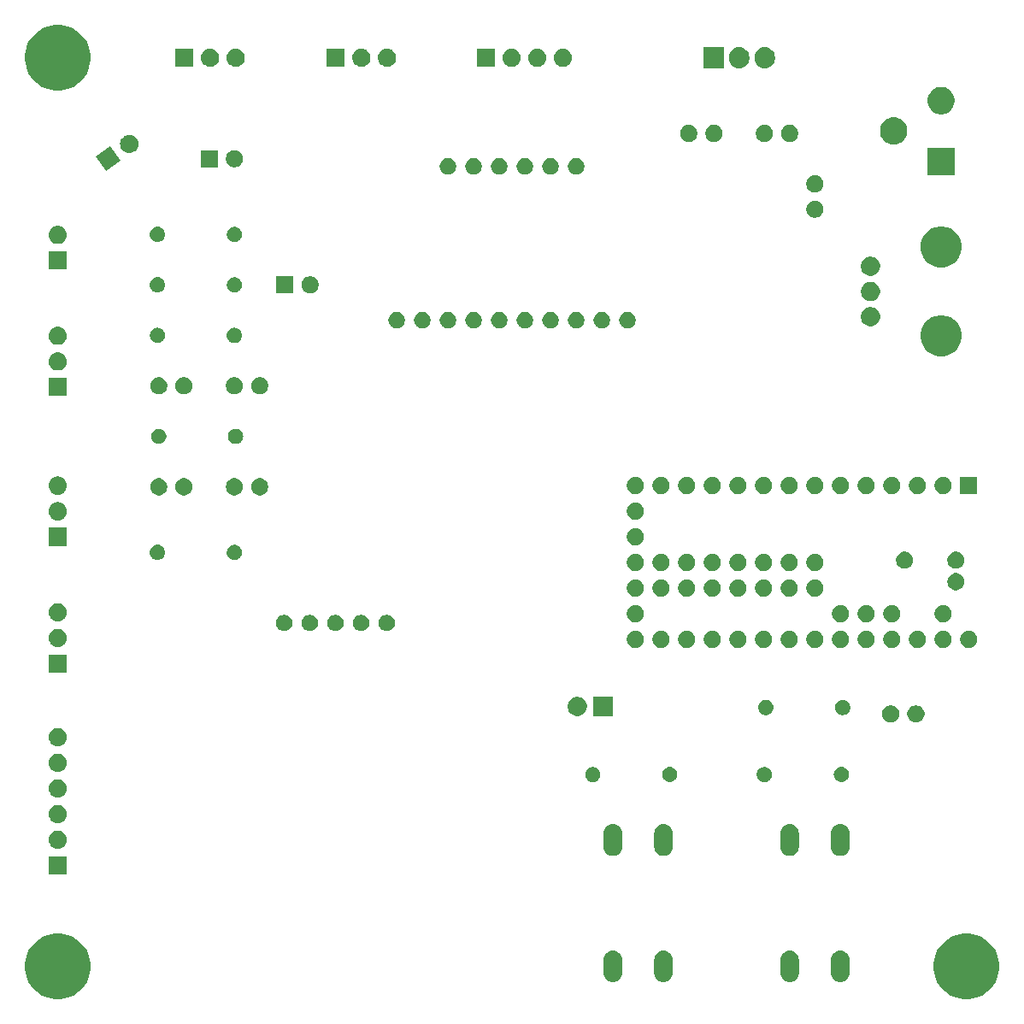
<source format=gbr>
G04 #@! TF.GenerationSoftware,KiCad,Pcbnew,(5.0.2)-1*
G04 #@! TF.CreationDate,2021-07-02T12:35:22-04:00*
G04 #@! TF.ProjectId,PhylumScope,5068796c-756d-4536-936f-70652e6b6963,rev?*
G04 #@! TF.SameCoordinates,Original*
G04 #@! TF.FileFunction,Soldermask,Bot*
G04 #@! TF.FilePolarity,Negative*
%FSLAX46Y46*%
G04 Gerber Fmt 4.6, Leading zero omitted, Abs format (unit mm)*
G04 Created by KiCad (PCBNEW (5.0.2)-1) date 02-Jul-21 12:35:22 PM*
%MOMM*%
%LPD*%
G01*
G04 APERTURE LIST*
%ADD10C,0.100000*%
G04 APERTURE END LIST*
D10*
G36*
X181234239Y-135311467D02*
X181548282Y-135373934D01*
X182139926Y-135619001D01*
X182429523Y-135812504D01*
X182672395Y-135974786D01*
X183125214Y-136427605D01*
X183125216Y-136427608D01*
X183480999Y-136960074D01*
X183699634Y-137487906D01*
X183726066Y-137551719D01*
X183851000Y-138179803D01*
X183851000Y-138820197D01*
X183788533Y-139134239D01*
X183726066Y-139448282D01*
X183480999Y-140039926D01*
X183233265Y-140410685D01*
X183125214Y-140572395D01*
X182672395Y-141025214D01*
X182672392Y-141025216D01*
X182139926Y-141380999D01*
X181548282Y-141626066D01*
X181234239Y-141688533D01*
X180920197Y-141751000D01*
X180279803Y-141751000D01*
X179965761Y-141688533D01*
X179651718Y-141626066D01*
X179060074Y-141380999D01*
X178527608Y-141025216D01*
X178527605Y-141025214D01*
X178074786Y-140572395D01*
X177966735Y-140410685D01*
X177719001Y-140039926D01*
X177473934Y-139448282D01*
X177411467Y-139134239D01*
X177349000Y-138820197D01*
X177349000Y-138179803D01*
X177473934Y-137551719D01*
X177500366Y-137487906D01*
X177719001Y-136960074D01*
X178074784Y-136427608D01*
X178074786Y-136427605D01*
X178527605Y-135974786D01*
X178770477Y-135812504D01*
X179060074Y-135619001D01*
X179651718Y-135373934D01*
X179965761Y-135311467D01*
X180279803Y-135249000D01*
X180920197Y-135249000D01*
X181234239Y-135311467D01*
X181234239Y-135311467D01*
G37*
G36*
X91234239Y-135311467D02*
X91548282Y-135373934D01*
X92139926Y-135619001D01*
X92429523Y-135812504D01*
X92672395Y-135974786D01*
X93125214Y-136427605D01*
X93125216Y-136427608D01*
X93480999Y-136960074D01*
X93699634Y-137487906D01*
X93726066Y-137551719D01*
X93851000Y-138179803D01*
X93851000Y-138820197D01*
X93788533Y-139134239D01*
X93726066Y-139448282D01*
X93480999Y-140039926D01*
X93233265Y-140410685D01*
X93125214Y-140572395D01*
X92672395Y-141025214D01*
X92672392Y-141025216D01*
X92139926Y-141380999D01*
X91548282Y-141626066D01*
X91234239Y-141688533D01*
X90920197Y-141751000D01*
X90279803Y-141751000D01*
X89965761Y-141688533D01*
X89651718Y-141626066D01*
X89060074Y-141380999D01*
X88527608Y-141025216D01*
X88527605Y-141025214D01*
X88074786Y-140572395D01*
X87966735Y-140410685D01*
X87719001Y-140039926D01*
X87473934Y-139448282D01*
X87411467Y-139134239D01*
X87349000Y-138820197D01*
X87349000Y-138179803D01*
X87473934Y-137551719D01*
X87500366Y-137487906D01*
X87719001Y-136960074D01*
X88074784Y-136427608D01*
X88074786Y-136427605D01*
X88527605Y-135974786D01*
X88770477Y-135812504D01*
X89060074Y-135619001D01*
X89651718Y-135373934D01*
X89965761Y-135311467D01*
X90279803Y-135249000D01*
X90920197Y-135249000D01*
X91234239Y-135311467D01*
X91234239Y-135311467D01*
G37*
G36*
X168279293Y-136938233D02*
X168451695Y-136990531D01*
X168610583Y-137075458D01*
X168705382Y-137153258D01*
X168749849Y-137189751D01*
X168864141Y-137329017D01*
X168949068Y-137487904D01*
X168949069Y-137487906D01*
X169001367Y-137660306D01*
X169014600Y-137794669D01*
X169014600Y-139205331D01*
X169001367Y-139339694D01*
X168949069Y-139512094D01*
X168949068Y-139512096D01*
X168864141Y-139670983D01*
X168749849Y-139810249D01*
X168610583Y-139924541D01*
X168500415Y-139983427D01*
X168451694Y-140009469D01*
X168279294Y-140061767D01*
X168100000Y-140079425D01*
X167920707Y-140061767D01*
X167748307Y-140009469D01*
X167699586Y-139983427D01*
X167589418Y-139924541D01*
X167450152Y-139810249D01*
X167335860Y-139670983D01*
X167250933Y-139512096D01*
X167250932Y-139512094D01*
X167198634Y-139339694D01*
X167185401Y-139205331D01*
X167185400Y-137794670D01*
X167198633Y-137660307D01*
X167250931Y-137487905D01*
X167335858Y-137329017D01*
X167450151Y-137189751D01*
X167494618Y-137153258D01*
X167589417Y-137075459D01*
X167748304Y-136990532D01*
X167748306Y-136990531D01*
X167920706Y-136938233D01*
X168100000Y-136920575D01*
X168279293Y-136938233D01*
X168279293Y-136938233D01*
G37*
G36*
X163279293Y-136938233D02*
X163451695Y-136990531D01*
X163610583Y-137075458D01*
X163705382Y-137153258D01*
X163749849Y-137189751D01*
X163864141Y-137329017D01*
X163949068Y-137487904D01*
X163949069Y-137487906D01*
X164001367Y-137660306D01*
X164014600Y-137794669D01*
X164014600Y-139205331D01*
X164001367Y-139339694D01*
X163949069Y-139512094D01*
X163949068Y-139512096D01*
X163864141Y-139670983D01*
X163749849Y-139810249D01*
X163610583Y-139924541D01*
X163500415Y-139983427D01*
X163451694Y-140009469D01*
X163279294Y-140061767D01*
X163100000Y-140079425D01*
X162920707Y-140061767D01*
X162748307Y-140009469D01*
X162699586Y-139983427D01*
X162589418Y-139924541D01*
X162450152Y-139810249D01*
X162335860Y-139670983D01*
X162250933Y-139512096D01*
X162250932Y-139512094D01*
X162198634Y-139339694D01*
X162185401Y-139205331D01*
X162185400Y-137794670D01*
X162198633Y-137660307D01*
X162250931Y-137487905D01*
X162335858Y-137329017D01*
X162450151Y-137189751D01*
X162494618Y-137153258D01*
X162589417Y-137075459D01*
X162748304Y-136990532D01*
X162748306Y-136990531D01*
X162920706Y-136938233D01*
X163100000Y-136920575D01*
X163279293Y-136938233D01*
X163279293Y-136938233D01*
G37*
G36*
X145779293Y-136938233D02*
X145951695Y-136990531D01*
X146110583Y-137075458D01*
X146205382Y-137153258D01*
X146249849Y-137189751D01*
X146364141Y-137329017D01*
X146449068Y-137487904D01*
X146449069Y-137487906D01*
X146501367Y-137660306D01*
X146514600Y-137794669D01*
X146514600Y-139205331D01*
X146501367Y-139339694D01*
X146449069Y-139512094D01*
X146449068Y-139512096D01*
X146364141Y-139670983D01*
X146249849Y-139810249D01*
X146110583Y-139924541D01*
X146000415Y-139983427D01*
X145951694Y-140009469D01*
X145779294Y-140061767D01*
X145600000Y-140079425D01*
X145420707Y-140061767D01*
X145248307Y-140009469D01*
X145199586Y-139983427D01*
X145089418Y-139924541D01*
X144950152Y-139810249D01*
X144835860Y-139670983D01*
X144750933Y-139512096D01*
X144750932Y-139512094D01*
X144698634Y-139339694D01*
X144685401Y-139205331D01*
X144685400Y-137794670D01*
X144698633Y-137660307D01*
X144750931Y-137487905D01*
X144835858Y-137329017D01*
X144950151Y-137189751D01*
X144994618Y-137153258D01*
X145089417Y-137075459D01*
X145248304Y-136990532D01*
X145248306Y-136990531D01*
X145420706Y-136938233D01*
X145600000Y-136920575D01*
X145779293Y-136938233D01*
X145779293Y-136938233D01*
G37*
G36*
X150779293Y-136938233D02*
X150951695Y-136990531D01*
X151110583Y-137075458D01*
X151205382Y-137153258D01*
X151249849Y-137189751D01*
X151364141Y-137329017D01*
X151449068Y-137487904D01*
X151449069Y-137487906D01*
X151501367Y-137660306D01*
X151514600Y-137794669D01*
X151514600Y-139205331D01*
X151501367Y-139339694D01*
X151449069Y-139512094D01*
X151449068Y-139512096D01*
X151364141Y-139670983D01*
X151249849Y-139810249D01*
X151110583Y-139924541D01*
X151000415Y-139983427D01*
X150951694Y-140009469D01*
X150779294Y-140061767D01*
X150600000Y-140079425D01*
X150420707Y-140061767D01*
X150248307Y-140009469D01*
X150199586Y-139983427D01*
X150089418Y-139924541D01*
X149950152Y-139810249D01*
X149835860Y-139670983D01*
X149750933Y-139512096D01*
X149750932Y-139512094D01*
X149698634Y-139339694D01*
X149685401Y-139205331D01*
X149685400Y-137794670D01*
X149698633Y-137660307D01*
X149750931Y-137487905D01*
X149835858Y-137329017D01*
X149950151Y-137189751D01*
X149994618Y-137153258D01*
X150089417Y-137075459D01*
X150248304Y-136990532D01*
X150248306Y-136990531D01*
X150420706Y-136938233D01*
X150600000Y-136920575D01*
X150779293Y-136938233D01*
X150779293Y-136938233D01*
G37*
G36*
X91501000Y-129401000D02*
X89699000Y-129401000D01*
X89699000Y-127599000D01*
X91501000Y-127599000D01*
X91501000Y-129401000D01*
X91501000Y-129401000D01*
G37*
G36*
X168279293Y-124438233D02*
X168451695Y-124490531D01*
X168610583Y-124575458D01*
X168749849Y-124689751D01*
X168864141Y-124829017D01*
X168949068Y-124987904D01*
X168949069Y-124987906D01*
X169001367Y-125160306D01*
X169014600Y-125294669D01*
X169014600Y-126705331D01*
X169001367Y-126839694D01*
X168949069Y-127012094D01*
X168949068Y-127012096D01*
X168864141Y-127170983D01*
X168749849Y-127310249D01*
X168610583Y-127424541D01*
X168451696Y-127509468D01*
X168451694Y-127509469D01*
X168279294Y-127561767D01*
X168100000Y-127579425D01*
X167920707Y-127561767D01*
X167748307Y-127509469D01*
X167748305Y-127509468D01*
X167589418Y-127424541D01*
X167450152Y-127310249D01*
X167335860Y-127170983D01*
X167250933Y-127012096D01*
X167250932Y-127012094D01*
X167198634Y-126839694D01*
X167185401Y-126705331D01*
X167185400Y-125294670D01*
X167198633Y-125160307D01*
X167250931Y-124987905D01*
X167335858Y-124829017D01*
X167450151Y-124689751D01*
X167589416Y-124575460D01*
X167589415Y-124575460D01*
X167589417Y-124575459D01*
X167748304Y-124490532D01*
X167748306Y-124490531D01*
X167920706Y-124438233D01*
X168100000Y-124420575D01*
X168279293Y-124438233D01*
X168279293Y-124438233D01*
G37*
G36*
X150779293Y-124438233D02*
X150951695Y-124490531D01*
X151110583Y-124575458D01*
X151249849Y-124689751D01*
X151364141Y-124829017D01*
X151449068Y-124987904D01*
X151449069Y-124987906D01*
X151501367Y-125160306D01*
X151514600Y-125294669D01*
X151514600Y-126705331D01*
X151501367Y-126839694D01*
X151449069Y-127012094D01*
X151449068Y-127012096D01*
X151364141Y-127170983D01*
X151249849Y-127310249D01*
X151110583Y-127424541D01*
X150951696Y-127509468D01*
X150951694Y-127509469D01*
X150779294Y-127561767D01*
X150600000Y-127579425D01*
X150420707Y-127561767D01*
X150248307Y-127509469D01*
X150248305Y-127509468D01*
X150089418Y-127424541D01*
X149950152Y-127310249D01*
X149835860Y-127170983D01*
X149750933Y-127012096D01*
X149750932Y-127012094D01*
X149698634Y-126839694D01*
X149685401Y-126705331D01*
X149685400Y-125294670D01*
X149698633Y-125160307D01*
X149750931Y-124987905D01*
X149835858Y-124829017D01*
X149950151Y-124689751D01*
X150089416Y-124575460D01*
X150089415Y-124575460D01*
X150089417Y-124575459D01*
X150248304Y-124490532D01*
X150248306Y-124490531D01*
X150420706Y-124438233D01*
X150600000Y-124420575D01*
X150779293Y-124438233D01*
X150779293Y-124438233D01*
G37*
G36*
X145779293Y-124438233D02*
X145951695Y-124490531D01*
X146110583Y-124575458D01*
X146249849Y-124689751D01*
X146364141Y-124829017D01*
X146449068Y-124987904D01*
X146449069Y-124987906D01*
X146501367Y-125160306D01*
X146514600Y-125294669D01*
X146514600Y-126705331D01*
X146501367Y-126839694D01*
X146449069Y-127012094D01*
X146449068Y-127012096D01*
X146364141Y-127170983D01*
X146249849Y-127310249D01*
X146110583Y-127424541D01*
X145951696Y-127509468D01*
X145951694Y-127509469D01*
X145779294Y-127561767D01*
X145600000Y-127579425D01*
X145420707Y-127561767D01*
X145248307Y-127509469D01*
X145248305Y-127509468D01*
X145089418Y-127424541D01*
X144950152Y-127310249D01*
X144835860Y-127170983D01*
X144750933Y-127012096D01*
X144750932Y-127012094D01*
X144698634Y-126839694D01*
X144685401Y-126705331D01*
X144685400Y-125294670D01*
X144698633Y-125160307D01*
X144750931Y-124987905D01*
X144835858Y-124829017D01*
X144950151Y-124689751D01*
X145089416Y-124575460D01*
X145089415Y-124575460D01*
X145089417Y-124575459D01*
X145248304Y-124490532D01*
X145248306Y-124490531D01*
X145420706Y-124438233D01*
X145600000Y-124420575D01*
X145779293Y-124438233D01*
X145779293Y-124438233D01*
G37*
G36*
X163279293Y-124438233D02*
X163451695Y-124490531D01*
X163610583Y-124575458D01*
X163749849Y-124689751D01*
X163864141Y-124829017D01*
X163949068Y-124987904D01*
X163949069Y-124987906D01*
X164001367Y-125160306D01*
X164014600Y-125294669D01*
X164014600Y-126705331D01*
X164001367Y-126839694D01*
X163949069Y-127012094D01*
X163949068Y-127012096D01*
X163864141Y-127170983D01*
X163749849Y-127310249D01*
X163610583Y-127424541D01*
X163451696Y-127509468D01*
X163451694Y-127509469D01*
X163279294Y-127561767D01*
X163100000Y-127579425D01*
X162920707Y-127561767D01*
X162748307Y-127509469D01*
X162748305Y-127509468D01*
X162589418Y-127424541D01*
X162450152Y-127310249D01*
X162335860Y-127170983D01*
X162250933Y-127012096D01*
X162250932Y-127012094D01*
X162198634Y-126839694D01*
X162185401Y-126705331D01*
X162185400Y-125294670D01*
X162198633Y-125160307D01*
X162250931Y-124987905D01*
X162335858Y-124829017D01*
X162450151Y-124689751D01*
X162589416Y-124575460D01*
X162589415Y-124575460D01*
X162589417Y-124575459D01*
X162748304Y-124490532D01*
X162748306Y-124490531D01*
X162920706Y-124438233D01*
X163100000Y-124420575D01*
X163279293Y-124438233D01*
X163279293Y-124438233D01*
G37*
G36*
X90710443Y-125065519D02*
X90776627Y-125072037D01*
X90889853Y-125106384D01*
X90946467Y-125123557D01*
X91015220Y-125160307D01*
X91102991Y-125207222D01*
X91138729Y-125236552D01*
X91240186Y-125319814D01*
X91323448Y-125421271D01*
X91352778Y-125457009D01*
X91352779Y-125457011D01*
X91436443Y-125613533D01*
X91436443Y-125613534D01*
X91487963Y-125783373D01*
X91505359Y-125960000D01*
X91487963Y-126136627D01*
X91453616Y-126249853D01*
X91436443Y-126306467D01*
X91362348Y-126445087D01*
X91352778Y-126462991D01*
X91323448Y-126498729D01*
X91240186Y-126600186D01*
X91138729Y-126683448D01*
X91102991Y-126712778D01*
X91102989Y-126712779D01*
X90946467Y-126796443D01*
X90889853Y-126813616D01*
X90776627Y-126847963D01*
X90710442Y-126854482D01*
X90644260Y-126861000D01*
X90555740Y-126861000D01*
X90489558Y-126854482D01*
X90423373Y-126847963D01*
X90310147Y-126813616D01*
X90253533Y-126796443D01*
X90097011Y-126712779D01*
X90097009Y-126712778D01*
X90061271Y-126683448D01*
X89959814Y-126600186D01*
X89876552Y-126498729D01*
X89847222Y-126462991D01*
X89837652Y-126445087D01*
X89763557Y-126306467D01*
X89746384Y-126249853D01*
X89712037Y-126136627D01*
X89694641Y-125960000D01*
X89712037Y-125783373D01*
X89763557Y-125613534D01*
X89763557Y-125613533D01*
X89847221Y-125457011D01*
X89847222Y-125457009D01*
X89876552Y-125421271D01*
X89959814Y-125319814D01*
X90061271Y-125236552D01*
X90097009Y-125207222D01*
X90184780Y-125160307D01*
X90253533Y-125123557D01*
X90310147Y-125106384D01*
X90423373Y-125072037D01*
X90489557Y-125065519D01*
X90555740Y-125059000D01*
X90644260Y-125059000D01*
X90710443Y-125065519D01*
X90710443Y-125065519D01*
G37*
G36*
X90710442Y-122525518D02*
X90776627Y-122532037D01*
X90889853Y-122566384D01*
X90946467Y-122583557D01*
X91085087Y-122657652D01*
X91102991Y-122667222D01*
X91138729Y-122696552D01*
X91240186Y-122779814D01*
X91323448Y-122881271D01*
X91352778Y-122917009D01*
X91352779Y-122917011D01*
X91436443Y-123073533D01*
X91436443Y-123073534D01*
X91487963Y-123243373D01*
X91505359Y-123420000D01*
X91487963Y-123596627D01*
X91453616Y-123709853D01*
X91436443Y-123766467D01*
X91362348Y-123905087D01*
X91352778Y-123922991D01*
X91323448Y-123958729D01*
X91240186Y-124060186D01*
X91138729Y-124143448D01*
X91102991Y-124172778D01*
X91102989Y-124172779D01*
X90946467Y-124256443D01*
X90889853Y-124273616D01*
X90776627Y-124307963D01*
X90710443Y-124314481D01*
X90644260Y-124321000D01*
X90555740Y-124321000D01*
X90489557Y-124314481D01*
X90423373Y-124307963D01*
X90310147Y-124273616D01*
X90253533Y-124256443D01*
X90097011Y-124172779D01*
X90097009Y-124172778D01*
X90061271Y-124143448D01*
X89959814Y-124060186D01*
X89876552Y-123958729D01*
X89847222Y-123922991D01*
X89837652Y-123905087D01*
X89763557Y-123766467D01*
X89746384Y-123709853D01*
X89712037Y-123596627D01*
X89694641Y-123420000D01*
X89712037Y-123243373D01*
X89763557Y-123073534D01*
X89763557Y-123073533D01*
X89847221Y-122917011D01*
X89847222Y-122917009D01*
X89876552Y-122881271D01*
X89959814Y-122779814D01*
X90061271Y-122696552D01*
X90097009Y-122667222D01*
X90114913Y-122657652D01*
X90253533Y-122583557D01*
X90310147Y-122566384D01*
X90423373Y-122532037D01*
X90489558Y-122525518D01*
X90555740Y-122519000D01*
X90644260Y-122519000D01*
X90710442Y-122525518D01*
X90710442Y-122525518D01*
G37*
G36*
X90710442Y-119985518D02*
X90776627Y-119992037D01*
X90889853Y-120026384D01*
X90946467Y-120043557D01*
X91085087Y-120117652D01*
X91102991Y-120127222D01*
X91138729Y-120156552D01*
X91240186Y-120239814D01*
X91323448Y-120341271D01*
X91352778Y-120377009D01*
X91352779Y-120377011D01*
X91436443Y-120533533D01*
X91436443Y-120533534D01*
X91487963Y-120703373D01*
X91505359Y-120880000D01*
X91487963Y-121056627D01*
X91453616Y-121169853D01*
X91436443Y-121226467D01*
X91362348Y-121365087D01*
X91352778Y-121382991D01*
X91323448Y-121418729D01*
X91240186Y-121520186D01*
X91138729Y-121603448D01*
X91102991Y-121632778D01*
X91102989Y-121632779D01*
X90946467Y-121716443D01*
X90889853Y-121733616D01*
X90776627Y-121767963D01*
X90710442Y-121774482D01*
X90644260Y-121781000D01*
X90555740Y-121781000D01*
X90489558Y-121774482D01*
X90423373Y-121767963D01*
X90310147Y-121733616D01*
X90253533Y-121716443D01*
X90097011Y-121632779D01*
X90097009Y-121632778D01*
X90061271Y-121603448D01*
X89959814Y-121520186D01*
X89876552Y-121418729D01*
X89847222Y-121382991D01*
X89837652Y-121365087D01*
X89763557Y-121226467D01*
X89746384Y-121169853D01*
X89712037Y-121056627D01*
X89694641Y-120880000D01*
X89712037Y-120703373D01*
X89763557Y-120533534D01*
X89763557Y-120533533D01*
X89847221Y-120377011D01*
X89847222Y-120377009D01*
X89876552Y-120341271D01*
X89959814Y-120239814D01*
X90061271Y-120156552D01*
X90097009Y-120127222D01*
X90114913Y-120117652D01*
X90253533Y-120043557D01*
X90310147Y-120026384D01*
X90423373Y-119992037D01*
X90489558Y-119985518D01*
X90555740Y-119979000D01*
X90644260Y-119979000D01*
X90710442Y-119985518D01*
X90710442Y-119985518D01*
G37*
G36*
X151293665Y-118752622D02*
X151367222Y-118759867D01*
X151508786Y-118802810D01*
X151639252Y-118872546D01*
X151753606Y-118966394D01*
X151847454Y-119080748D01*
X151917190Y-119211214D01*
X151960133Y-119352778D01*
X151974633Y-119500000D01*
X151960133Y-119647222D01*
X151917190Y-119788786D01*
X151847454Y-119919252D01*
X151753606Y-120033606D01*
X151639252Y-120127454D01*
X151508786Y-120197190D01*
X151367222Y-120240133D01*
X151293665Y-120247378D01*
X151256888Y-120251000D01*
X151183112Y-120251000D01*
X151146335Y-120247378D01*
X151072778Y-120240133D01*
X150931214Y-120197190D01*
X150800748Y-120127454D01*
X150686394Y-120033606D01*
X150592546Y-119919252D01*
X150522810Y-119788786D01*
X150479867Y-119647222D01*
X150465367Y-119500000D01*
X150479867Y-119352778D01*
X150522810Y-119211214D01*
X150592546Y-119080748D01*
X150686394Y-118966394D01*
X150800748Y-118872546D01*
X150931214Y-118802810D01*
X151072778Y-118759867D01*
X151146335Y-118752622D01*
X151183112Y-118749000D01*
X151256888Y-118749000D01*
X151293665Y-118752622D01*
X151293665Y-118752622D01*
G37*
G36*
X168293665Y-118752622D02*
X168367222Y-118759867D01*
X168508786Y-118802810D01*
X168639252Y-118872546D01*
X168753606Y-118966394D01*
X168847454Y-119080748D01*
X168917190Y-119211214D01*
X168960133Y-119352778D01*
X168974633Y-119500000D01*
X168960133Y-119647222D01*
X168917190Y-119788786D01*
X168847454Y-119919252D01*
X168753606Y-120033606D01*
X168639252Y-120127454D01*
X168508786Y-120197190D01*
X168367222Y-120240133D01*
X168293665Y-120247378D01*
X168256888Y-120251000D01*
X168183112Y-120251000D01*
X168146335Y-120247378D01*
X168072778Y-120240133D01*
X167931214Y-120197190D01*
X167800748Y-120127454D01*
X167686394Y-120033606D01*
X167592546Y-119919252D01*
X167522810Y-119788786D01*
X167479867Y-119647222D01*
X167465367Y-119500000D01*
X167479867Y-119352778D01*
X167522810Y-119211214D01*
X167592546Y-119080748D01*
X167686394Y-118966394D01*
X167800748Y-118872546D01*
X167931214Y-118802810D01*
X168072778Y-118759867D01*
X168146335Y-118752622D01*
X168183112Y-118749000D01*
X168256888Y-118749000D01*
X168293665Y-118752622D01*
X168293665Y-118752622D01*
G37*
G36*
X160728600Y-118759867D02*
X160819059Y-118777860D01*
X160955732Y-118834472D01*
X161012715Y-118872547D01*
X161078738Y-118916662D01*
X161183338Y-119021262D01*
X161183340Y-119021265D01*
X161265528Y-119144268D01*
X161322140Y-119280941D01*
X161351000Y-119426033D01*
X161351000Y-119573967D01*
X161322140Y-119719059D01*
X161265528Y-119855732D01*
X161184446Y-119977079D01*
X161183338Y-119978738D01*
X161078738Y-120083338D01*
X161078735Y-120083340D01*
X160955732Y-120165528D01*
X160819059Y-120222140D01*
X160732004Y-120239456D01*
X160673969Y-120251000D01*
X160526031Y-120251000D01*
X160467996Y-120239456D01*
X160380941Y-120222140D01*
X160244268Y-120165528D01*
X160121265Y-120083340D01*
X160121262Y-120083338D01*
X160016662Y-119978738D01*
X160015554Y-119977079D01*
X159934472Y-119855732D01*
X159877860Y-119719059D01*
X159849000Y-119573967D01*
X159849000Y-119426033D01*
X159877860Y-119280941D01*
X159934472Y-119144268D01*
X160016660Y-119021265D01*
X160016662Y-119021262D01*
X160121262Y-118916662D01*
X160187285Y-118872547D01*
X160244268Y-118834472D01*
X160380941Y-118777860D01*
X160471400Y-118759867D01*
X160526031Y-118749000D01*
X160673969Y-118749000D01*
X160728600Y-118759867D01*
X160728600Y-118759867D01*
G37*
G36*
X143728600Y-118759867D02*
X143819059Y-118777860D01*
X143955732Y-118834472D01*
X144012715Y-118872547D01*
X144078738Y-118916662D01*
X144183338Y-119021262D01*
X144183340Y-119021265D01*
X144265528Y-119144268D01*
X144322140Y-119280941D01*
X144351000Y-119426033D01*
X144351000Y-119573967D01*
X144322140Y-119719059D01*
X144265528Y-119855732D01*
X144184446Y-119977079D01*
X144183338Y-119978738D01*
X144078738Y-120083338D01*
X144078735Y-120083340D01*
X143955732Y-120165528D01*
X143819059Y-120222140D01*
X143732004Y-120239456D01*
X143673969Y-120251000D01*
X143526031Y-120251000D01*
X143467996Y-120239456D01*
X143380941Y-120222140D01*
X143244268Y-120165528D01*
X143121265Y-120083340D01*
X143121262Y-120083338D01*
X143016662Y-119978738D01*
X143015554Y-119977079D01*
X142934472Y-119855732D01*
X142877860Y-119719059D01*
X142849000Y-119573967D01*
X142849000Y-119426033D01*
X142877860Y-119280941D01*
X142934472Y-119144268D01*
X143016660Y-119021265D01*
X143016662Y-119021262D01*
X143121262Y-118916662D01*
X143187285Y-118872547D01*
X143244268Y-118834472D01*
X143380941Y-118777860D01*
X143471400Y-118759867D01*
X143526031Y-118749000D01*
X143673969Y-118749000D01*
X143728600Y-118759867D01*
X143728600Y-118759867D01*
G37*
G36*
X90710443Y-117445519D02*
X90776627Y-117452037D01*
X90889853Y-117486384D01*
X90946467Y-117503557D01*
X91085087Y-117577652D01*
X91102991Y-117587222D01*
X91138729Y-117616552D01*
X91240186Y-117699814D01*
X91323448Y-117801271D01*
X91352778Y-117837009D01*
X91352779Y-117837011D01*
X91436443Y-117993533D01*
X91436443Y-117993534D01*
X91487963Y-118163373D01*
X91505359Y-118340000D01*
X91487963Y-118516627D01*
X91453616Y-118629853D01*
X91436443Y-118686467D01*
X91403018Y-118749000D01*
X91352778Y-118842991D01*
X91328523Y-118872546D01*
X91240186Y-118980186D01*
X91138729Y-119063448D01*
X91102991Y-119092778D01*
X91102989Y-119092779D01*
X90946467Y-119176443D01*
X90889853Y-119193616D01*
X90776627Y-119227963D01*
X90710442Y-119234482D01*
X90644260Y-119241000D01*
X90555740Y-119241000D01*
X90489558Y-119234482D01*
X90423373Y-119227963D01*
X90310147Y-119193616D01*
X90253533Y-119176443D01*
X90097011Y-119092779D01*
X90097009Y-119092778D01*
X90061271Y-119063448D01*
X89959814Y-118980186D01*
X89871477Y-118872546D01*
X89847222Y-118842991D01*
X89796982Y-118749000D01*
X89763557Y-118686467D01*
X89746384Y-118629853D01*
X89712037Y-118516627D01*
X89694641Y-118340000D01*
X89712037Y-118163373D01*
X89763557Y-117993534D01*
X89763557Y-117993533D01*
X89847221Y-117837011D01*
X89847222Y-117837009D01*
X89876552Y-117801271D01*
X89959814Y-117699814D01*
X90061271Y-117616552D01*
X90097009Y-117587222D01*
X90114913Y-117577652D01*
X90253533Y-117503557D01*
X90310147Y-117486384D01*
X90423373Y-117452037D01*
X90489557Y-117445519D01*
X90555740Y-117439000D01*
X90644260Y-117439000D01*
X90710443Y-117445519D01*
X90710443Y-117445519D01*
G37*
G36*
X90710443Y-114905519D02*
X90776627Y-114912037D01*
X90889853Y-114946384D01*
X90946467Y-114963557D01*
X91085087Y-115037652D01*
X91102991Y-115047222D01*
X91138729Y-115076552D01*
X91240186Y-115159814D01*
X91323448Y-115261271D01*
X91352778Y-115297009D01*
X91352779Y-115297011D01*
X91436443Y-115453533D01*
X91436443Y-115453534D01*
X91487963Y-115623373D01*
X91505359Y-115800000D01*
X91487963Y-115976627D01*
X91453616Y-116089853D01*
X91436443Y-116146467D01*
X91362348Y-116285087D01*
X91352778Y-116302991D01*
X91323448Y-116338729D01*
X91240186Y-116440186D01*
X91138729Y-116523448D01*
X91102991Y-116552778D01*
X91102989Y-116552779D01*
X90946467Y-116636443D01*
X90889853Y-116653616D01*
X90776627Y-116687963D01*
X90710443Y-116694481D01*
X90644260Y-116701000D01*
X90555740Y-116701000D01*
X90489557Y-116694481D01*
X90423373Y-116687963D01*
X90310147Y-116653616D01*
X90253533Y-116636443D01*
X90097011Y-116552779D01*
X90097009Y-116552778D01*
X90061271Y-116523448D01*
X89959814Y-116440186D01*
X89876552Y-116338729D01*
X89847222Y-116302991D01*
X89837652Y-116285087D01*
X89763557Y-116146467D01*
X89746384Y-116089853D01*
X89712037Y-115976627D01*
X89694641Y-115800000D01*
X89712037Y-115623373D01*
X89763557Y-115453534D01*
X89763557Y-115453533D01*
X89847221Y-115297011D01*
X89847222Y-115297009D01*
X89876552Y-115261271D01*
X89959814Y-115159814D01*
X90061271Y-115076552D01*
X90097009Y-115047222D01*
X90114913Y-115037652D01*
X90253533Y-114963557D01*
X90310147Y-114946384D01*
X90423373Y-114912037D01*
X90489557Y-114905519D01*
X90555740Y-114899000D01*
X90644260Y-114899000D01*
X90710443Y-114905519D01*
X90710443Y-114905519D01*
G37*
G36*
X173348228Y-112681703D02*
X173503100Y-112745853D01*
X173642481Y-112838985D01*
X173761015Y-112957519D01*
X173854147Y-113096900D01*
X173918297Y-113251772D01*
X173951000Y-113416184D01*
X173951000Y-113583816D01*
X173918297Y-113748228D01*
X173854147Y-113903100D01*
X173761015Y-114042481D01*
X173642481Y-114161015D01*
X173503100Y-114254147D01*
X173348228Y-114318297D01*
X173183816Y-114351000D01*
X173016184Y-114351000D01*
X172851772Y-114318297D01*
X172696900Y-114254147D01*
X172557519Y-114161015D01*
X172438985Y-114042481D01*
X172345853Y-113903100D01*
X172281703Y-113748228D01*
X172249000Y-113583816D01*
X172249000Y-113416184D01*
X172281703Y-113251772D01*
X172345853Y-113096900D01*
X172438985Y-112957519D01*
X172557519Y-112838985D01*
X172696900Y-112745853D01*
X172851772Y-112681703D01*
X173016184Y-112649000D01*
X173183816Y-112649000D01*
X173348228Y-112681703D01*
X173348228Y-112681703D01*
G37*
G36*
X175848228Y-112681703D02*
X176003100Y-112745853D01*
X176142481Y-112838985D01*
X176261015Y-112957519D01*
X176354147Y-113096900D01*
X176418297Y-113251772D01*
X176451000Y-113416184D01*
X176451000Y-113583816D01*
X176418297Y-113748228D01*
X176354147Y-113903100D01*
X176261015Y-114042481D01*
X176142481Y-114161015D01*
X176003100Y-114254147D01*
X175848228Y-114318297D01*
X175683816Y-114351000D01*
X175516184Y-114351000D01*
X175351772Y-114318297D01*
X175196900Y-114254147D01*
X175057519Y-114161015D01*
X174938985Y-114042481D01*
X174845853Y-113903100D01*
X174781703Y-113748228D01*
X174749000Y-113583816D01*
X174749000Y-113416184D01*
X174781703Y-113251772D01*
X174845853Y-113096900D01*
X174938985Y-112957519D01*
X175057519Y-112838985D01*
X175196900Y-112745853D01*
X175351772Y-112681703D01*
X175516184Y-112649000D01*
X175683816Y-112649000D01*
X175848228Y-112681703D01*
X175848228Y-112681703D01*
G37*
G36*
X142337396Y-111835546D02*
X142510466Y-111907234D01*
X142666230Y-112011312D01*
X142798688Y-112143770D01*
X142902766Y-112299534D01*
X142974454Y-112472604D01*
X143011000Y-112656333D01*
X143011000Y-112843667D01*
X142974454Y-113027396D01*
X142902766Y-113200466D01*
X142798688Y-113356230D01*
X142666230Y-113488688D01*
X142510466Y-113592766D01*
X142337396Y-113664454D01*
X142153667Y-113701000D01*
X141966333Y-113701000D01*
X141782604Y-113664454D01*
X141609534Y-113592766D01*
X141453770Y-113488688D01*
X141321312Y-113356230D01*
X141217234Y-113200466D01*
X141145546Y-113027396D01*
X141109000Y-112843667D01*
X141109000Y-112656333D01*
X141145546Y-112472604D01*
X141217234Y-112299534D01*
X141321312Y-112143770D01*
X141453770Y-112011312D01*
X141609534Y-111907234D01*
X141782604Y-111835546D01*
X141966333Y-111799000D01*
X142153667Y-111799000D01*
X142337396Y-111835546D01*
X142337396Y-111835546D01*
G37*
G36*
X145551000Y-113701000D02*
X143649000Y-113701000D01*
X143649000Y-111799000D01*
X145551000Y-111799000D01*
X145551000Y-113701000D01*
X145551000Y-113701000D01*
G37*
G36*
X168482600Y-112122867D02*
X168573059Y-112140860D01*
X168709732Y-112197472D01*
X168766715Y-112235547D01*
X168832738Y-112279662D01*
X168937338Y-112384262D01*
X168937340Y-112384265D01*
X169019528Y-112507268D01*
X169076140Y-112643941D01*
X169105000Y-112789033D01*
X169105000Y-112936967D01*
X169076140Y-113082059D01*
X169019528Y-113218732D01*
X168938446Y-113340079D01*
X168937338Y-113341738D01*
X168832738Y-113446338D01*
X168832735Y-113446340D01*
X168709732Y-113528528D01*
X168573059Y-113585140D01*
X168486004Y-113602456D01*
X168427969Y-113614000D01*
X168280031Y-113614000D01*
X168221996Y-113602456D01*
X168134941Y-113585140D01*
X167998268Y-113528528D01*
X167875265Y-113446340D01*
X167875262Y-113446338D01*
X167770662Y-113341738D01*
X167769554Y-113340079D01*
X167688472Y-113218732D01*
X167631860Y-113082059D01*
X167603000Y-112936967D01*
X167603000Y-112789033D01*
X167631860Y-112643941D01*
X167688472Y-112507268D01*
X167770660Y-112384265D01*
X167770662Y-112384262D01*
X167875262Y-112279662D01*
X167941285Y-112235547D01*
X167998268Y-112197472D01*
X168134941Y-112140860D01*
X168225400Y-112122867D01*
X168280031Y-112112000D01*
X168427969Y-112112000D01*
X168482600Y-112122867D01*
X168482600Y-112122867D01*
G37*
G36*
X160807665Y-112115622D02*
X160881222Y-112122867D01*
X161022786Y-112165810D01*
X161153252Y-112235546D01*
X161267606Y-112329394D01*
X161361454Y-112443748D01*
X161431190Y-112574214D01*
X161474133Y-112715778D01*
X161488633Y-112863000D01*
X161474133Y-113010222D01*
X161431190Y-113151786D01*
X161361454Y-113282252D01*
X161267606Y-113396606D01*
X161153252Y-113490454D01*
X161022786Y-113560190D01*
X160881222Y-113603133D01*
X160807665Y-113610378D01*
X160770888Y-113614000D01*
X160697112Y-113614000D01*
X160660335Y-113610378D01*
X160586778Y-113603133D01*
X160445214Y-113560190D01*
X160314748Y-113490454D01*
X160200394Y-113396606D01*
X160106546Y-113282252D01*
X160036810Y-113151786D01*
X159993867Y-113010222D01*
X159979367Y-112863000D01*
X159993867Y-112715778D01*
X160036810Y-112574214D01*
X160106546Y-112443748D01*
X160200394Y-112329394D01*
X160314748Y-112235546D01*
X160445214Y-112165810D01*
X160586778Y-112122867D01*
X160660335Y-112115622D01*
X160697112Y-112112000D01*
X160770888Y-112112000D01*
X160807665Y-112115622D01*
X160807665Y-112115622D01*
G37*
G36*
X91501000Y-109401000D02*
X89699000Y-109401000D01*
X89699000Y-107599000D01*
X91501000Y-107599000D01*
X91501000Y-109401000D01*
X91501000Y-109401000D01*
G37*
G36*
X165848228Y-105301703D02*
X166003100Y-105365853D01*
X166142481Y-105458985D01*
X166261015Y-105577519D01*
X166354147Y-105716900D01*
X166418297Y-105871772D01*
X166451000Y-106036184D01*
X166451000Y-106203816D01*
X166418297Y-106368228D01*
X166354147Y-106523100D01*
X166261015Y-106662481D01*
X166142481Y-106781015D01*
X166003100Y-106874147D01*
X165848228Y-106938297D01*
X165683816Y-106971000D01*
X165516184Y-106971000D01*
X165351772Y-106938297D01*
X165196900Y-106874147D01*
X165057519Y-106781015D01*
X164938985Y-106662481D01*
X164845853Y-106523100D01*
X164781703Y-106368228D01*
X164749000Y-106203816D01*
X164749000Y-106036184D01*
X164781703Y-105871772D01*
X164845853Y-105716900D01*
X164938985Y-105577519D01*
X165057519Y-105458985D01*
X165196900Y-105365853D01*
X165351772Y-105301703D01*
X165516184Y-105269000D01*
X165683816Y-105269000D01*
X165848228Y-105301703D01*
X165848228Y-105301703D01*
G37*
G36*
X181088228Y-105301703D02*
X181243100Y-105365853D01*
X181382481Y-105458985D01*
X181501015Y-105577519D01*
X181594147Y-105716900D01*
X181658297Y-105871772D01*
X181691000Y-106036184D01*
X181691000Y-106203816D01*
X181658297Y-106368228D01*
X181594147Y-106523100D01*
X181501015Y-106662481D01*
X181382481Y-106781015D01*
X181243100Y-106874147D01*
X181088228Y-106938297D01*
X180923816Y-106971000D01*
X180756184Y-106971000D01*
X180591772Y-106938297D01*
X180436900Y-106874147D01*
X180297519Y-106781015D01*
X180178985Y-106662481D01*
X180085853Y-106523100D01*
X180021703Y-106368228D01*
X179989000Y-106203816D01*
X179989000Y-106036184D01*
X180021703Y-105871772D01*
X180085853Y-105716900D01*
X180178985Y-105577519D01*
X180297519Y-105458985D01*
X180436900Y-105365853D01*
X180591772Y-105301703D01*
X180756184Y-105269000D01*
X180923816Y-105269000D01*
X181088228Y-105301703D01*
X181088228Y-105301703D01*
G37*
G36*
X178548228Y-105301703D02*
X178703100Y-105365853D01*
X178842481Y-105458985D01*
X178961015Y-105577519D01*
X179054147Y-105716900D01*
X179118297Y-105871772D01*
X179151000Y-106036184D01*
X179151000Y-106203816D01*
X179118297Y-106368228D01*
X179054147Y-106523100D01*
X178961015Y-106662481D01*
X178842481Y-106781015D01*
X178703100Y-106874147D01*
X178548228Y-106938297D01*
X178383816Y-106971000D01*
X178216184Y-106971000D01*
X178051772Y-106938297D01*
X177896900Y-106874147D01*
X177757519Y-106781015D01*
X177638985Y-106662481D01*
X177545853Y-106523100D01*
X177481703Y-106368228D01*
X177449000Y-106203816D01*
X177449000Y-106036184D01*
X177481703Y-105871772D01*
X177545853Y-105716900D01*
X177638985Y-105577519D01*
X177757519Y-105458985D01*
X177896900Y-105365853D01*
X178051772Y-105301703D01*
X178216184Y-105269000D01*
X178383816Y-105269000D01*
X178548228Y-105301703D01*
X178548228Y-105301703D01*
G37*
G36*
X176008228Y-105301703D02*
X176163100Y-105365853D01*
X176302481Y-105458985D01*
X176421015Y-105577519D01*
X176514147Y-105716900D01*
X176578297Y-105871772D01*
X176611000Y-106036184D01*
X176611000Y-106203816D01*
X176578297Y-106368228D01*
X176514147Y-106523100D01*
X176421015Y-106662481D01*
X176302481Y-106781015D01*
X176163100Y-106874147D01*
X176008228Y-106938297D01*
X175843816Y-106971000D01*
X175676184Y-106971000D01*
X175511772Y-106938297D01*
X175356900Y-106874147D01*
X175217519Y-106781015D01*
X175098985Y-106662481D01*
X175005853Y-106523100D01*
X174941703Y-106368228D01*
X174909000Y-106203816D01*
X174909000Y-106036184D01*
X174941703Y-105871772D01*
X175005853Y-105716900D01*
X175098985Y-105577519D01*
X175217519Y-105458985D01*
X175356900Y-105365853D01*
X175511772Y-105301703D01*
X175676184Y-105269000D01*
X175843816Y-105269000D01*
X176008228Y-105301703D01*
X176008228Y-105301703D01*
G37*
G36*
X173468228Y-105301703D02*
X173623100Y-105365853D01*
X173762481Y-105458985D01*
X173881015Y-105577519D01*
X173974147Y-105716900D01*
X174038297Y-105871772D01*
X174071000Y-106036184D01*
X174071000Y-106203816D01*
X174038297Y-106368228D01*
X173974147Y-106523100D01*
X173881015Y-106662481D01*
X173762481Y-106781015D01*
X173623100Y-106874147D01*
X173468228Y-106938297D01*
X173303816Y-106971000D01*
X173136184Y-106971000D01*
X172971772Y-106938297D01*
X172816900Y-106874147D01*
X172677519Y-106781015D01*
X172558985Y-106662481D01*
X172465853Y-106523100D01*
X172401703Y-106368228D01*
X172369000Y-106203816D01*
X172369000Y-106036184D01*
X172401703Y-105871772D01*
X172465853Y-105716900D01*
X172558985Y-105577519D01*
X172677519Y-105458985D01*
X172816900Y-105365853D01*
X172971772Y-105301703D01*
X173136184Y-105269000D01*
X173303816Y-105269000D01*
X173468228Y-105301703D01*
X173468228Y-105301703D01*
G37*
G36*
X170928228Y-105301703D02*
X171083100Y-105365853D01*
X171222481Y-105458985D01*
X171341015Y-105577519D01*
X171434147Y-105716900D01*
X171498297Y-105871772D01*
X171531000Y-106036184D01*
X171531000Y-106203816D01*
X171498297Y-106368228D01*
X171434147Y-106523100D01*
X171341015Y-106662481D01*
X171222481Y-106781015D01*
X171083100Y-106874147D01*
X170928228Y-106938297D01*
X170763816Y-106971000D01*
X170596184Y-106971000D01*
X170431772Y-106938297D01*
X170276900Y-106874147D01*
X170137519Y-106781015D01*
X170018985Y-106662481D01*
X169925853Y-106523100D01*
X169861703Y-106368228D01*
X169829000Y-106203816D01*
X169829000Y-106036184D01*
X169861703Y-105871772D01*
X169925853Y-105716900D01*
X170018985Y-105577519D01*
X170137519Y-105458985D01*
X170276900Y-105365853D01*
X170431772Y-105301703D01*
X170596184Y-105269000D01*
X170763816Y-105269000D01*
X170928228Y-105301703D01*
X170928228Y-105301703D01*
G37*
G36*
X168388228Y-105301703D02*
X168543100Y-105365853D01*
X168682481Y-105458985D01*
X168801015Y-105577519D01*
X168894147Y-105716900D01*
X168958297Y-105871772D01*
X168991000Y-106036184D01*
X168991000Y-106203816D01*
X168958297Y-106368228D01*
X168894147Y-106523100D01*
X168801015Y-106662481D01*
X168682481Y-106781015D01*
X168543100Y-106874147D01*
X168388228Y-106938297D01*
X168223816Y-106971000D01*
X168056184Y-106971000D01*
X167891772Y-106938297D01*
X167736900Y-106874147D01*
X167597519Y-106781015D01*
X167478985Y-106662481D01*
X167385853Y-106523100D01*
X167321703Y-106368228D01*
X167289000Y-106203816D01*
X167289000Y-106036184D01*
X167321703Y-105871772D01*
X167385853Y-105716900D01*
X167478985Y-105577519D01*
X167597519Y-105458985D01*
X167736900Y-105365853D01*
X167891772Y-105301703D01*
X168056184Y-105269000D01*
X168223816Y-105269000D01*
X168388228Y-105301703D01*
X168388228Y-105301703D01*
G37*
G36*
X163308228Y-105301703D02*
X163463100Y-105365853D01*
X163602481Y-105458985D01*
X163721015Y-105577519D01*
X163814147Y-105716900D01*
X163878297Y-105871772D01*
X163911000Y-106036184D01*
X163911000Y-106203816D01*
X163878297Y-106368228D01*
X163814147Y-106523100D01*
X163721015Y-106662481D01*
X163602481Y-106781015D01*
X163463100Y-106874147D01*
X163308228Y-106938297D01*
X163143816Y-106971000D01*
X162976184Y-106971000D01*
X162811772Y-106938297D01*
X162656900Y-106874147D01*
X162517519Y-106781015D01*
X162398985Y-106662481D01*
X162305853Y-106523100D01*
X162241703Y-106368228D01*
X162209000Y-106203816D01*
X162209000Y-106036184D01*
X162241703Y-105871772D01*
X162305853Y-105716900D01*
X162398985Y-105577519D01*
X162517519Y-105458985D01*
X162656900Y-105365853D01*
X162811772Y-105301703D01*
X162976184Y-105269000D01*
X163143816Y-105269000D01*
X163308228Y-105301703D01*
X163308228Y-105301703D01*
G37*
G36*
X160768228Y-105301703D02*
X160923100Y-105365853D01*
X161062481Y-105458985D01*
X161181015Y-105577519D01*
X161274147Y-105716900D01*
X161338297Y-105871772D01*
X161371000Y-106036184D01*
X161371000Y-106203816D01*
X161338297Y-106368228D01*
X161274147Y-106523100D01*
X161181015Y-106662481D01*
X161062481Y-106781015D01*
X160923100Y-106874147D01*
X160768228Y-106938297D01*
X160603816Y-106971000D01*
X160436184Y-106971000D01*
X160271772Y-106938297D01*
X160116900Y-106874147D01*
X159977519Y-106781015D01*
X159858985Y-106662481D01*
X159765853Y-106523100D01*
X159701703Y-106368228D01*
X159669000Y-106203816D01*
X159669000Y-106036184D01*
X159701703Y-105871772D01*
X159765853Y-105716900D01*
X159858985Y-105577519D01*
X159977519Y-105458985D01*
X160116900Y-105365853D01*
X160271772Y-105301703D01*
X160436184Y-105269000D01*
X160603816Y-105269000D01*
X160768228Y-105301703D01*
X160768228Y-105301703D01*
G37*
G36*
X158228228Y-105301703D02*
X158383100Y-105365853D01*
X158522481Y-105458985D01*
X158641015Y-105577519D01*
X158734147Y-105716900D01*
X158798297Y-105871772D01*
X158831000Y-106036184D01*
X158831000Y-106203816D01*
X158798297Y-106368228D01*
X158734147Y-106523100D01*
X158641015Y-106662481D01*
X158522481Y-106781015D01*
X158383100Y-106874147D01*
X158228228Y-106938297D01*
X158063816Y-106971000D01*
X157896184Y-106971000D01*
X157731772Y-106938297D01*
X157576900Y-106874147D01*
X157437519Y-106781015D01*
X157318985Y-106662481D01*
X157225853Y-106523100D01*
X157161703Y-106368228D01*
X157129000Y-106203816D01*
X157129000Y-106036184D01*
X157161703Y-105871772D01*
X157225853Y-105716900D01*
X157318985Y-105577519D01*
X157437519Y-105458985D01*
X157576900Y-105365853D01*
X157731772Y-105301703D01*
X157896184Y-105269000D01*
X158063816Y-105269000D01*
X158228228Y-105301703D01*
X158228228Y-105301703D01*
G37*
G36*
X155688228Y-105301703D02*
X155843100Y-105365853D01*
X155982481Y-105458985D01*
X156101015Y-105577519D01*
X156194147Y-105716900D01*
X156258297Y-105871772D01*
X156291000Y-106036184D01*
X156291000Y-106203816D01*
X156258297Y-106368228D01*
X156194147Y-106523100D01*
X156101015Y-106662481D01*
X155982481Y-106781015D01*
X155843100Y-106874147D01*
X155688228Y-106938297D01*
X155523816Y-106971000D01*
X155356184Y-106971000D01*
X155191772Y-106938297D01*
X155036900Y-106874147D01*
X154897519Y-106781015D01*
X154778985Y-106662481D01*
X154685853Y-106523100D01*
X154621703Y-106368228D01*
X154589000Y-106203816D01*
X154589000Y-106036184D01*
X154621703Y-105871772D01*
X154685853Y-105716900D01*
X154778985Y-105577519D01*
X154897519Y-105458985D01*
X155036900Y-105365853D01*
X155191772Y-105301703D01*
X155356184Y-105269000D01*
X155523816Y-105269000D01*
X155688228Y-105301703D01*
X155688228Y-105301703D01*
G37*
G36*
X153148228Y-105301703D02*
X153303100Y-105365853D01*
X153442481Y-105458985D01*
X153561015Y-105577519D01*
X153654147Y-105716900D01*
X153718297Y-105871772D01*
X153751000Y-106036184D01*
X153751000Y-106203816D01*
X153718297Y-106368228D01*
X153654147Y-106523100D01*
X153561015Y-106662481D01*
X153442481Y-106781015D01*
X153303100Y-106874147D01*
X153148228Y-106938297D01*
X152983816Y-106971000D01*
X152816184Y-106971000D01*
X152651772Y-106938297D01*
X152496900Y-106874147D01*
X152357519Y-106781015D01*
X152238985Y-106662481D01*
X152145853Y-106523100D01*
X152081703Y-106368228D01*
X152049000Y-106203816D01*
X152049000Y-106036184D01*
X152081703Y-105871772D01*
X152145853Y-105716900D01*
X152238985Y-105577519D01*
X152357519Y-105458985D01*
X152496900Y-105365853D01*
X152651772Y-105301703D01*
X152816184Y-105269000D01*
X152983816Y-105269000D01*
X153148228Y-105301703D01*
X153148228Y-105301703D01*
G37*
G36*
X150608228Y-105301703D02*
X150763100Y-105365853D01*
X150902481Y-105458985D01*
X151021015Y-105577519D01*
X151114147Y-105716900D01*
X151178297Y-105871772D01*
X151211000Y-106036184D01*
X151211000Y-106203816D01*
X151178297Y-106368228D01*
X151114147Y-106523100D01*
X151021015Y-106662481D01*
X150902481Y-106781015D01*
X150763100Y-106874147D01*
X150608228Y-106938297D01*
X150443816Y-106971000D01*
X150276184Y-106971000D01*
X150111772Y-106938297D01*
X149956900Y-106874147D01*
X149817519Y-106781015D01*
X149698985Y-106662481D01*
X149605853Y-106523100D01*
X149541703Y-106368228D01*
X149509000Y-106203816D01*
X149509000Y-106036184D01*
X149541703Y-105871772D01*
X149605853Y-105716900D01*
X149698985Y-105577519D01*
X149817519Y-105458985D01*
X149956900Y-105365853D01*
X150111772Y-105301703D01*
X150276184Y-105269000D01*
X150443816Y-105269000D01*
X150608228Y-105301703D01*
X150608228Y-105301703D01*
G37*
G36*
X148068228Y-105301703D02*
X148223100Y-105365853D01*
X148362481Y-105458985D01*
X148481015Y-105577519D01*
X148574147Y-105716900D01*
X148638297Y-105871772D01*
X148671000Y-106036184D01*
X148671000Y-106203816D01*
X148638297Y-106368228D01*
X148574147Y-106523100D01*
X148481015Y-106662481D01*
X148362481Y-106781015D01*
X148223100Y-106874147D01*
X148068228Y-106938297D01*
X147903816Y-106971000D01*
X147736184Y-106971000D01*
X147571772Y-106938297D01*
X147416900Y-106874147D01*
X147277519Y-106781015D01*
X147158985Y-106662481D01*
X147065853Y-106523100D01*
X147001703Y-106368228D01*
X146969000Y-106203816D01*
X146969000Y-106036184D01*
X147001703Y-105871772D01*
X147065853Y-105716900D01*
X147158985Y-105577519D01*
X147277519Y-105458985D01*
X147416900Y-105365853D01*
X147571772Y-105301703D01*
X147736184Y-105269000D01*
X147903816Y-105269000D01*
X148068228Y-105301703D01*
X148068228Y-105301703D01*
G37*
G36*
X90710443Y-105065519D02*
X90776627Y-105072037D01*
X90889853Y-105106384D01*
X90946467Y-105123557D01*
X91085087Y-105197652D01*
X91102991Y-105207222D01*
X91138729Y-105236552D01*
X91240186Y-105319814D01*
X91323448Y-105421271D01*
X91352778Y-105457009D01*
X91352779Y-105457011D01*
X91436443Y-105613533D01*
X91436443Y-105613534D01*
X91487963Y-105783373D01*
X91505359Y-105960000D01*
X91487963Y-106136627D01*
X91467581Y-106203816D01*
X91436443Y-106306467D01*
X91362348Y-106445087D01*
X91352778Y-106462991D01*
X91323448Y-106498729D01*
X91240186Y-106600186D01*
X91164278Y-106662481D01*
X91102991Y-106712778D01*
X91102989Y-106712779D01*
X90946467Y-106796443D01*
X90889853Y-106813616D01*
X90776627Y-106847963D01*
X90710442Y-106854482D01*
X90644260Y-106861000D01*
X90555740Y-106861000D01*
X90489558Y-106854482D01*
X90423373Y-106847963D01*
X90310147Y-106813616D01*
X90253533Y-106796443D01*
X90097011Y-106712779D01*
X90097009Y-106712778D01*
X90035722Y-106662481D01*
X89959814Y-106600186D01*
X89876552Y-106498729D01*
X89847222Y-106462991D01*
X89837652Y-106445087D01*
X89763557Y-106306467D01*
X89732419Y-106203816D01*
X89712037Y-106136627D01*
X89694641Y-105960000D01*
X89712037Y-105783373D01*
X89763557Y-105613534D01*
X89763557Y-105613533D01*
X89847221Y-105457011D01*
X89847222Y-105457009D01*
X89876552Y-105421271D01*
X89959814Y-105319814D01*
X90061271Y-105236552D01*
X90097009Y-105207222D01*
X90114913Y-105197652D01*
X90253533Y-105123557D01*
X90310147Y-105106384D01*
X90423373Y-105072037D01*
X90489557Y-105065519D01*
X90555740Y-105059000D01*
X90644260Y-105059000D01*
X90710443Y-105065519D01*
X90710443Y-105065519D01*
G37*
G36*
X115797142Y-103708242D02*
X115911583Y-103755646D01*
X115937708Y-103766467D01*
X115945102Y-103769530D01*
X116078258Y-103858502D01*
X116191498Y-103971742D01*
X116280470Y-104104898D01*
X116341758Y-104252858D01*
X116373000Y-104409925D01*
X116373000Y-104570075D01*
X116341758Y-104727142D01*
X116294354Y-104841583D01*
X116280471Y-104875100D01*
X116191499Y-105008257D01*
X116078257Y-105121499D01*
X116012130Y-105165683D01*
X115945102Y-105210470D01*
X115797142Y-105271758D01*
X115640075Y-105303000D01*
X115479925Y-105303000D01*
X115322858Y-105271758D01*
X115174898Y-105210470D01*
X115107870Y-105165683D01*
X115041743Y-105121499D01*
X114928501Y-105008257D01*
X114839529Y-104875100D01*
X114825646Y-104841583D01*
X114778242Y-104727142D01*
X114747000Y-104570075D01*
X114747000Y-104409925D01*
X114778242Y-104252858D01*
X114839530Y-104104898D01*
X114928502Y-103971742D01*
X115041742Y-103858502D01*
X115174898Y-103769530D01*
X115182293Y-103766467D01*
X115208417Y-103755646D01*
X115322858Y-103708242D01*
X115479925Y-103677000D01*
X115640075Y-103677000D01*
X115797142Y-103708242D01*
X115797142Y-103708242D01*
G37*
G36*
X123417142Y-103708242D02*
X123531583Y-103755646D01*
X123557708Y-103766467D01*
X123565102Y-103769530D01*
X123698258Y-103858502D01*
X123811498Y-103971742D01*
X123900470Y-104104898D01*
X123961758Y-104252858D01*
X123993000Y-104409925D01*
X123993000Y-104570075D01*
X123961758Y-104727142D01*
X123914354Y-104841583D01*
X123900471Y-104875100D01*
X123811499Y-105008257D01*
X123698257Y-105121499D01*
X123632130Y-105165683D01*
X123565102Y-105210470D01*
X123417142Y-105271758D01*
X123260075Y-105303000D01*
X123099925Y-105303000D01*
X122942858Y-105271758D01*
X122794898Y-105210470D01*
X122727870Y-105165683D01*
X122661743Y-105121499D01*
X122548501Y-105008257D01*
X122459529Y-104875100D01*
X122445646Y-104841583D01*
X122398242Y-104727142D01*
X122367000Y-104570075D01*
X122367000Y-104409925D01*
X122398242Y-104252858D01*
X122459530Y-104104898D01*
X122548502Y-103971742D01*
X122661742Y-103858502D01*
X122794898Y-103769530D01*
X122802293Y-103766467D01*
X122828417Y-103755646D01*
X122942858Y-103708242D01*
X123099925Y-103677000D01*
X123260075Y-103677000D01*
X123417142Y-103708242D01*
X123417142Y-103708242D01*
G37*
G36*
X120877142Y-103708242D02*
X120991583Y-103755646D01*
X121017708Y-103766467D01*
X121025102Y-103769530D01*
X121158258Y-103858502D01*
X121271498Y-103971742D01*
X121360470Y-104104898D01*
X121421758Y-104252858D01*
X121453000Y-104409925D01*
X121453000Y-104570075D01*
X121421758Y-104727142D01*
X121374354Y-104841583D01*
X121360471Y-104875100D01*
X121271499Y-105008257D01*
X121158257Y-105121499D01*
X121092130Y-105165683D01*
X121025102Y-105210470D01*
X120877142Y-105271758D01*
X120720075Y-105303000D01*
X120559925Y-105303000D01*
X120402858Y-105271758D01*
X120254898Y-105210470D01*
X120187870Y-105165683D01*
X120121743Y-105121499D01*
X120008501Y-105008257D01*
X119919529Y-104875100D01*
X119905646Y-104841583D01*
X119858242Y-104727142D01*
X119827000Y-104570075D01*
X119827000Y-104409925D01*
X119858242Y-104252858D01*
X119919530Y-104104898D01*
X120008502Y-103971742D01*
X120121742Y-103858502D01*
X120254898Y-103769530D01*
X120262293Y-103766467D01*
X120288417Y-103755646D01*
X120402858Y-103708242D01*
X120559925Y-103677000D01*
X120720075Y-103677000D01*
X120877142Y-103708242D01*
X120877142Y-103708242D01*
G37*
G36*
X113257142Y-103708242D02*
X113371583Y-103755646D01*
X113397708Y-103766467D01*
X113405102Y-103769530D01*
X113538258Y-103858502D01*
X113651498Y-103971742D01*
X113740470Y-104104898D01*
X113801758Y-104252858D01*
X113833000Y-104409925D01*
X113833000Y-104570075D01*
X113801758Y-104727142D01*
X113754354Y-104841583D01*
X113740471Y-104875100D01*
X113651499Y-105008257D01*
X113538257Y-105121499D01*
X113472130Y-105165683D01*
X113405102Y-105210470D01*
X113257142Y-105271758D01*
X113100075Y-105303000D01*
X112939925Y-105303000D01*
X112782858Y-105271758D01*
X112634898Y-105210470D01*
X112567870Y-105165683D01*
X112501743Y-105121499D01*
X112388501Y-105008257D01*
X112299529Y-104875100D01*
X112285646Y-104841583D01*
X112238242Y-104727142D01*
X112207000Y-104570075D01*
X112207000Y-104409925D01*
X112238242Y-104252858D01*
X112299530Y-104104898D01*
X112388502Y-103971742D01*
X112501742Y-103858502D01*
X112634898Y-103769530D01*
X112642293Y-103766467D01*
X112668417Y-103755646D01*
X112782858Y-103708242D01*
X112939925Y-103677000D01*
X113100075Y-103677000D01*
X113257142Y-103708242D01*
X113257142Y-103708242D01*
G37*
G36*
X118337142Y-103708242D02*
X118451583Y-103755646D01*
X118477708Y-103766467D01*
X118485102Y-103769530D01*
X118618258Y-103858502D01*
X118731498Y-103971742D01*
X118820470Y-104104898D01*
X118881758Y-104252858D01*
X118913000Y-104409925D01*
X118913000Y-104570075D01*
X118881758Y-104727142D01*
X118834354Y-104841583D01*
X118820471Y-104875100D01*
X118731499Y-105008257D01*
X118618257Y-105121499D01*
X118552130Y-105165683D01*
X118485102Y-105210470D01*
X118337142Y-105271758D01*
X118180075Y-105303000D01*
X118019925Y-105303000D01*
X117862858Y-105271758D01*
X117714898Y-105210470D01*
X117647870Y-105165683D01*
X117581743Y-105121499D01*
X117468501Y-105008257D01*
X117379529Y-104875100D01*
X117365646Y-104841583D01*
X117318242Y-104727142D01*
X117287000Y-104570075D01*
X117287000Y-104409925D01*
X117318242Y-104252858D01*
X117379530Y-104104898D01*
X117468502Y-103971742D01*
X117581742Y-103858502D01*
X117714898Y-103769530D01*
X117722293Y-103766467D01*
X117748417Y-103755646D01*
X117862858Y-103708242D01*
X118019925Y-103677000D01*
X118180075Y-103677000D01*
X118337142Y-103708242D01*
X118337142Y-103708242D01*
G37*
G36*
X173468228Y-102761703D02*
X173623100Y-102825853D01*
X173762481Y-102918985D01*
X173881015Y-103037519D01*
X173974147Y-103176900D01*
X174038297Y-103331772D01*
X174071000Y-103496184D01*
X174071000Y-103663816D01*
X174038297Y-103828228D01*
X173974147Y-103983100D01*
X173881015Y-104122481D01*
X173762481Y-104241015D01*
X173623100Y-104334147D01*
X173468228Y-104398297D01*
X173303816Y-104431000D01*
X173136184Y-104431000D01*
X172971772Y-104398297D01*
X172816900Y-104334147D01*
X172677519Y-104241015D01*
X172558985Y-104122481D01*
X172465853Y-103983100D01*
X172401703Y-103828228D01*
X172369000Y-103663816D01*
X172369000Y-103496184D01*
X172401703Y-103331772D01*
X172465853Y-103176900D01*
X172558985Y-103037519D01*
X172677519Y-102918985D01*
X172816900Y-102825853D01*
X172971772Y-102761703D01*
X173136184Y-102729000D01*
X173303816Y-102729000D01*
X173468228Y-102761703D01*
X173468228Y-102761703D01*
G37*
G36*
X170928228Y-102761703D02*
X171083100Y-102825853D01*
X171222481Y-102918985D01*
X171341015Y-103037519D01*
X171434147Y-103176900D01*
X171498297Y-103331772D01*
X171531000Y-103496184D01*
X171531000Y-103663816D01*
X171498297Y-103828228D01*
X171434147Y-103983100D01*
X171341015Y-104122481D01*
X171222481Y-104241015D01*
X171083100Y-104334147D01*
X170928228Y-104398297D01*
X170763816Y-104431000D01*
X170596184Y-104431000D01*
X170431772Y-104398297D01*
X170276900Y-104334147D01*
X170137519Y-104241015D01*
X170018985Y-104122481D01*
X169925853Y-103983100D01*
X169861703Y-103828228D01*
X169829000Y-103663816D01*
X169829000Y-103496184D01*
X169861703Y-103331772D01*
X169925853Y-103176900D01*
X170018985Y-103037519D01*
X170137519Y-102918985D01*
X170276900Y-102825853D01*
X170431772Y-102761703D01*
X170596184Y-102729000D01*
X170763816Y-102729000D01*
X170928228Y-102761703D01*
X170928228Y-102761703D01*
G37*
G36*
X168388228Y-102761703D02*
X168543100Y-102825853D01*
X168682481Y-102918985D01*
X168801015Y-103037519D01*
X168894147Y-103176900D01*
X168958297Y-103331772D01*
X168991000Y-103496184D01*
X168991000Y-103663816D01*
X168958297Y-103828228D01*
X168894147Y-103983100D01*
X168801015Y-104122481D01*
X168682481Y-104241015D01*
X168543100Y-104334147D01*
X168388228Y-104398297D01*
X168223816Y-104431000D01*
X168056184Y-104431000D01*
X167891772Y-104398297D01*
X167736900Y-104334147D01*
X167597519Y-104241015D01*
X167478985Y-104122481D01*
X167385853Y-103983100D01*
X167321703Y-103828228D01*
X167289000Y-103663816D01*
X167289000Y-103496184D01*
X167321703Y-103331772D01*
X167385853Y-103176900D01*
X167478985Y-103037519D01*
X167597519Y-102918985D01*
X167736900Y-102825853D01*
X167891772Y-102761703D01*
X168056184Y-102729000D01*
X168223816Y-102729000D01*
X168388228Y-102761703D01*
X168388228Y-102761703D01*
G37*
G36*
X178548228Y-102761703D02*
X178703100Y-102825853D01*
X178842481Y-102918985D01*
X178961015Y-103037519D01*
X179054147Y-103176900D01*
X179118297Y-103331772D01*
X179151000Y-103496184D01*
X179151000Y-103663816D01*
X179118297Y-103828228D01*
X179054147Y-103983100D01*
X178961015Y-104122481D01*
X178842481Y-104241015D01*
X178703100Y-104334147D01*
X178548228Y-104398297D01*
X178383816Y-104431000D01*
X178216184Y-104431000D01*
X178051772Y-104398297D01*
X177896900Y-104334147D01*
X177757519Y-104241015D01*
X177638985Y-104122481D01*
X177545853Y-103983100D01*
X177481703Y-103828228D01*
X177449000Y-103663816D01*
X177449000Y-103496184D01*
X177481703Y-103331772D01*
X177545853Y-103176900D01*
X177638985Y-103037519D01*
X177757519Y-102918985D01*
X177896900Y-102825853D01*
X178051772Y-102761703D01*
X178216184Y-102729000D01*
X178383816Y-102729000D01*
X178548228Y-102761703D01*
X178548228Y-102761703D01*
G37*
G36*
X148068228Y-102761703D02*
X148223100Y-102825853D01*
X148362481Y-102918985D01*
X148481015Y-103037519D01*
X148574147Y-103176900D01*
X148638297Y-103331772D01*
X148671000Y-103496184D01*
X148671000Y-103663816D01*
X148638297Y-103828228D01*
X148574147Y-103983100D01*
X148481015Y-104122481D01*
X148362481Y-104241015D01*
X148223100Y-104334147D01*
X148068228Y-104398297D01*
X147903816Y-104431000D01*
X147736184Y-104431000D01*
X147571772Y-104398297D01*
X147416900Y-104334147D01*
X147277519Y-104241015D01*
X147158985Y-104122481D01*
X147065853Y-103983100D01*
X147001703Y-103828228D01*
X146969000Y-103663816D01*
X146969000Y-103496184D01*
X147001703Y-103331772D01*
X147065853Y-103176900D01*
X147158985Y-103037519D01*
X147277519Y-102918985D01*
X147416900Y-102825853D01*
X147571772Y-102761703D01*
X147736184Y-102729000D01*
X147903816Y-102729000D01*
X148068228Y-102761703D01*
X148068228Y-102761703D01*
G37*
G36*
X90710442Y-102525518D02*
X90776627Y-102532037D01*
X90889853Y-102566384D01*
X90946467Y-102583557D01*
X91085087Y-102657652D01*
X91102991Y-102667222D01*
X91138729Y-102696552D01*
X91240186Y-102779814D01*
X91323448Y-102881271D01*
X91352778Y-102917009D01*
X91352779Y-102917011D01*
X91436443Y-103073533D01*
X91436443Y-103073534D01*
X91487963Y-103243373D01*
X91505359Y-103420000D01*
X91487963Y-103596627D01*
X91467581Y-103663816D01*
X91436443Y-103766467D01*
X91362348Y-103905087D01*
X91352778Y-103922991D01*
X91323448Y-103958729D01*
X91240186Y-104060186D01*
X91164278Y-104122481D01*
X91102991Y-104172778D01*
X91102989Y-104172779D01*
X90946467Y-104256443D01*
X90889853Y-104273616D01*
X90776627Y-104307963D01*
X90710443Y-104314481D01*
X90644260Y-104321000D01*
X90555740Y-104321000D01*
X90489558Y-104314482D01*
X90423373Y-104307963D01*
X90310147Y-104273616D01*
X90253533Y-104256443D01*
X90097011Y-104172779D01*
X90097009Y-104172778D01*
X90035722Y-104122481D01*
X89959814Y-104060186D01*
X89876552Y-103958729D01*
X89847222Y-103922991D01*
X89837652Y-103905087D01*
X89763557Y-103766467D01*
X89732419Y-103663816D01*
X89712037Y-103596627D01*
X89694641Y-103420000D01*
X89712037Y-103243373D01*
X89763557Y-103073534D01*
X89763557Y-103073533D01*
X89847221Y-102917011D01*
X89847222Y-102917009D01*
X89876552Y-102881271D01*
X89959814Y-102779814D01*
X90061271Y-102696552D01*
X90097009Y-102667222D01*
X90114913Y-102657652D01*
X90253533Y-102583557D01*
X90310147Y-102566384D01*
X90423373Y-102532037D01*
X90489558Y-102525518D01*
X90555740Y-102519000D01*
X90644260Y-102519000D01*
X90710442Y-102525518D01*
X90710442Y-102525518D01*
G37*
G36*
X155688228Y-100221703D02*
X155843100Y-100285853D01*
X155982481Y-100378985D01*
X156101015Y-100497519D01*
X156194147Y-100636900D01*
X156258297Y-100791772D01*
X156291000Y-100956184D01*
X156291000Y-101123816D01*
X156258297Y-101288228D01*
X156194147Y-101443100D01*
X156101015Y-101582481D01*
X155982481Y-101701015D01*
X155843100Y-101794147D01*
X155688228Y-101858297D01*
X155523816Y-101891000D01*
X155356184Y-101891000D01*
X155191772Y-101858297D01*
X155036900Y-101794147D01*
X154897519Y-101701015D01*
X154778985Y-101582481D01*
X154685853Y-101443100D01*
X154621703Y-101288228D01*
X154589000Y-101123816D01*
X154589000Y-100956184D01*
X154621703Y-100791772D01*
X154685853Y-100636900D01*
X154778985Y-100497519D01*
X154897519Y-100378985D01*
X155036900Y-100285853D01*
X155191772Y-100221703D01*
X155356184Y-100189000D01*
X155523816Y-100189000D01*
X155688228Y-100221703D01*
X155688228Y-100221703D01*
G37*
G36*
X165848228Y-100221703D02*
X166003100Y-100285853D01*
X166142481Y-100378985D01*
X166261015Y-100497519D01*
X166354147Y-100636900D01*
X166418297Y-100791772D01*
X166451000Y-100956184D01*
X166451000Y-101123816D01*
X166418297Y-101288228D01*
X166354147Y-101443100D01*
X166261015Y-101582481D01*
X166142481Y-101701015D01*
X166003100Y-101794147D01*
X165848228Y-101858297D01*
X165683816Y-101891000D01*
X165516184Y-101891000D01*
X165351772Y-101858297D01*
X165196900Y-101794147D01*
X165057519Y-101701015D01*
X164938985Y-101582481D01*
X164845853Y-101443100D01*
X164781703Y-101288228D01*
X164749000Y-101123816D01*
X164749000Y-100956184D01*
X164781703Y-100791772D01*
X164845853Y-100636900D01*
X164938985Y-100497519D01*
X165057519Y-100378985D01*
X165196900Y-100285853D01*
X165351772Y-100221703D01*
X165516184Y-100189000D01*
X165683816Y-100189000D01*
X165848228Y-100221703D01*
X165848228Y-100221703D01*
G37*
G36*
X163308228Y-100221703D02*
X163463100Y-100285853D01*
X163602481Y-100378985D01*
X163721015Y-100497519D01*
X163814147Y-100636900D01*
X163878297Y-100791772D01*
X163911000Y-100956184D01*
X163911000Y-101123816D01*
X163878297Y-101288228D01*
X163814147Y-101443100D01*
X163721015Y-101582481D01*
X163602481Y-101701015D01*
X163463100Y-101794147D01*
X163308228Y-101858297D01*
X163143816Y-101891000D01*
X162976184Y-101891000D01*
X162811772Y-101858297D01*
X162656900Y-101794147D01*
X162517519Y-101701015D01*
X162398985Y-101582481D01*
X162305853Y-101443100D01*
X162241703Y-101288228D01*
X162209000Y-101123816D01*
X162209000Y-100956184D01*
X162241703Y-100791772D01*
X162305853Y-100636900D01*
X162398985Y-100497519D01*
X162517519Y-100378985D01*
X162656900Y-100285853D01*
X162811772Y-100221703D01*
X162976184Y-100189000D01*
X163143816Y-100189000D01*
X163308228Y-100221703D01*
X163308228Y-100221703D01*
G37*
G36*
X148068228Y-100221703D02*
X148223100Y-100285853D01*
X148362481Y-100378985D01*
X148481015Y-100497519D01*
X148574147Y-100636900D01*
X148638297Y-100791772D01*
X148671000Y-100956184D01*
X148671000Y-101123816D01*
X148638297Y-101288228D01*
X148574147Y-101443100D01*
X148481015Y-101582481D01*
X148362481Y-101701015D01*
X148223100Y-101794147D01*
X148068228Y-101858297D01*
X147903816Y-101891000D01*
X147736184Y-101891000D01*
X147571772Y-101858297D01*
X147416900Y-101794147D01*
X147277519Y-101701015D01*
X147158985Y-101582481D01*
X147065853Y-101443100D01*
X147001703Y-101288228D01*
X146969000Y-101123816D01*
X146969000Y-100956184D01*
X147001703Y-100791772D01*
X147065853Y-100636900D01*
X147158985Y-100497519D01*
X147277519Y-100378985D01*
X147416900Y-100285853D01*
X147571772Y-100221703D01*
X147736184Y-100189000D01*
X147903816Y-100189000D01*
X148068228Y-100221703D01*
X148068228Y-100221703D01*
G37*
G36*
X150608228Y-100221703D02*
X150763100Y-100285853D01*
X150902481Y-100378985D01*
X151021015Y-100497519D01*
X151114147Y-100636900D01*
X151178297Y-100791772D01*
X151211000Y-100956184D01*
X151211000Y-101123816D01*
X151178297Y-101288228D01*
X151114147Y-101443100D01*
X151021015Y-101582481D01*
X150902481Y-101701015D01*
X150763100Y-101794147D01*
X150608228Y-101858297D01*
X150443816Y-101891000D01*
X150276184Y-101891000D01*
X150111772Y-101858297D01*
X149956900Y-101794147D01*
X149817519Y-101701015D01*
X149698985Y-101582481D01*
X149605853Y-101443100D01*
X149541703Y-101288228D01*
X149509000Y-101123816D01*
X149509000Y-100956184D01*
X149541703Y-100791772D01*
X149605853Y-100636900D01*
X149698985Y-100497519D01*
X149817519Y-100378985D01*
X149956900Y-100285853D01*
X150111772Y-100221703D01*
X150276184Y-100189000D01*
X150443816Y-100189000D01*
X150608228Y-100221703D01*
X150608228Y-100221703D01*
G37*
G36*
X153148228Y-100221703D02*
X153303100Y-100285853D01*
X153442481Y-100378985D01*
X153561015Y-100497519D01*
X153654147Y-100636900D01*
X153718297Y-100791772D01*
X153751000Y-100956184D01*
X153751000Y-101123816D01*
X153718297Y-101288228D01*
X153654147Y-101443100D01*
X153561015Y-101582481D01*
X153442481Y-101701015D01*
X153303100Y-101794147D01*
X153148228Y-101858297D01*
X152983816Y-101891000D01*
X152816184Y-101891000D01*
X152651772Y-101858297D01*
X152496900Y-101794147D01*
X152357519Y-101701015D01*
X152238985Y-101582481D01*
X152145853Y-101443100D01*
X152081703Y-101288228D01*
X152049000Y-101123816D01*
X152049000Y-100956184D01*
X152081703Y-100791772D01*
X152145853Y-100636900D01*
X152238985Y-100497519D01*
X152357519Y-100378985D01*
X152496900Y-100285853D01*
X152651772Y-100221703D01*
X152816184Y-100189000D01*
X152983816Y-100189000D01*
X153148228Y-100221703D01*
X153148228Y-100221703D01*
G37*
G36*
X160768228Y-100221703D02*
X160923100Y-100285853D01*
X161062481Y-100378985D01*
X161181015Y-100497519D01*
X161274147Y-100636900D01*
X161338297Y-100791772D01*
X161371000Y-100956184D01*
X161371000Y-101123816D01*
X161338297Y-101288228D01*
X161274147Y-101443100D01*
X161181015Y-101582481D01*
X161062481Y-101701015D01*
X160923100Y-101794147D01*
X160768228Y-101858297D01*
X160603816Y-101891000D01*
X160436184Y-101891000D01*
X160271772Y-101858297D01*
X160116900Y-101794147D01*
X159977519Y-101701015D01*
X159858985Y-101582481D01*
X159765853Y-101443100D01*
X159701703Y-101288228D01*
X159669000Y-101123816D01*
X159669000Y-100956184D01*
X159701703Y-100791772D01*
X159765853Y-100636900D01*
X159858985Y-100497519D01*
X159977519Y-100378985D01*
X160116900Y-100285853D01*
X160271772Y-100221703D01*
X160436184Y-100189000D01*
X160603816Y-100189000D01*
X160768228Y-100221703D01*
X160768228Y-100221703D01*
G37*
G36*
X158228228Y-100221703D02*
X158383100Y-100285853D01*
X158522481Y-100378985D01*
X158641015Y-100497519D01*
X158734147Y-100636900D01*
X158798297Y-100791772D01*
X158831000Y-100956184D01*
X158831000Y-101123816D01*
X158798297Y-101288228D01*
X158734147Y-101443100D01*
X158641015Y-101582481D01*
X158522481Y-101701015D01*
X158383100Y-101794147D01*
X158228228Y-101858297D01*
X158063816Y-101891000D01*
X157896184Y-101891000D01*
X157731772Y-101858297D01*
X157576900Y-101794147D01*
X157437519Y-101701015D01*
X157318985Y-101582481D01*
X157225853Y-101443100D01*
X157161703Y-101288228D01*
X157129000Y-101123816D01*
X157129000Y-100956184D01*
X157161703Y-100791772D01*
X157225853Y-100636900D01*
X157318985Y-100497519D01*
X157437519Y-100378985D01*
X157576900Y-100285853D01*
X157731772Y-100221703D01*
X157896184Y-100189000D01*
X158063816Y-100189000D01*
X158228228Y-100221703D01*
X158228228Y-100221703D01*
G37*
G36*
X179818228Y-99581703D02*
X179973100Y-99645853D01*
X180112481Y-99738985D01*
X180231015Y-99857519D01*
X180324147Y-99996900D01*
X180388297Y-100151772D01*
X180421000Y-100316184D01*
X180421000Y-100483816D01*
X180388297Y-100648228D01*
X180324147Y-100803100D01*
X180231015Y-100942481D01*
X180112481Y-101061015D01*
X179973100Y-101154147D01*
X179818228Y-101218297D01*
X179653816Y-101251000D01*
X179486184Y-101251000D01*
X179321772Y-101218297D01*
X179166900Y-101154147D01*
X179027519Y-101061015D01*
X178908985Y-100942481D01*
X178815853Y-100803100D01*
X178751703Y-100648228D01*
X178719000Y-100483816D01*
X178719000Y-100316184D01*
X178751703Y-100151772D01*
X178815853Y-99996900D01*
X178908985Y-99857519D01*
X179027519Y-99738985D01*
X179166900Y-99645853D01*
X179321772Y-99581703D01*
X179486184Y-99549000D01*
X179653816Y-99549000D01*
X179818228Y-99581703D01*
X179818228Y-99581703D01*
G37*
G36*
X148068228Y-97681703D02*
X148223100Y-97745853D01*
X148362481Y-97838985D01*
X148481015Y-97957519D01*
X148574147Y-98096900D01*
X148638297Y-98251772D01*
X148671000Y-98416184D01*
X148671000Y-98583816D01*
X148638297Y-98748228D01*
X148574147Y-98903100D01*
X148481015Y-99042481D01*
X148362481Y-99161015D01*
X148223100Y-99254147D01*
X148068228Y-99318297D01*
X147903816Y-99351000D01*
X147736184Y-99351000D01*
X147571772Y-99318297D01*
X147416900Y-99254147D01*
X147277519Y-99161015D01*
X147158985Y-99042481D01*
X147065853Y-98903100D01*
X147001703Y-98748228D01*
X146969000Y-98583816D01*
X146969000Y-98416184D01*
X147001703Y-98251772D01*
X147065853Y-98096900D01*
X147158985Y-97957519D01*
X147277519Y-97838985D01*
X147416900Y-97745853D01*
X147571772Y-97681703D01*
X147736184Y-97649000D01*
X147903816Y-97649000D01*
X148068228Y-97681703D01*
X148068228Y-97681703D01*
G37*
G36*
X163308228Y-97681703D02*
X163463100Y-97745853D01*
X163602481Y-97838985D01*
X163721015Y-97957519D01*
X163814147Y-98096900D01*
X163878297Y-98251772D01*
X163911000Y-98416184D01*
X163911000Y-98583816D01*
X163878297Y-98748228D01*
X163814147Y-98903100D01*
X163721015Y-99042481D01*
X163602481Y-99161015D01*
X163463100Y-99254147D01*
X163308228Y-99318297D01*
X163143816Y-99351000D01*
X162976184Y-99351000D01*
X162811772Y-99318297D01*
X162656900Y-99254147D01*
X162517519Y-99161015D01*
X162398985Y-99042481D01*
X162305853Y-98903100D01*
X162241703Y-98748228D01*
X162209000Y-98583816D01*
X162209000Y-98416184D01*
X162241703Y-98251772D01*
X162305853Y-98096900D01*
X162398985Y-97957519D01*
X162517519Y-97838985D01*
X162656900Y-97745853D01*
X162811772Y-97681703D01*
X162976184Y-97649000D01*
X163143816Y-97649000D01*
X163308228Y-97681703D01*
X163308228Y-97681703D01*
G37*
G36*
X160768228Y-97681703D02*
X160923100Y-97745853D01*
X161062481Y-97838985D01*
X161181015Y-97957519D01*
X161274147Y-98096900D01*
X161338297Y-98251772D01*
X161371000Y-98416184D01*
X161371000Y-98583816D01*
X161338297Y-98748228D01*
X161274147Y-98903100D01*
X161181015Y-99042481D01*
X161062481Y-99161015D01*
X160923100Y-99254147D01*
X160768228Y-99318297D01*
X160603816Y-99351000D01*
X160436184Y-99351000D01*
X160271772Y-99318297D01*
X160116900Y-99254147D01*
X159977519Y-99161015D01*
X159858985Y-99042481D01*
X159765853Y-98903100D01*
X159701703Y-98748228D01*
X159669000Y-98583816D01*
X159669000Y-98416184D01*
X159701703Y-98251772D01*
X159765853Y-98096900D01*
X159858985Y-97957519D01*
X159977519Y-97838985D01*
X160116900Y-97745853D01*
X160271772Y-97681703D01*
X160436184Y-97649000D01*
X160603816Y-97649000D01*
X160768228Y-97681703D01*
X160768228Y-97681703D01*
G37*
G36*
X158228228Y-97681703D02*
X158383100Y-97745853D01*
X158522481Y-97838985D01*
X158641015Y-97957519D01*
X158734147Y-98096900D01*
X158798297Y-98251772D01*
X158831000Y-98416184D01*
X158831000Y-98583816D01*
X158798297Y-98748228D01*
X158734147Y-98903100D01*
X158641015Y-99042481D01*
X158522481Y-99161015D01*
X158383100Y-99254147D01*
X158228228Y-99318297D01*
X158063816Y-99351000D01*
X157896184Y-99351000D01*
X157731772Y-99318297D01*
X157576900Y-99254147D01*
X157437519Y-99161015D01*
X157318985Y-99042481D01*
X157225853Y-98903100D01*
X157161703Y-98748228D01*
X157129000Y-98583816D01*
X157129000Y-98416184D01*
X157161703Y-98251772D01*
X157225853Y-98096900D01*
X157318985Y-97957519D01*
X157437519Y-97838985D01*
X157576900Y-97745853D01*
X157731772Y-97681703D01*
X157896184Y-97649000D01*
X158063816Y-97649000D01*
X158228228Y-97681703D01*
X158228228Y-97681703D01*
G37*
G36*
X153148228Y-97681703D02*
X153303100Y-97745853D01*
X153442481Y-97838985D01*
X153561015Y-97957519D01*
X153654147Y-98096900D01*
X153718297Y-98251772D01*
X153751000Y-98416184D01*
X153751000Y-98583816D01*
X153718297Y-98748228D01*
X153654147Y-98903100D01*
X153561015Y-99042481D01*
X153442481Y-99161015D01*
X153303100Y-99254147D01*
X153148228Y-99318297D01*
X152983816Y-99351000D01*
X152816184Y-99351000D01*
X152651772Y-99318297D01*
X152496900Y-99254147D01*
X152357519Y-99161015D01*
X152238985Y-99042481D01*
X152145853Y-98903100D01*
X152081703Y-98748228D01*
X152049000Y-98583816D01*
X152049000Y-98416184D01*
X152081703Y-98251772D01*
X152145853Y-98096900D01*
X152238985Y-97957519D01*
X152357519Y-97838985D01*
X152496900Y-97745853D01*
X152651772Y-97681703D01*
X152816184Y-97649000D01*
X152983816Y-97649000D01*
X153148228Y-97681703D01*
X153148228Y-97681703D01*
G37*
G36*
X150608228Y-97681703D02*
X150763100Y-97745853D01*
X150902481Y-97838985D01*
X151021015Y-97957519D01*
X151114147Y-98096900D01*
X151178297Y-98251772D01*
X151211000Y-98416184D01*
X151211000Y-98583816D01*
X151178297Y-98748228D01*
X151114147Y-98903100D01*
X151021015Y-99042481D01*
X150902481Y-99161015D01*
X150763100Y-99254147D01*
X150608228Y-99318297D01*
X150443816Y-99351000D01*
X150276184Y-99351000D01*
X150111772Y-99318297D01*
X149956900Y-99254147D01*
X149817519Y-99161015D01*
X149698985Y-99042481D01*
X149605853Y-98903100D01*
X149541703Y-98748228D01*
X149509000Y-98583816D01*
X149509000Y-98416184D01*
X149541703Y-98251772D01*
X149605853Y-98096900D01*
X149698985Y-97957519D01*
X149817519Y-97838985D01*
X149956900Y-97745853D01*
X150111772Y-97681703D01*
X150276184Y-97649000D01*
X150443816Y-97649000D01*
X150608228Y-97681703D01*
X150608228Y-97681703D01*
G37*
G36*
X165848228Y-97681703D02*
X166003100Y-97745853D01*
X166142481Y-97838985D01*
X166261015Y-97957519D01*
X166354147Y-98096900D01*
X166418297Y-98251772D01*
X166451000Y-98416184D01*
X166451000Y-98583816D01*
X166418297Y-98748228D01*
X166354147Y-98903100D01*
X166261015Y-99042481D01*
X166142481Y-99161015D01*
X166003100Y-99254147D01*
X165848228Y-99318297D01*
X165683816Y-99351000D01*
X165516184Y-99351000D01*
X165351772Y-99318297D01*
X165196900Y-99254147D01*
X165057519Y-99161015D01*
X164938985Y-99042481D01*
X164845853Y-98903100D01*
X164781703Y-98748228D01*
X164749000Y-98583816D01*
X164749000Y-98416184D01*
X164781703Y-98251772D01*
X164845853Y-98096900D01*
X164938985Y-97957519D01*
X165057519Y-97838985D01*
X165196900Y-97745853D01*
X165351772Y-97681703D01*
X165516184Y-97649000D01*
X165683816Y-97649000D01*
X165848228Y-97681703D01*
X165848228Y-97681703D01*
G37*
G36*
X155688228Y-97681703D02*
X155843100Y-97745853D01*
X155982481Y-97838985D01*
X156101015Y-97957519D01*
X156194147Y-98096900D01*
X156258297Y-98251772D01*
X156291000Y-98416184D01*
X156291000Y-98583816D01*
X156258297Y-98748228D01*
X156194147Y-98903100D01*
X156101015Y-99042481D01*
X155982481Y-99161015D01*
X155843100Y-99254147D01*
X155688228Y-99318297D01*
X155523816Y-99351000D01*
X155356184Y-99351000D01*
X155191772Y-99318297D01*
X155036900Y-99254147D01*
X154897519Y-99161015D01*
X154778985Y-99042481D01*
X154685853Y-98903100D01*
X154621703Y-98748228D01*
X154589000Y-98583816D01*
X154589000Y-98416184D01*
X154621703Y-98251772D01*
X154685853Y-98096900D01*
X154778985Y-97957519D01*
X154897519Y-97838985D01*
X155036900Y-97745853D01*
X155191772Y-97681703D01*
X155356184Y-97649000D01*
X155523816Y-97649000D01*
X155688228Y-97681703D01*
X155688228Y-97681703D01*
G37*
G36*
X174738228Y-97451703D02*
X174893100Y-97515853D01*
X175032481Y-97608985D01*
X175151015Y-97727519D01*
X175244147Y-97866900D01*
X175308297Y-98021772D01*
X175341000Y-98186184D01*
X175341000Y-98353816D01*
X175308297Y-98518228D01*
X175244147Y-98673100D01*
X175151015Y-98812481D01*
X175032481Y-98931015D01*
X174893100Y-99024147D01*
X174738228Y-99088297D01*
X174573816Y-99121000D01*
X174406184Y-99121000D01*
X174241772Y-99088297D01*
X174086900Y-99024147D01*
X173947519Y-98931015D01*
X173828985Y-98812481D01*
X173735853Y-98673100D01*
X173671703Y-98518228D01*
X173639000Y-98353816D01*
X173639000Y-98186184D01*
X173671703Y-98021772D01*
X173735853Y-97866900D01*
X173828985Y-97727519D01*
X173947519Y-97608985D01*
X174086900Y-97515853D01*
X174241772Y-97451703D01*
X174406184Y-97419000D01*
X174573816Y-97419000D01*
X174738228Y-97451703D01*
X174738228Y-97451703D01*
G37*
G36*
X179818228Y-97451703D02*
X179973100Y-97515853D01*
X180112481Y-97608985D01*
X180231015Y-97727519D01*
X180324147Y-97866900D01*
X180388297Y-98021772D01*
X180421000Y-98186184D01*
X180421000Y-98353816D01*
X180388297Y-98518228D01*
X180324147Y-98673100D01*
X180231015Y-98812481D01*
X180112481Y-98931015D01*
X179973100Y-99024147D01*
X179818228Y-99088297D01*
X179653816Y-99121000D01*
X179486184Y-99121000D01*
X179321772Y-99088297D01*
X179166900Y-99024147D01*
X179027519Y-98931015D01*
X178908985Y-98812481D01*
X178815853Y-98673100D01*
X178751703Y-98518228D01*
X178719000Y-98353816D01*
X178719000Y-98186184D01*
X178751703Y-98021772D01*
X178815853Y-97866900D01*
X178908985Y-97727519D01*
X179027519Y-97608985D01*
X179166900Y-97515853D01*
X179321772Y-97451703D01*
X179486184Y-97419000D01*
X179653816Y-97419000D01*
X179818228Y-97451703D01*
X179818228Y-97451703D01*
G37*
G36*
X108228600Y-96759867D02*
X108319059Y-96777860D01*
X108455732Y-96834472D01*
X108512715Y-96872547D01*
X108578738Y-96916662D01*
X108683338Y-97021262D01*
X108683340Y-97021265D01*
X108765528Y-97144268D01*
X108822140Y-97280941D01*
X108836429Y-97352778D01*
X108851000Y-97426031D01*
X108851000Y-97573969D01*
X108839456Y-97632004D01*
X108822140Y-97719059D01*
X108765528Y-97855732D01*
X108697516Y-97957519D01*
X108683338Y-97978738D01*
X108578738Y-98083338D01*
X108578735Y-98083340D01*
X108455732Y-98165528D01*
X108319059Y-98222140D01*
X108232004Y-98239456D01*
X108173969Y-98251000D01*
X108026031Y-98251000D01*
X107967996Y-98239456D01*
X107880941Y-98222140D01*
X107744268Y-98165528D01*
X107621265Y-98083340D01*
X107621262Y-98083338D01*
X107516662Y-97978738D01*
X107502484Y-97957519D01*
X107434472Y-97855732D01*
X107377860Y-97719059D01*
X107360544Y-97632004D01*
X107349000Y-97573969D01*
X107349000Y-97426031D01*
X107363571Y-97352778D01*
X107377860Y-97280941D01*
X107434472Y-97144268D01*
X107516660Y-97021265D01*
X107516662Y-97021262D01*
X107621262Y-96916662D01*
X107687285Y-96872547D01*
X107744268Y-96834472D01*
X107880941Y-96777860D01*
X107971400Y-96759867D01*
X108026031Y-96749000D01*
X108173969Y-96749000D01*
X108228600Y-96759867D01*
X108228600Y-96759867D01*
G37*
G36*
X100553665Y-96752622D02*
X100627222Y-96759867D01*
X100768786Y-96802810D01*
X100899252Y-96872546D01*
X101013606Y-96966394D01*
X101107454Y-97080748D01*
X101177190Y-97211214D01*
X101220133Y-97352778D01*
X101234633Y-97500000D01*
X101220133Y-97647222D01*
X101177190Y-97788786D01*
X101107454Y-97919252D01*
X101013606Y-98033606D01*
X100899252Y-98127454D01*
X100768786Y-98197190D01*
X100627222Y-98240133D01*
X100553665Y-98247378D01*
X100516888Y-98251000D01*
X100443112Y-98251000D01*
X100406335Y-98247378D01*
X100332778Y-98240133D01*
X100191214Y-98197190D01*
X100060748Y-98127454D01*
X99946394Y-98033606D01*
X99852546Y-97919252D01*
X99782810Y-97788786D01*
X99739867Y-97647222D01*
X99725367Y-97500000D01*
X99739867Y-97352778D01*
X99782810Y-97211214D01*
X99852546Y-97080748D01*
X99946394Y-96966394D01*
X100060748Y-96872546D01*
X100191214Y-96802810D01*
X100332778Y-96759867D01*
X100406335Y-96752622D01*
X100443112Y-96749000D01*
X100516888Y-96749000D01*
X100553665Y-96752622D01*
X100553665Y-96752622D01*
G37*
G36*
X91501000Y-96861000D02*
X89699000Y-96861000D01*
X89699000Y-95059000D01*
X91501000Y-95059000D01*
X91501000Y-96861000D01*
X91501000Y-96861000D01*
G37*
G36*
X148068228Y-95141703D02*
X148223100Y-95205853D01*
X148362481Y-95298985D01*
X148481015Y-95417519D01*
X148574147Y-95556900D01*
X148638297Y-95711772D01*
X148671000Y-95876184D01*
X148671000Y-96043816D01*
X148638297Y-96208228D01*
X148574147Y-96363100D01*
X148481015Y-96502481D01*
X148362481Y-96621015D01*
X148223100Y-96714147D01*
X148068228Y-96778297D01*
X147903816Y-96811000D01*
X147736184Y-96811000D01*
X147571772Y-96778297D01*
X147416900Y-96714147D01*
X147277519Y-96621015D01*
X147158985Y-96502481D01*
X147065853Y-96363100D01*
X147001703Y-96208228D01*
X146969000Y-96043816D01*
X146969000Y-95876184D01*
X147001703Y-95711772D01*
X147065853Y-95556900D01*
X147158985Y-95417519D01*
X147277519Y-95298985D01*
X147416900Y-95205853D01*
X147571772Y-95141703D01*
X147736184Y-95109000D01*
X147903816Y-95109000D01*
X148068228Y-95141703D01*
X148068228Y-95141703D01*
G37*
G36*
X90710442Y-92525518D02*
X90776627Y-92532037D01*
X90889853Y-92566384D01*
X90946467Y-92583557D01*
X91085087Y-92657652D01*
X91102991Y-92667222D01*
X91138729Y-92696552D01*
X91240186Y-92779814D01*
X91320369Y-92877519D01*
X91352778Y-92917009D01*
X91352779Y-92917011D01*
X91436443Y-93073533D01*
X91436443Y-93073534D01*
X91487963Y-93243373D01*
X91505359Y-93420000D01*
X91487963Y-93596627D01*
X91466243Y-93668228D01*
X91436443Y-93766467D01*
X91362348Y-93905087D01*
X91352778Y-93922991D01*
X91323448Y-93958729D01*
X91240186Y-94060186D01*
X91138729Y-94143448D01*
X91102991Y-94172778D01*
X91102989Y-94172779D01*
X90946467Y-94256443D01*
X90898478Y-94271000D01*
X90776627Y-94307963D01*
X90710443Y-94314481D01*
X90644260Y-94321000D01*
X90555740Y-94321000D01*
X90489557Y-94314481D01*
X90423373Y-94307963D01*
X90301522Y-94271000D01*
X90253533Y-94256443D01*
X90097011Y-94172779D01*
X90097009Y-94172778D01*
X90061271Y-94143448D01*
X89959814Y-94060186D01*
X89876552Y-93958729D01*
X89847222Y-93922991D01*
X89837652Y-93905087D01*
X89763557Y-93766467D01*
X89733757Y-93668228D01*
X89712037Y-93596627D01*
X89694641Y-93420000D01*
X89712037Y-93243373D01*
X89763557Y-93073534D01*
X89763557Y-93073533D01*
X89847221Y-92917011D01*
X89847222Y-92917009D01*
X89879631Y-92877519D01*
X89959814Y-92779814D01*
X90061271Y-92696552D01*
X90097009Y-92667222D01*
X90114913Y-92657652D01*
X90253533Y-92583557D01*
X90310147Y-92566384D01*
X90423373Y-92532037D01*
X90489558Y-92525518D01*
X90555740Y-92519000D01*
X90644260Y-92519000D01*
X90710442Y-92525518D01*
X90710442Y-92525518D01*
G37*
G36*
X148068228Y-92601703D02*
X148223100Y-92665853D01*
X148362481Y-92758985D01*
X148481015Y-92877519D01*
X148574147Y-93016900D01*
X148638297Y-93171772D01*
X148671000Y-93336184D01*
X148671000Y-93503816D01*
X148638297Y-93668228D01*
X148574147Y-93823100D01*
X148481015Y-93962481D01*
X148362481Y-94081015D01*
X148223100Y-94174147D01*
X148068228Y-94238297D01*
X147903816Y-94271000D01*
X147736184Y-94271000D01*
X147571772Y-94238297D01*
X147416900Y-94174147D01*
X147277519Y-94081015D01*
X147158985Y-93962481D01*
X147065853Y-93823100D01*
X147001703Y-93668228D01*
X146969000Y-93503816D01*
X146969000Y-93336184D01*
X147001703Y-93171772D01*
X147065853Y-93016900D01*
X147158985Y-92877519D01*
X147277519Y-92758985D01*
X147416900Y-92665853D01*
X147571772Y-92601703D01*
X147736184Y-92569000D01*
X147903816Y-92569000D01*
X148068228Y-92601703D01*
X148068228Y-92601703D01*
G37*
G36*
X100848228Y-90181703D02*
X101003100Y-90245853D01*
X101142481Y-90338985D01*
X101261015Y-90457519D01*
X101354147Y-90596900D01*
X101418297Y-90751772D01*
X101451000Y-90916184D01*
X101451000Y-91083816D01*
X101418297Y-91248228D01*
X101354147Y-91403100D01*
X101261015Y-91542481D01*
X101142481Y-91661015D01*
X101003100Y-91754147D01*
X100848228Y-91818297D01*
X100683816Y-91851000D01*
X100516184Y-91851000D01*
X100351772Y-91818297D01*
X100196900Y-91754147D01*
X100057519Y-91661015D01*
X99938985Y-91542481D01*
X99845853Y-91403100D01*
X99781703Y-91248228D01*
X99749000Y-91083816D01*
X99749000Y-90916184D01*
X99781703Y-90751772D01*
X99845853Y-90596900D01*
X99938985Y-90457519D01*
X100057519Y-90338985D01*
X100196900Y-90245853D01*
X100351772Y-90181703D01*
X100516184Y-90149000D01*
X100683816Y-90149000D01*
X100848228Y-90181703D01*
X100848228Y-90181703D01*
G37*
G36*
X103348228Y-90181703D02*
X103503100Y-90245853D01*
X103642481Y-90338985D01*
X103761015Y-90457519D01*
X103854147Y-90596900D01*
X103918297Y-90751772D01*
X103951000Y-90916184D01*
X103951000Y-91083816D01*
X103918297Y-91248228D01*
X103854147Y-91403100D01*
X103761015Y-91542481D01*
X103642481Y-91661015D01*
X103503100Y-91754147D01*
X103348228Y-91818297D01*
X103183816Y-91851000D01*
X103016184Y-91851000D01*
X102851772Y-91818297D01*
X102696900Y-91754147D01*
X102557519Y-91661015D01*
X102438985Y-91542481D01*
X102345853Y-91403100D01*
X102281703Y-91248228D01*
X102249000Y-91083816D01*
X102249000Y-90916184D01*
X102281703Y-90751772D01*
X102345853Y-90596900D01*
X102438985Y-90457519D01*
X102557519Y-90338985D01*
X102696900Y-90245853D01*
X102851772Y-90181703D01*
X103016184Y-90149000D01*
X103183816Y-90149000D01*
X103348228Y-90181703D01*
X103348228Y-90181703D01*
G37*
G36*
X108348228Y-90181703D02*
X108503100Y-90245853D01*
X108642481Y-90338985D01*
X108761015Y-90457519D01*
X108854147Y-90596900D01*
X108918297Y-90751772D01*
X108951000Y-90916184D01*
X108951000Y-91083816D01*
X108918297Y-91248228D01*
X108854147Y-91403100D01*
X108761015Y-91542481D01*
X108642481Y-91661015D01*
X108503100Y-91754147D01*
X108348228Y-91818297D01*
X108183816Y-91851000D01*
X108016184Y-91851000D01*
X107851772Y-91818297D01*
X107696900Y-91754147D01*
X107557519Y-91661015D01*
X107438985Y-91542481D01*
X107345853Y-91403100D01*
X107281703Y-91248228D01*
X107249000Y-91083816D01*
X107249000Y-90916184D01*
X107281703Y-90751772D01*
X107345853Y-90596900D01*
X107438985Y-90457519D01*
X107557519Y-90338985D01*
X107696900Y-90245853D01*
X107851772Y-90181703D01*
X108016184Y-90149000D01*
X108183816Y-90149000D01*
X108348228Y-90181703D01*
X108348228Y-90181703D01*
G37*
G36*
X110848228Y-90181703D02*
X111003100Y-90245853D01*
X111142481Y-90338985D01*
X111261015Y-90457519D01*
X111354147Y-90596900D01*
X111418297Y-90751772D01*
X111451000Y-90916184D01*
X111451000Y-91083816D01*
X111418297Y-91248228D01*
X111354147Y-91403100D01*
X111261015Y-91542481D01*
X111142481Y-91661015D01*
X111003100Y-91754147D01*
X110848228Y-91818297D01*
X110683816Y-91851000D01*
X110516184Y-91851000D01*
X110351772Y-91818297D01*
X110196900Y-91754147D01*
X110057519Y-91661015D01*
X109938985Y-91542481D01*
X109845853Y-91403100D01*
X109781703Y-91248228D01*
X109749000Y-91083816D01*
X109749000Y-90916184D01*
X109781703Y-90751772D01*
X109845853Y-90596900D01*
X109938985Y-90457519D01*
X110057519Y-90338985D01*
X110196900Y-90245853D01*
X110351772Y-90181703D01*
X110516184Y-90149000D01*
X110683816Y-90149000D01*
X110848228Y-90181703D01*
X110848228Y-90181703D01*
G37*
G36*
X90710443Y-89985519D02*
X90776627Y-89992037D01*
X90889853Y-90026384D01*
X90946467Y-90043557D01*
X91085087Y-90117652D01*
X91102991Y-90127222D01*
X91129527Y-90149000D01*
X91240186Y-90239814D01*
X91320369Y-90337519D01*
X91352778Y-90377009D01*
X91352779Y-90377011D01*
X91436443Y-90533533D01*
X91436443Y-90533534D01*
X91487963Y-90703373D01*
X91505359Y-90880000D01*
X91487963Y-91056627D01*
X91479715Y-91083816D01*
X91436443Y-91226467D01*
X91362348Y-91365087D01*
X91352778Y-91382991D01*
X91336275Y-91403100D01*
X91240186Y-91520186D01*
X91138729Y-91603448D01*
X91102991Y-91632778D01*
X91102989Y-91632779D01*
X90946467Y-91716443D01*
X90898478Y-91731000D01*
X90776627Y-91767963D01*
X90710442Y-91774482D01*
X90644260Y-91781000D01*
X90555740Y-91781000D01*
X90489558Y-91774482D01*
X90423373Y-91767963D01*
X90301522Y-91731000D01*
X90253533Y-91716443D01*
X90097011Y-91632779D01*
X90097009Y-91632778D01*
X90061271Y-91603448D01*
X89959814Y-91520186D01*
X89863725Y-91403100D01*
X89847222Y-91382991D01*
X89837652Y-91365087D01*
X89763557Y-91226467D01*
X89720285Y-91083816D01*
X89712037Y-91056627D01*
X89694641Y-90880000D01*
X89712037Y-90703373D01*
X89763557Y-90533534D01*
X89763557Y-90533533D01*
X89847221Y-90377011D01*
X89847222Y-90377009D01*
X89879631Y-90337519D01*
X89959814Y-90239814D01*
X90070473Y-90149000D01*
X90097009Y-90127222D01*
X90114913Y-90117652D01*
X90253533Y-90043557D01*
X90310147Y-90026384D01*
X90423373Y-89992037D01*
X90489557Y-89985519D01*
X90555740Y-89979000D01*
X90644260Y-89979000D01*
X90710443Y-89985519D01*
X90710443Y-89985519D01*
G37*
G36*
X168388228Y-90061703D02*
X168543100Y-90125853D01*
X168682481Y-90218985D01*
X168801015Y-90337519D01*
X168894147Y-90476900D01*
X168958297Y-90631772D01*
X168991000Y-90796184D01*
X168991000Y-90963816D01*
X168958297Y-91128228D01*
X168894147Y-91283100D01*
X168801015Y-91422481D01*
X168682481Y-91541015D01*
X168543100Y-91634147D01*
X168388228Y-91698297D01*
X168223816Y-91731000D01*
X168056184Y-91731000D01*
X167891772Y-91698297D01*
X167736900Y-91634147D01*
X167597519Y-91541015D01*
X167478985Y-91422481D01*
X167385853Y-91283100D01*
X167321703Y-91128228D01*
X167289000Y-90963816D01*
X167289000Y-90796184D01*
X167321703Y-90631772D01*
X167385853Y-90476900D01*
X167478985Y-90337519D01*
X167597519Y-90218985D01*
X167736900Y-90125853D01*
X167891772Y-90061703D01*
X168056184Y-90029000D01*
X168223816Y-90029000D01*
X168388228Y-90061703D01*
X168388228Y-90061703D01*
G37*
G36*
X178548228Y-90061703D02*
X178703100Y-90125853D01*
X178842481Y-90218985D01*
X178961015Y-90337519D01*
X179054147Y-90476900D01*
X179118297Y-90631772D01*
X179151000Y-90796184D01*
X179151000Y-90963816D01*
X179118297Y-91128228D01*
X179054147Y-91283100D01*
X178961015Y-91422481D01*
X178842481Y-91541015D01*
X178703100Y-91634147D01*
X178548228Y-91698297D01*
X178383816Y-91731000D01*
X178216184Y-91731000D01*
X178051772Y-91698297D01*
X177896900Y-91634147D01*
X177757519Y-91541015D01*
X177638985Y-91422481D01*
X177545853Y-91283100D01*
X177481703Y-91128228D01*
X177449000Y-90963816D01*
X177449000Y-90796184D01*
X177481703Y-90631772D01*
X177545853Y-90476900D01*
X177638985Y-90337519D01*
X177757519Y-90218985D01*
X177896900Y-90125853D01*
X178051772Y-90061703D01*
X178216184Y-90029000D01*
X178383816Y-90029000D01*
X178548228Y-90061703D01*
X178548228Y-90061703D01*
G37*
G36*
X155688228Y-90061703D02*
X155843100Y-90125853D01*
X155982481Y-90218985D01*
X156101015Y-90337519D01*
X156194147Y-90476900D01*
X156258297Y-90631772D01*
X156291000Y-90796184D01*
X156291000Y-90963816D01*
X156258297Y-91128228D01*
X156194147Y-91283100D01*
X156101015Y-91422481D01*
X155982481Y-91541015D01*
X155843100Y-91634147D01*
X155688228Y-91698297D01*
X155523816Y-91731000D01*
X155356184Y-91731000D01*
X155191772Y-91698297D01*
X155036900Y-91634147D01*
X154897519Y-91541015D01*
X154778985Y-91422481D01*
X154685853Y-91283100D01*
X154621703Y-91128228D01*
X154589000Y-90963816D01*
X154589000Y-90796184D01*
X154621703Y-90631772D01*
X154685853Y-90476900D01*
X154778985Y-90337519D01*
X154897519Y-90218985D01*
X155036900Y-90125853D01*
X155191772Y-90061703D01*
X155356184Y-90029000D01*
X155523816Y-90029000D01*
X155688228Y-90061703D01*
X155688228Y-90061703D01*
G37*
G36*
X158228228Y-90061703D02*
X158383100Y-90125853D01*
X158522481Y-90218985D01*
X158641015Y-90337519D01*
X158734147Y-90476900D01*
X158798297Y-90631772D01*
X158831000Y-90796184D01*
X158831000Y-90963816D01*
X158798297Y-91128228D01*
X158734147Y-91283100D01*
X158641015Y-91422481D01*
X158522481Y-91541015D01*
X158383100Y-91634147D01*
X158228228Y-91698297D01*
X158063816Y-91731000D01*
X157896184Y-91731000D01*
X157731772Y-91698297D01*
X157576900Y-91634147D01*
X157437519Y-91541015D01*
X157318985Y-91422481D01*
X157225853Y-91283100D01*
X157161703Y-91128228D01*
X157129000Y-90963816D01*
X157129000Y-90796184D01*
X157161703Y-90631772D01*
X157225853Y-90476900D01*
X157318985Y-90337519D01*
X157437519Y-90218985D01*
X157576900Y-90125853D01*
X157731772Y-90061703D01*
X157896184Y-90029000D01*
X158063816Y-90029000D01*
X158228228Y-90061703D01*
X158228228Y-90061703D01*
G37*
G36*
X160768228Y-90061703D02*
X160923100Y-90125853D01*
X161062481Y-90218985D01*
X161181015Y-90337519D01*
X161274147Y-90476900D01*
X161338297Y-90631772D01*
X161371000Y-90796184D01*
X161371000Y-90963816D01*
X161338297Y-91128228D01*
X161274147Y-91283100D01*
X161181015Y-91422481D01*
X161062481Y-91541015D01*
X160923100Y-91634147D01*
X160768228Y-91698297D01*
X160603816Y-91731000D01*
X160436184Y-91731000D01*
X160271772Y-91698297D01*
X160116900Y-91634147D01*
X159977519Y-91541015D01*
X159858985Y-91422481D01*
X159765853Y-91283100D01*
X159701703Y-91128228D01*
X159669000Y-90963816D01*
X159669000Y-90796184D01*
X159701703Y-90631772D01*
X159765853Y-90476900D01*
X159858985Y-90337519D01*
X159977519Y-90218985D01*
X160116900Y-90125853D01*
X160271772Y-90061703D01*
X160436184Y-90029000D01*
X160603816Y-90029000D01*
X160768228Y-90061703D01*
X160768228Y-90061703D01*
G37*
G36*
X163308228Y-90061703D02*
X163463100Y-90125853D01*
X163602481Y-90218985D01*
X163721015Y-90337519D01*
X163814147Y-90476900D01*
X163878297Y-90631772D01*
X163911000Y-90796184D01*
X163911000Y-90963816D01*
X163878297Y-91128228D01*
X163814147Y-91283100D01*
X163721015Y-91422481D01*
X163602481Y-91541015D01*
X163463100Y-91634147D01*
X163308228Y-91698297D01*
X163143816Y-91731000D01*
X162976184Y-91731000D01*
X162811772Y-91698297D01*
X162656900Y-91634147D01*
X162517519Y-91541015D01*
X162398985Y-91422481D01*
X162305853Y-91283100D01*
X162241703Y-91128228D01*
X162209000Y-90963816D01*
X162209000Y-90796184D01*
X162241703Y-90631772D01*
X162305853Y-90476900D01*
X162398985Y-90337519D01*
X162517519Y-90218985D01*
X162656900Y-90125853D01*
X162811772Y-90061703D01*
X162976184Y-90029000D01*
X163143816Y-90029000D01*
X163308228Y-90061703D01*
X163308228Y-90061703D01*
G37*
G36*
X153148228Y-90061703D02*
X153303100Y-90125853D01*
X153442481Y-90218985D01*
X153561015Y-90337519D01*
X153654147Y-90476900D01*
X153718297Y-90631772D01*
X153751000Y-90796184D01*
X153751000Y-90963816D01*
X153718297Y-91128228D01*
X153654147Y-91283100D01*
X153561015Y-91422481D01*
X153442481Y-91541015D01*
X153303100Y-91634147D01*
X153148228Y-91698297D01*
X152983816Y-91731000D01*
X152816184Y-91731000D01*
X152651772Y-91698297D01*
X152496900Y-91634147D01*
X152357519Y-91541015D01*
X152238985Y-91422481D01*
X152145853Y-91283100D01*
X152081703Y-91128228D01*
X152049000Y-90963816D01*
X152049000Y-90796184D01*
X152081703Y-90631772D01*
X152145853Y-90476900D01*
X152238985Y-90337519D01*
X152357519Y-90218985D01*
X152496900Y-90125853D01*
X152651772Y-90061703D01*
X152816184Y-90029000D01*
X152983816Y-90029000D01*
X153148228Y-90061703D01*
X153148228Y-90061703D01*
G37*
G36*
X148068228Y-90061703D02*
X148223100Y-90125853D01*
X148362481Y-90218985D01*
X148481015Y-90337519D01*
X148574147Y-90476900D01*
X148638297Y-90631772D01*
X148671000Y-90796184D01*
X148671000Y-90963816D01*
X148638297Y-91128228D01*
X148574147Y-91283100D01*
X148481015Y-91422481D01*
X148362481Y-91541015D01*
X148223100Y-91634147D01*
X148068228Y-91698297D01*
X147903816Y-91731000D01*
X147736184Y-91731000D01*
X147571772Y-91698297D01*
X147416900Y-91634147D01*
X147277519Y-91541015D01*
X147158985Y-91422481D01*
X147065853Y-91283100D01*
X147001703Y-91128228D01*
X146969000Y-90963816D01*
X146969000Y-90796184D01*
X147001703Y-90631772D01*
X147065853Y-90476900D01*
X147158985Y-90337519D01*
X147277519Y-90218985D01*
X147416900Y-90125853D01*
X147571772Y-90061703D01*
X147736184Y-90029000D01*
X147903816Y-90029000D01*
X148068228Y-90061703D01*
X148068228Y-90061703D01*
G37*
G36*
X181691000Y-91731000D02*
X179989000Y-91731000D01*
X179989000Y-90029000D01*
X181691000Y-90029000D01*
X181691000Y-91731000D01*
X181691000Y-91731000D01*
G37*
G36*
X150608228Y-90061703D02*
X150763100Y-90125853D01*
X150902481Y-90218985D01*
X151021015Y-90337519D01*
X151114147Y-90476900D01*
X151178297Y-90631772D01*
X151211000Y-90796184D01*
X151211000Y-90963816D01*
X151178297Y-91128228D01*
X151114147Y-91283100D01*
X151021015Y-91422481D01*
X150902481Y-91541015D01*
X150763100Y-91634147D01*
X150608228Y-91698297D01*
X150443816Y-91731000D01*
X150276184Y-91731000D01*
X150111772Y-91698297D01*
X149956900Y-91634147D01*
X149817519Y-91541015D01*
X149698985Y-91422481D01*
X149605853Y-91283100D01*
X149541703Y-91128228D01*
X149509000Y-90963816D01*
X149509000Y-90796184D01*
X149541703Y-90631772D01*
X149605853Y-90476900D01*
X149698985Y-90337519D01*
X149817519Y-90218985D01*
X149956900Y-90125853D01*
X150111772Y-90061703D01*
X150276184Y-90029000D01*
X150443816Y-90029000D01*
X150608228Y-90061703D01*
X150608228Y-90061703D01*
G37*
G36*
X170928228Y-90061703D02*
X171083100Y-90125853D01*
X171222481Y-90218985D01*
X171341015Y-90337519D01*
X171434147Y-90476900D01*
X171498297Y-90631772D01*
X171531000Y-90796184D01*
X171531000Y-90963816D01*
X171498297Y-91128228D01*
X171434147Y-91283100D01*
X171341015Y-91422481D01*
X171222481Y-91541015D01*
X171083100Y-91634147D01*
X170928228Y-91698297D01*
X170763816Y-91731000D01*
X170596184Y-91731000D01*
X170431772Y-91698297D01*
X170276900Y-91634147D01*
X170137519Y-91541015D01*
X170018985Y-91422481D01*
X169925853Y-91283100D01*
X169861703Y-91128228D01*
X169829000Y-90963816D01*
X169829000Y-90796184D01*
X169861703Y-90631772D01*
X169925853Y-90476900D01*
X170018985Y-90337519D01*
X170137519Y-90218985D01*
X170276900Y-90125853D01*
X170431772Y-90061703D01*
X170596184Y-90029000D01*
X170763816Y-90029000D01*
X170928228Y-90061703D01*
X170928228Y-90061703D01*
G37*
G36*
X173468228Y-90061703D02*
X173623100Y-90125853D01*
X173762481Y-90218985D01*
X173881015Y-90337519D01*
X173974147Y-90476900D01*
X174038297Y-90631772D01*
X174071000Y-90796184D01*
X174071000Y-90963816D01*
X174038297Y-91128228D01*
X173974147Y-91283100D01*
X173881015Y-91422481D01*
X173762481Y-91541015D01*
X173623100Y-91634147D01*
X173468228Y-91698297D01*
X173303816Y-91731000D01*
X173136184Y-91731000D01*
X172971772Y-91698297D01*
X172816900Y-91634147D01*
X172677519Y-91541015D01*
X172558985Y-91422481D01*
X172465853Y-91283100D01*
X172401703Y-91128228D01*
X172369000Y-90963816D01*
X172369000Y-90796184D01*
X172401703Y-90631772D01*
X172465853Y-90476900D01*
X172558985Y-90337519D01*
X172677519Y-90218985D01*
X172816900Y-90125853D01*
X172971772Y-90061703D01*
X173136184Y-90029000D01*
X173303816Y-90029000D01*
X173468228Y-90061703D01*
X173468228Y-90061703D01*
G37*
G36*
X165848228Y-90061703D02*
X166003100Y-90125853D01*
X166142481Y-90218985D01*
X166261015Y-90337519D01*
X166354147Y-90476900D01*
X166418297Y-90631772D01*
X166451000Y-90796184D01*
X166451000Y-90963816D01*
X166418297Y-91128228D01*
X166354147Y-91283100D01*
X166261015Y-91422481D01*
X166142481Y-91541015D01*
X166003100Y-91634147D01*
X165848228Y-91698297D01*
X165683816Y-91731000D01*
X165516184Y-91731000D01*
X165351772Y-91698297D01*
X165196900Y-91634147D01*
X165057519Y-91541015D01*
X164938985Y-91422481D01*
X164845853Y-91283100D01*
X164781703Y-91128228D01*
X164749000Y-90963816D01*
X164749000Y-90796184D01*
X164781703Y-90631772D01*
X164845853Y-90476900D01*
X164938985Y-90337519D01*
X165057519Y-90218985D01*
X165196900Y-90125853D01*
X165351772Y-90061703D01*
X165516184Y-90029000D01*
X165683816Y-90029000D01*
X165848228Y-90061703D01*
X165848228Y-90061703D01*
G37*
G36*
X176008228Y-90061703D02*
X176163100Y-90125853D01*
X176302481Y-90218985D01*
X176421015Y-90337519D01*
X176514147Y-90476900D01*
X176578297Y-90631772D01*
X176611000Y-90796184D01*
X176611000Y-90963816D01*
X176578297Y-91128228D01*
X176514147Y-91283100D01*
X176421015Y-91422481D01*
X176302481Y-91541015D01*
X176163100Y-91634147D01*
X176008228Y-91698297D01*
X175843816Y-91731000D01*
X175676184Y-91731000D01*
X175511772Y-91698297D01*
X175356900Y-91634147D01*
X175217519Y-91541015D01*
X175098985Y-91422481D01*
X175005853Y-91283100D01*
X174941703Y-91128228D01*
X174909000Y-90963816D01*
X174909000Y-90796184D01*
X174941703Y-90631772D01*
X175005853Y-90476900D01*
X175098985Y-90337519D01*
X175217519Y-90218985D01*
X175356900Y-90125853D01*
X175511772Y-90061703D01*
X175676184Y-90029000D01*
X175843816Y-90029000D01*
X176008228Y-90061703D01*
X176008228Y-90061703D01*
G37*
G36*
X108293665Y-85252622D02*
X108367222Y-85259867D01*
X108508786Y-85302810D01*
X108639252Y-85372546D01*
X108753606Y-85466394D01*
X108847454Y-85580748D01*
X108917190Y-85711214D01*
X108960133Y-85852778D01*
X108974633Y-86000000D01*
X108960133Y-86147222D01*
X108917190Y-86288786D01*
X108847454Y-86419252D01*
X108753606Y-86533606D01*
X108639252Y-86627454D01*
X108508786Y-86697190D01*
X108367222Y-86740133D01*
X108293665Y-86747378D01*
X108256888Y-86751000D01*
X108183112Y-86751000D01*
X108146335Y-86747378D01*
X108072778Y-86740133D01*
X107931214Y-86697190D01*
X107800748Y-86627454D01*
X107686394Y-86533606D01*
X107592546Y-86419252D01*
X107522810Y-86288786D01*
X107479867Y-86147222D01*
X107465367Y-86000000D01*
X107479867Y-85852778D01*
X107522810Y-85711214D01*
X107592546Y-85580748D01*
X107686394Y-85466394D01*
X107800748Y-85372546D01*
X107931214Y-85302810D01*
X108072778Y-85259867D01*
X108146335Y-85252622D01*
X108183112Y-85249000D01*
X108256888Y-85249000D01*
X108293665Y-85252622D01*
X108293665Y-85252622D01*
G37*
G36*
X100728600Y-85259867D02*
X100819059Y-85277860D01*
X100955732Y-85334472D01*
X101012715Y-85372547D01*
X101078738Y-85416662D01*
X101183338Y-85521262D01*
X101183340Y-85521265D01*
X101265528Y-85644268D01*
X101322140Y-85780941D01*
X101351000Y-85926033D01*
X101351000Y-86073967D01*
X101322140Y-86219059D01*
X101265528Y-86355732D01*
X101184446Y-86477079D01*
X101183338Y-86478738D01*
X101078738Y-86583338D01*
X101078735Y-86583340D01*
X100955732Y-86665528D01*
X100819059Y-86722140D01*
X100732004Y-86739456D01*
X100673969Y-86751000D01*
X100526031Y-86751000D01*
X100467996Y-86739456D01*
X100380941Y-86722140D01*
X100244268Y-86665528D01*
X100121265Y-86583340D01*
X100121262Y-86583338D01*
X100016662Y-86478738D01*
X100015554Y-86477079D01*
X99934472Y-86355732D01*
X99877860Y-86219059D01*
X99849000Y-86073967D01*
X99849000Y-85926033D01*
X99877860Y-85780941D01*
X99934472Y-85644268D01*
X100016660Y-85521265D01*
X100016662Y-85521262D01*
X100121262Y-85416662D01*
X100187285Y-85372547D01*
X100244268Y-85334472D01*
X100380941Y-85277860D01*
X100471400Y-85259867D01*
X100526031Y-85249000D01*
X100673969Y-85249000D01*
X100728600Y-85259867D01*
X100728600Y-85259867D01*
G37*
G36*
X91501000Y-82021000D02*
X89699000Y-82021000D01*
X89699000Y-80219000D01*
X91501000Y-80219000D01*
X91501000Y-82021000D01*
X91501000Y-82021000D01*
G37*
G36*
X103348228Y-80181703D02*
X103503100Y-80245853D01*
X103642481Y-80338985D01*
X103761015Y-80457519D01*
X103854147Y-80596900D01*
X103918297Y-80751772D01*
X103951000Y-80916184D01*
X103951000Y-81083816D01*
X103918297Y-81248228D01*
X103854147Y-81403100D01*
X103761015Y-81542481D01*
X103642481Y-81661015D01*
X103503100Y-81754147D01*
X103348228Y-81818297D01*
X103183816Y-81851000D01*
X103016184Y-81851000D01*
X102851772Y-81818297D01*
X102696900Y-81754147D01*
X102557519Y-81661015D01*
X102438985Y-81542481D01*
X102345853Y-81403100D01*
X102281703Y-81248228D01*
X102249000Y-81083816D01*
X102249000Y-80916184D01*
X102281703Y-80751772D01*
X102345853Y-80596900D01*
X102438985Y-80457519D01*
X102557519Y-80338985D01*
X102696900Y-80245853D01*
X102851772Y-80181703D01*
X103016184Y-80149000D01*
X103183816Y-80149000D01*
X103348228Y-80181703D01*
X103348228Y-80181703D01*
G37*
G36*
X100848228Y-80181703D02*
X101003100Y-80245853D01*
X101142481Y-80338985D01*
X101261015Y-80457519D01*
X101354147Y-80596900D01*
X101418297Y-80751772D01*
X101451000Y-80916184D01*
X101451000Y-81083816D01*
X101418297Y-81248228D01*
X101354147Y-81403100D01*
X101261015Y-81542481D01*
X101142481Y-81661015D01*
X101003100Y-81754147D01*
X100848228Y-81818297D01*
X100683816Y-81851000D01*
X100516184Y-81851000D01*
X100351772Y-81818297D01*
X100196900Y-81754147D01*
X100057519Y-81661015D01*
X99938985Y-81542481D01*
X99845853Y-81403100D01*
X99781703Y-81248228D01*
X99749000Y-81083816D01*
X99749000Y-80916184D01*
X99781703Y-80751772D01*
X99845853Y-80596900D01*
X99938985Y-80457519D01*
X100057519Y-80338985D01*
X100196900Y-80245853D01*
X100351772Y-80181703D01*
X100516184Y-80149000D01*
X100683816Y-80149000D01*
X100848228Y-80181703D01*
X100848228Y-80181703D01*
G37*
G36*
X108348228Y-80181703D02*
X108503100Y-80245853D01*
X108642481Y-80338985D01*
X108761015Y-80457519D01*
X108854147Y-80596900D01*
X108918297Y-80751772D01*
X108951000Y-80916184D01*
X108951000Y-81083816D01*
X108918297Y-81248228D01*
X108854147Y-81403100D01*
X108761015Y-81542481D01*
X108642481Y-81661015D01*
X108503100Y-81754147D01*
X108348228Y-81818297D01*
X108183816Y-81851000D01*
X108016184Y-81851000D01*
X107851772Y-81818297D01*
X107696900Y-81754147D01*
X107557519Y-81661015D01*
X107438985Y-81542481D01*
X107345853Y-81403100D01*
X107281703Y-81248228D01*
X107249000Y-81083816D01*
X107249000Y-80916184D01*
X107281703Y-80751772D01*
X107345853Y-80596900D01*
X107438985Y-80457519D01*
X107557519Y-80338985D01*
X107696900Y-80245853D01*
X107851772Y-80181703D01*
X108016184Y-80149000D01*
X108183816Y-80149000D01*
X108348228Y-80181703D01*
X108348228Y-80181703D01*
G37*
G36*
X110848228Y-80181703D02*
X111003100Y-80245853D01*
X111142481Y-80338985D01*
X111261015Y-80457519D01*
X111354147Y-80596900D01*
X111418297Y-80751772D01*
X111451000Y-80916184D01*
X111451000Y-81083816D01*
X111418297Y-81248228D01*
X111354147Y-81403100D01*
X111261015Y-81542481D01*
X111142481Y-81661015D01*
X111003100Y-81754147D01*
X110848228Y-81818297D01*
X110683816Y-81851000D01*
X110516184Y-81851000D01*
X110351772Y-81818297D01*
X110196900Y-81754147D01*
X110057519Y-81661015D01*
X109938985Y-81542481D01*
X109845853Y-81403100D01*
X109781703Y-81248228D01*
X109749000Y-81083816D01*
X109749000Y-80916184D01*
X109781703Y-80751772D01*
X109845853Y-80596900D01*
X109938985Y-80457519D01*
X110057519Y-80338985D01*
X110196900Y-80245853D01*
X110351772Y-80181703D01*
X110516184Y-80149000D01*
X110683816Y-80149000D01*
X110848228Y-80181703D01*
X110848228Y-80181703D01*
G37*
G36*
X90710443Y-77685519D02*
X90776627Y-77692037D01*
X90889853Y-77726384D01*
X90946467Y-77743557D01*
X91085087Y-77817652D01*
X91102991Y-77827222D01*
X91138729Y-77856552D01*
X91240186Y-77939814D01*
X91323448Y-78041271D01*
X91352778Y-78077009D01*
X91352779Y-78077011D01*
X91436443Y-78233533D01*
X91436443Y-78233534D01*
X91487963Y-78403373D01*
X91505359Y-78580000D01*
X91487963Y-78756627D01*
X91453616Y-78869853D01*
X91436443Y-78926467D01*
X91362348Y-79065087D01*
X91352778Y-79082991D01*
X91323448Y-79118729D01*
X91240186Y-79220186D01*
X91138729Y-79303448D01*
X91102991Y-79332778D01*
X91102989Y-79332779D01*
X90946467Y-79416443D01*
X90889853Y-79433616D01*
X90776627Y-79467963D01*
X90710443Y-79474481D01*
X90644260Y-79481000D01*
X90555740Y-79481000D01*
X90489557Y-79474481D01*
X90423373Y-79467963D01*
X90310147Y-79433616D01*
X90253533Y-79416443D01*
X90097011Y-79332779D01*
X90097009Y-79332778D01*
X90061271Y-79303448D01*
X89959814Y-79220186D01*
X89876552Y-79118729D01*
X89847222Y-79082991D01*
X89837652Y-79065087D01*
X89763557Y-78926467D01*
X89746384Y-78869853D01*
X89712037Y-78756627D01*
X89694641Y-78580000D01*
X89712037Y-78403373D01*
X89763557Y-78233534D01*
X89763557Y-78233533D01*
X89847221Y-78077011D01*
X89847222Y-78077009D01*
X89876552Y-78041271D01*
X89959814Y-77939814D01*
X90061271Y-77856552D01*
X90097009Y-77827222D01*
X90114913Y-77817652D01*
X90253533Y-77743557D01*
X90310147Y-77726384D01*
X90423373Y-77692037D01*
X90489557Y-77685519D01*
X90555740Y-77679000D01*
X90644260Y-77679000D01*
X90710443Y-77685519D01*
X90710443Y-77685519D01*
G37*
G36*
X178698252Y-74077818D02*
X178698254Y-74077819D01*
X178698255Y-74077819D01*
X179071513Y-74232427D01*
X179363304Y-74427396D01*
X179407439Y-74456886D01*
X179693114Y-74742561D01*
X179693116Y-74742564D01*
X179917573Y-75078487D01*
X180050671Y-75399815D01*
X180072182Y-75451748D01*
X180151000Y-75847993D01*
X180151000Y-76252007D01*
X180085094Y-76583340D01*
X180072181Y-76648255D01*
X179917573Y-77021513D01*
X179917572Y-77021514D01*
X179693114Y-77357439D01*
X179407439Y-77643114D01*
X179407436Y-77643116D01*
X179071513Y-77867573D01*
X178698255Y-78022181D01*
X178698254Y-78022181D01*
X178698252Y-78022182D01*
X178302007Y-78101000D01*
X177897993Y-78101000D01*
X177501748Y-78022182D01*
X177501746Y-78022181D01*
X177501745Y-78022181D01*
X177128487Y-77867573D01*
X176792564Y-77643116D01*
X176792561Y-77643114D01*
X176506886Y-77357439D01*
X176282428Y-77021514D01*
X176282427Y-77021513D01*
X176127819Y-76648255D01*
X176114907Y-76583340D01*
X176049000Y-76252007D01*
X176049000Y-75847993D01*
X176127818Y-75451748D01*
X176149329Y-75399815D01*
X176282427Y-75078487D01*
X176506884Y-74742564D01*
X176506886Y-74742561D01*
X176792561Y-74456886D01*
X176836696Y-74427396D01*
X177128487Y-74232427D01*
X177501745Y-74077819D01*
X177501746Y-74077819D01*
X177501748Y-74077818D01*
X177897993Y-73999000D01*
X178302007Y-73999000D01*
X178698252Y-74077818D01*
X178698252Y-74077818D01*
G37*
G36*
X90710442Y-75145518D02*
X90776627Y-75152037D01*
X90889853Y-75186384D01*
X90946467Y-75203557D01*
X91051814Y-75259867D01*
X91102991Y-75287222D01*
X91121985Y-75302810D01*
X91240186Y-75399814D01*
X91323448Y-75501271D01*
X91352778Y-75537009D01*
X91352779Y-75537011D01*
X91436443Y-75693533D01*
X91436443Y-75693534D01*
X91487963Y-75863373D01*
X91505359Y-76040000D01*
X91487963Y-76216627D01*
X91466074Y-76288786D01*
X91436443Y-76386467D01*
X91418918Y-76419253D01*
X91352778Y-76542991D01*
X91323448Y-76578729D01*
X91240186Y-76680186D01*
X91138729Y-76763448D01*
X91102991Y-76792778D01*
X91102989Y-76792779D01*
X90946467Y-76876443D01*
X90889853Y-76893616D01*
X90776627Y-76927963D01*
X90710443Y-76934481D01*
X90644260Y-76941000D01*
X90555740Y-76941000D01*
X90489557Y-76934481D01*
X90423373Y-76927963D01*
X90310147Y-76893616D01*
X90253533Y-76876443D01*
X90097011Y-76792779D01*
X90097009Y-76792778D01*
X90061271Y-76763448D01*
X89959814Y-76680186D01*
X89876552Y-76578729D01*
X89847222Y-76542991D01*
X89781082Y-76419253D01*
X89763557Y-76386467D01*
X89733926Y-76288786D01*
X89712037Y-76216627D01*
X89694641Y-76040000D01*
X89712037Y-75863373D01*
X89763557Y-75693534D01*
X89763557Y-75693533D01*
X89847221Y-75537011D01*
X89847222Y-75537009D01*
X89876552Y-75501271D01*
X89959814Y-75399814D01*
X90078015Y-75302810D01*
X90097009Y-75287222D01*
X90148186Y-75259867D01*
X90253533Y-75203557D01*
X90310147Y-75186384D01*
X90423373Y-75152037D01*
X90489558Y-75145518D01*
X90555740Y-75139000D01*
X90644260Y-75139000D01*
X90710442Y-75145518D01*
X90710442Y-75145518D01*
G37*
G36*
X108173665Y-75252622D02*
X108247222Y-75259867D01*
X108388786Y-75302810D01*
X108519252Y-75372546D01*
X108633606Y-75466394D01*
X108727454Y-75580748D01*
X108797190Y-75711214D01*
X108840133Y-75852778D01*
X108854633Y-76000000D01*
X108840133Y-76147222D01*
X108797190Y-76288786D01*
X108727454Y-76419252D01*
X108633606Y-76533606D01*
X108519252Y-76627454D01*
X108388786Y-76697190D01*
X108247222Y-76740133D01*
X108173665Y-76747378D01*
X108136888Y-76751000D01*
X108063112Y-76751000D01*
X108026335Y-76747378D01*
X107952778Y-76740133D01*
X107811214Y-76697190D01*
X107680748Y-76627454D01*
X107566394Y-76533606D01*
X107472546Y-76419252D01*
X107402810Y-76288786D01*
X107359867Y-76147222D01*
X107345367Y-76000000D01*
X107359867Y-75852778D01*
X107402810Y-75711214D01*
X107472546Y-75580748D01*
X107566394Y-75466394D01*
X107680748Y-75372546D01*
X107811214Y-75302810D01*
X107952778Y-75259867D01*
X108026335Y-75252622D01*
X108063112Y-75249000D01*
X108136888Y-75249000D01*
X108173665Y-75252622D01*
X108173665Y-75252622D01*
G37*
G36*
X100608600Y-75259867D02*
X100699059Y-75277860D01*
X100835732Y-75334472D01*
X100892715Y-75372547D01*
X100958738Y-75416662D01*
X101063338Y-75521262D01*
X101063340Y-75521265D01*
X101145528Y-75644268D01*
X101202140Y-75780941D01*
X101231000Y-75926033D01*
X101231000Y-76073967D01*
X101202140Y-76219059D01*
X101145528Y-76355732D01*
X101064446Y-76477079D01*
X101063338Y-76478738D01*
X100958738Y-76583338D01*
X100958735Y-76583340D01*
X100835732Y-76665528D01*
X100699059Y-76722140D01*
X100612004Y-76739456D01*
X100553969Y-76751000D01*
X100406031Y-76751000D01*
X100347996Y-76739456D01*
X100260941Y-76722140D01*
X100124268Y-76665528D01*
X100001265Y-76583340D01*
X100001262Y-76583338D01*
X99896662Y-76478738D01*
X99895554Y-76477079D01*
X99814472Y-76355732D01*
X99757860Y-76219059D01*
X99729000Y-76073967D01*
X99729000Y-75926033D01*
X99757860Y-75780941D01*
X99814472Y-75644268D01*
X99896660Y-75521265D01*
X99896662Y-75521262D01*
X100001262Y-75416662D01*
X100067285Y-75372547D01*
X100124268Y-75334472D01*
X100260941Y-75277860D01*
X100351400Y-75259867D01*
X100406031Y-75249000D01*
X100553969Y-75249000D01*
X100608600Y-75259867D01*
X100608600Y-75259867D01*
G37*
G36*
X142187142Y-73703242D02*
X142335102Y-73764530D01*
X142468258Y-73853502D01*
X142581498Y-73966742D01*
X142670470Y-74099898D01*
X142731758Y-74247858D01*
X142763000Y-74404925D01*
X142763000Y-74565075D01*
X142731758Y-74722142D01*
X142717639Y-74756227D01*
X142670471Y-74870100D01*
X142581499Y-75003257D01*
X142468257Y-75116499D01*
X142415070Y-75152037D01*
X142335102Y-75205470D01*
X142187142Y-75266758D01*
X142030075Y-75298000D01*
X141869925Y-75298000D01*
X141712858Y-75266758D01*
X141564898Y-75205470D01*
X141484930Y-75152037D01*
X141431743Y-75116499D01*
X141318501Y-75003257D01*
X141229529Y-74870100D01*
X141182361Y-74756227D01*
X141168242Y-74722142D01*
X141137000Y-74565075D01*
X141137000Y-74404925D01*
X141168242Y-74247858D01*
X141229530Y-74099898D01*
X141318502Y-73966742D01*
X141431742Y-73853502D01*
X141564898Y-73764530D01*
X141712858Y-73703242D01*
X141869925Y-73672000D01*
X142030075Y-73672000D01*
X142187142Y-73703242D01*
X142187142Y-73703242D01*
G37*
G36*
X139647142Y-73703242D02*
X139795102Y-73764530D01*
X139928258Y-73853502D01*
X140041498Y-73966742D01*
X140130470Y-74099898D01*
X140191758Y-74247858D01*
X140223000Y-74404925D01*
X140223000Y-74565075D01*
X140191758Y-74722142D01*
X140177639Y-74756227D01*
X140130471Y-74870100D01*
X140041499Y-75003257D01*
X139928257Y-75116499D01*
X139875070Y-75152037D01*
X139795102Y-75205470D01*
X139647142Y-75266758D01*
X139490075Y-75298000D01*
X139329925Y-75298000D01*
X139172858Y-75266758D01*
X139024898Y-75205470D01*
X138944930Y-75152037D01*
X138891743Y-75116499D01*
X138778501Y-75003257D01*
X138689529Y-74870100D01*
X138642361Y-74756227D01*
X138628242Y-74722142D01*
X138597000Y-74565075D01*
X138597000Y-74404925D01*
X138628242Y-74247858D01*
X138689530Y-74099898D01*
X138778502Y-73966742D01*
X138891742Y-73853502D01*
X139024898Y-73764530D01*
X139172858Y-73703242D01*
X139329925Y-73672000D01*
X139490075Y-73672000D01*
X139647142Y-73703242D01*
X139647142Y-73703242D01*
G37*
G36*
X137107142Y-73703242D02*
X137255102Y-73764530D01*
X137388258Y-73853502D01*
X137501498Y-73966742D01*
X137590470Y-74099898D01*
X137651758Y-74247858D01*
X137683000Y-74404925D01*
X137683000Y-74565075D01*
X137651758Y-74722142D01*
X137637639Y-74756227D01*
X137590471Y-74870100D01*
X137501499Y-75003257D01*
X137388257Y-75116499D01*
X137335070Y-75152037D01*
X137255102Y-75205470D01*
X137107142Y-75266758D01*
X136950075Y-75298000D01*
X136789925Y-75298000D01*
X136632858Y-75266758D01*
X136484898Y-75205470D01*
X136404930Y-75152037D01*
X136351743Y-75116499D01*
X136238501Y-75003257D01*
X136149529Y-74870100D01*
X136102361Y-74756227D01*
X136088242Y-74722142D01*
X136057000Y-74565075D01*
X136057000Y-74404925D01*
X136088242Y-74247858D01*
X136149530Y-74099898D01*
X136238502Y-73966742D01*
X136351742Y-73853502D01*
X136484898Y-73764530D01*
X136632858Y-73703242D01*
X136789925Y-73672000D01*
X136950075Y-73672000D01*
X137107142Y-73703242D01*
X137107142Y-73703242D01*
G37*
G36*
X144727142Y-73703242D02*
X144875102Y-73764530D01*
X145008258Y-73853502D01*
X145121498Y-73966742D01*
X145210470Y-74099898D01*
X145271758Y-74247858D01*
X145303000Y-74404925D01*
X145303000Y-74565075D01*
X145271758Y-74722142D01*
X145257639Y-74756227D01*
X145210471Y-74870100D01*
X145121499Y-75003257D01*
X145008257Y-75116499D01*
X144955070Y-75152037D01*
X144875102Y-75205470D01*
X144727142Y-75266758D01*
X144570075Y-75298000D01*
X144409925Y-75298000D01*
X144252858Y-75266758D01*
X144104898Y-75205470D01*
X144024930Y-75152037D01*
X143971743Y-75116499D01*
X143858501Y-75003257D01*
X143769529Y-74870100D01*
X143722361Y-74756227D01*
X143708242Y-74722142D01*
X143677000Y-74565075D01*
X143677000Y-74404925D01*
X143708242Y-74247858D01*
X143769530Y-74099898D01*
X143858502Y-73966742D01*
X143971742Y-73853502D01*
X144104898Y-73764530D01*
X144252858Y-73703242D01*
X144409925Y-73672000D01*
X144570075Y-73672000D01*
X144727142Y-73703242D01*
X144727142Y-73703242D01*
G37*
G36*
X147267142Y-73703242D02*
X147415102Y-73764530D01*
X147548258Y-73853502D01*
X147661498Y-73966742D01*
X147750470Y-74099898D01*
X147811758Y-74247858D01*
X147843000Y-74404925D01*
X147843000Y-74565075D01*
X147811758Y-74722142D01*
X147797639Y-74756227D01*
X147750471Y-74870100D01*
X147661499Y-75003257D01*
X147548257Y-75116499D01*
X147495070Y-75152037D01*
X147415102Y-75205470D01*
X147267142Y-75266758D01*
X147110075Y-75298000D01*
X146949925Y-75298000D01*
X146792858Y-75266758D01*
X146644898Y-75205470D01*
X146564930Y-75152037D01*
X146511743Y-75116499D01*
X146398501Y-75003257D01*
X146309529Y-74870100D01*
X146262361Y-74756227D01*
X146248242Y-74722142D01*
X146217000Y-74565075D01*
X146217000Y-74404925D01*
X146248242Y-74247858D01*
X146309530Y-74099898D01*
X146398502Y-73966742D01*
X146511742Y-73853502D01*
X146644898Y-73764530D01*
X146792858Y-73703242D01*
X146949925Y-73672000D01*
X147110075Y-73672000D01*
X147267142Y-73703242D01*
X147267142Y-73703242D01*
G37*
G36*
X134567142Y-73703242D02*
X134715102Y-73764530D01*
X134848258Y-73853502D01*
X134961498Y-73966742D01*
X135050470Y-74099898D01*
X135111758Y-74247858D01*
X135143000Y-74404925D01*
X135143000Y-74565075D01*
X135111758Y-74722142D01*
X135097639Y-74756227D01*
X135050471Y-74870100D01*
X134961499Y-75003257D01*
X134848257Y-75116499D01*
X134795070Y-75152037D01*
X134715102Y-75205470D01*
X134567142Y-75266758D01*
X134410075Y-75298000D01*
X134249925Y-75298000D01*
X134092858Y-75266758D01*
X133944898Y-75205470D01*
X133864930Y-75152037D01*
X133811743Y-75116499D01*
X133698501Y-75003257D01*
X133609529Y-74870100D01*
X133562361Y-74756227D01*
X133548242Y-74722142D01*
X133517000Y-74565075D01*
X133517000Y-74404925D01*
X133548242Y-74247858D01*
X133609530Y-74099898D01*
X133698502Y-73966742D01*
X133811742Y-73853502D01*
X133944898Y-73764530D01*
X134092858Y-73703242D01*
X134249925Y-73672000D01*
X134410075Y-73672000D01*
X134567142Y-73703242D01*
X134567142Y-73703242D01*
G37*
G36*
X132027142Y-73703242D02*
X132175102Y-73764530D01*
X132308258Y-73853502D01*
X132421498Y-73966742D01*
X132510470Y-74099898D01*
X132571758Y-74247858D01*
X132603000Y-74404925D01*
X132603000Y-74565075D01*
X132571758Y-74722142D01*
X132557639Y-74756227D01*
X132510471Y-74870100D01*
X132421499Y-75003257D01*
X132308257Y-75116499D01*
X132255070Y-75152037D01*
X132175102Y-75205470D01*
X132027142Y-75266758D01*
X131870075Y-75298000D01*
X131709925Y-75298000D01*
X131552858Y-75266758D01*
X131404898Y-75205470D01*
X131324930Y-75152037D01*
X131271743Y-75116499D01*
X131158501Y-75003257D01*
X131069529Y-74870100D01*
X131022361Y-74756227D01*
X131008242Y-74722142D01*
X130977000Y-74565075D01*
X130977000Y-74404925D01*
X131008242Y-74247858D01*
X131069530Y-74099898D01*
X131158502Y-73966742D01*
X131271742Y-73853502D01*
X131404898Y-73764530D01*
X131552858Y-73703242D01*
X131709925Y-73672000D01*
X131870075Y-73672000D01*
X132027142Y-73703242D01*
X132027142Y-73703242D01*
G37*
G36*
X129487142Y-73703242D02*
X129635102Y-73764530D01*
X129768258Y-73853502D01*
X129881498Y-73966742D01*
X129970470Y-74099898D01*
X130031758Y-74247858D01*
X130063000Y-74404925D01*
X130063000Y-74565075D01*
X130031758Y-74722142D01*
X130017639Y-74756227D01*
X129970471Y-74870100D01*
X129881499Y-75003257D01*
X129768257Y-75116499D01*
X129715070Y-75152037D01*
X129635102Y-75205470D01*
X129487142Y-75266758D01*
X129330075Y-75298000D01*
X129169925Y-75298000D01*
X129012858Y-75266758D01*
X128864898Y-75205470D01*
X128784930Y-75152037D01*
X128731743Y-75116499D01*
X128618501Y-75003257D01*
X128529529Y-74870100D01*
X128482361Y-74756227D01*
X128468242Y-74722142D01*
X128437000Y-74565075D01*
X128437000Y-74404925D01*
X128468242Y-74247858D01*
X128529530Y-74099898D01*
X128618502Y-73966742D01*
X128731742Y-73853502D01*
X128864898Y-73764530D01*
X129012858Y-73703242D01*
X129169925Y-73672000D01*
X129330075Y-73672000D01*
X129487142Y-73703242D01*
X129487142Y-73703242D01*
G37*
G36*
X126947142Y-73703242D02*
X127095102Y-73764530D01*
X127228258Y-73853502D01*
X127341498Y-73966742D01*
X127430470Y-74099898D01*
X127491758Y-74247858D01*
X127523000Y-74404925D01*
X127523000Y-74565075D01*
X127491758Y-74722142D01*
X127477639Y-74756227D01*
X127430471Y-74870100D01*
X127341499Y-75003257D01*
X127228257Y-75116499D01*
X127175070Y-75152037D01*
X127095102Y-75205470D01*
X126947142Y-75266758D01*
X126790075Y-75298000D01*
X126629925Y-75298000D01*
X126472858Y-75266758D01*
X126324898Y-75205470D01*
X126244930Y-75152037D01*
X126191743Y-75116499D01*
X126078501Y-75003257D01*
X125989529Y-74870100D01*
X125942361Y-74756227D01*
X125928242Y-74722142D01*
X125897000Y-74565075D01*
X125897000Y-74404925D01*
X125928242Y-74247858D01*
X125989530Y-74099898D01*
X126078502Y-73966742D01*
X126191742Y-73853502D01*
X126324898Y-73764530D01*
X126472858Y-73703242D01*
X126629925Y-73672000D01*
X126790075Y-73672000D01*
X126947142Y-73703242D01*
X126947142Y-73703242D01*
G37*
G36*
X124407142Y-73703242D02*
X124555102Y-73764530D01*
X124688258Y-73853502D01*
X124801498Y-73966742D01*
X124890470Y-74099898D01*
X124951758Y-74247858D01*
X124983000Y-74404925D01*
X124983000Y-74565075D01*
X124951758Y-74722142D01*
X124937639Y-74756227D01*
X124890471Y-74870100D01*
X124801499Y-75003257D01*
X124688257Y-75116499D01*
X124635070Y-75152037D01*
X124555102Y-75205470D01*
X124407142Y-75266758D01*
X124250075Y-75298000D01*
X124089925Y-75298000D01*
X123932858Y-75266758D01*
X123784898Y-75205470D01*
X123704930Y-75152037D01*
X123651743Y-75116499D01*
X123538501Y-75003257D01*
X123449529Y-74870100D01*
X123402361Y-74756227D01*
X123388242Y-74722142D01*
X123357000Y-74565075D01*
X123357000Y-74404925D01*
X123388242Y-74247858D01*
X123449530Y-74099898D01*
X123538502Y-73966742D01*
X123651742Y-73853502D01*
X123784898Y-73764530D01*
X123932858Y-73703242D01*
X124089925Y-73672000D01*
X124250075Y-73672000D01*
X124407142Y-73703242D01*
X124407142Y-73703242D01*
G37*
G36*
X171377396Y-73235546D02*
X171550466Y-73307234D01*
X171706230Y-73411312D01*
X171838688Y-73543770D01*
X171942766Y-73699534D01*
X172014454Y-73872604D01*
X172051000Y-74056333D01*
X172051000Y-74243667D01*
X172014454Y-74427396D01*
X171942766Y-74600466D01*
X171838688Y-74756230D01*
X171706230Y-74888688D01*
X171550466Y-74992766D01*
X171377396Y-75064454D01*
X171193667Y-75101000D01*
X171006333Y-75101000D01*
X170822604Y-75064454D01*
X170649534Y-74992766D01*
X170493770Y-74888688D01*
X170361312Y-74756230D01*
X170257234Y-74600466D01*
X170185546Y-74427396D01*
X170149000Y-74243667D01*
X170149000Y-74056333D01*
X170185546Y-73872604D01*
X170257234Y-73699534D01*
X170361312Y-73543770D01*
X170493770Y-73411312D01*
X170649534Y-73307234D01*
X170822604Y-73235546D01*
X171006333Y-73199000D01*
X171193667Y-73199000D01*
X171377396Y-73235546D01*
X171377396Y-73235546D01*
G37*
G36*
X171377396Y-70735546D02*
X171550466Y-70807234D01*
X171706230Y-70911312D01*
X171838688Y-71043770D01*
X171942766Y-71199534D01*
X172014454Y-71372604D01*
X172051000Y-71556333D01*
X172051000Y-71743667D01*
X172014454Y-71927396D01*
X171942766Y-72100466D01*
X171838688Y-72256230D01*
X171706230Y-72388688D01*
X171550466Y-72492766D01*
X171377396Y-72564454D01*
X171193667Y-72601000D01*
X171006333Y-72601000D01*
X170822604Y-72564454D01*
X170649534Y-72492766D01*
X170493770Y-72388688D01*
X170361312Y-72256230D01*
X170257234Y-72100466D01*
X170185546Y-71927396D01*
X170149000Y-71743667D01*
X170149000Y-71556333D01*
X170185546Y-71372604D01*
X170257234Y-71199534D01*
X170361312Y-71043770D01*
X170493770Y-70911312D01*
X170649534Y-70807234D01*
X170822604Y-70735546D01*
X171006333Y-70699000D01*
X171193667Y-70699000D01*
X171377396Y-70735546D01*
X171377396Y-70735546D01*
G37*
G36*
X113951000Y-71851000D02*
X112249000Y-71851000D01*
X112249000Y-70149000D01*
X113951000Y-70149000D01*
X113951000Y-71851000D01*
X113951000Y-71851000D01*
G37*
G36*
X115848228Y-70181703D02*
X116003100Y-70245853D01*
X116142481Y-70338985D01*
X116261015Y-70457519D01*
X116354147Y-70596900D01*
X116418297Y-70751772D01*
X116451000Y-70916184D01*
X116451000Y-71083816D01*
X116418297Y-71248228D01*
X116354147Y-71403100D01*
X116261015Y-71542481D01*
X116142481Y-71661015D01*
X116003100Y-71754147D01*
X115848228Y-71818297D01*
X115683816Y-71851000D01*
X115516184Y-71851000D01*
X115351772Y-71818297D01*
X115196900Y-71754147D01*
X115057519Y-71661015D01*
X114938985Y-71542481D01*
X114845853Y-71403100D01*
X114781703Y-71248228D01*
X114749000Y-71083816D01*
X114749000Y-70916184D01*
X114781703Y-70751772D01*
X114845853Y-70596900D01*
X114938985Y-70457519D01*
X115057519Y-70338985D01*
X115196900Y-70245853D01*
X115351772Y-70181703D01*
X115516184Y-70149000D01*
X115683816Y-70149000D01*
X115848228Y-70181703D01*
X115848228Y-70181703D01*
G37*
G36*
X108228600Y-70259867D02*
X108319059Y-70277860D01*
X108455732Y-70334472D01*
X108512715Y-70372547D01*
X108578738Y-70416662D01*
X108683338Y-70521262D01*
X108683340Y-70521265D01*
X108765528Y-70644268D01*
X108822140Y-70780941D01*
X108827370Y-70807235D01*
X108848072Y-70911310D01*
X108851000Y-70926033D01*
X108851000Y-71073967D01*
X108822140Y-71219059D01*
X108765528Y-71355732D01*
X108684446Y-71477079D01*
X108683338Y-71478738D01*
X108578738Y-71583338D01*
X108578735Y-71583340D01*
X108455732Y-71665528D01*
X108319059Y-71722140D01*
X108232004Y-71739456D01*
X108173969Y-71751000D01*
X108026031Y-71751000D01*
X107967996Y-71739456D01*
X107880941Y-71722140D01*
X107744268Y-71665528D01*
X107621265Y-71583340D01*
X107621262Y-71583338D01*
X107516662Y-71478738D01*
X107515554Y-71477079D01*
X107434472Y-71355732D01*
X107377860Y-71219059D01*
X107349000Y-71073967D01*
X107349000Y-70926033D01*
X107351929Y-70911310D01*
X107372630Y-70807235D01*
X107377860Y-70780941D01*
X107434472Y-70644268D01*
X107516660Y-70521265D01*
X107516662Y-70521262D01*
X107621262Y-70416662D01*
X107687285Y-70372547D01*
X107744268Y-70334472D01*
X107880941Y-70277860D01*
X107971400Y-70259867D01*
X108026031Y-70249000D01*
X108173969Y-70249000D01*
X108228600Y-70259867D01*
X108228600Y-70259867D01*
G37*
G36*
X100553665Y-70252622D02*
X100627222Y-70259867D01*
X100768786Y-70302810D01*
X100899252Y-70372546D01*
X101013606Y-70466394D01*
X101107454Y-70580748D01*
X101177190Y-70711214D01*
X101220133Y-70852778D01*
X101234633Y-71000000D01*
X101220133Y-71147222D01*
X101177190Y-71288786D01*
X101107454Y-71419252D01*
X101013606Y-71533606D01*
X100899252Y-71627454D01*
X100768786Y-71697190D01*
X100627222Y-71740133D01*
X100553665Y-71747378D01*
X100516888Y-71751000D01*
X100443112Y-71751000D01*
X100406335Y-71747378D01*
X100332778Y-71740133D01*
X100191214Y-71697190D01*
X100060748Y-71627454D01*
X99946394Y-71533606D01*
X99852546Y-71419252D01*
X99782810Y-71288786D01*
X99739867Y-71147222D01*
X99725367Y-71000000D01*
X99739867Y-70852778D01*
X99782810Y-70711214D01*
X99852546Y-70580748D01*
X99946394Y-70466394D01*
X100060748Y-70372546D01*
X100191214Y-70302810D01*
X100332778Y-70259867D01*
X100406335Y-70252622D01*
X100443112Y-70249000D01*
X100516888Y-70249000D01*
X100553665Y-70252622D01*
X100553665Y-70252622D01*
G37*
G36*
X171377396Y-68235546D02*
X171550466Y-68307234D01*
X171706230Y-68411312D01*
X171838688Y-68543770D01*
X171942766Y-68699534D01*
X172014454Y-68872604D01*
X172051000Y-69056333D01*
X172051000Y-69243667D01*
X172014454Y-69427396D01*
X171942766Y-69600466D01*
X171838688Y-69756230D01*
X171706230Y-69888688D01*
X171550466Y-69992766D01*
X171377396Y-70064454D01*
X171193667Y-70101000D01*
X171006333Y-70101000D01*
X170822604Y-70064454D01*
X170649534Y-69992766D01*
X170493770Y-69888688D01*
X170361312Y-69756230D01*
X170257234Y-69600466D01*
X170185546Y-69427396D01*
X170149000Y-69243667D01*
X170149000Y-69056333D01*
X170185546Y-68872604D01*
X170257234Y-68699534D01*
X170361312Y-68543770D01*
X170493770Y-68411312D01*
X170649534Y-68307234D01*
X170822604Y-68235546D01*
X171006333Y-68199000D01*
X171193667Y-68199000D01*
X171377396Y-68235546D01*
X171377396Y-68235546D01*
G37*
G36*
X91501000Y-69481000D02*
X89699000Y-69481000D01*
X89699000Y-67679000D01*
X91501000Y-67679000D01*
X91501000Y-69481000D01*
X91501000Y-69481000D01*
G37*
G36*
X178698252Y-65277818D02*
X178698254Y-65277819D01*
X178698255Y-65277819D01*
X179071513Y-65432427D01*
X179388553Y-65644267D01*
X179407439Y-65656886D01*
X179693114Y-65942561D01*
X179693116Y-65942564D01*
X179917573Y-66278487D01*
X180043846Y-66583338D01*
X180072182Y-66651748D01*
X180129718Y-66941000D01*
X180151000Y-67047994D01*
X180151000Y-67452006D01*
X180072181Y-67848255D01*
X179917573Y-68221513D01*
X179860296Y-68307234D01*
X179693114Y-68557439D01*
X179407439Y-68843114D01*
X179407436Y-68843116D01*
X179071513Y-69067573D01*
X178698255Y-69222181D01*
X178698254Y-69222181D01*
X178698252Y-69222182D01*
X178302007Y-69301000D01*
X177897993Y-69301000D01*
X177501748Y-69222182D01*
X177501746Y-69222181D01*
X177501745Y-69222181D01*
X177128487Y-69067573D01*
X176792564Y-68843116D01*
X176792561Y-68843114D01*
X176506886Y-68557439D01*
X176339704Y-68307234D01*
X176282427Y-68221513D01*
X176127819Y-67848255D01*
X176049000Y-67452006D01*
X176049000Y-67047994D01*
X176070282Y-66941000D01*
X176127818Y-66651748D01*
X176156154Y-66583338D01*
X176282427Y-66278487D01*
X176506884Y-65942564D01*
X176506886Y-65942561D01*
X176792561Y-65656886D01*
X176811447Y-65644267D01*
X177128487Y-65432427D01*
X177501745Y-65277819D01*
X177501746Y-65277819D01*
X177501748Y-65277818D01*
X177897993Y-65199000D01*
X178302007Y-65199000D01*
X178698252Y-65277818D01*
X178698252Y-65277818D01*
G37*
G36*
X90710442Y-65145518D02*
X90776627Y-65152037D01*
X90889853Y-65186384D01*
X90946467Y-65203557D01*
X91051814Y-65259867D01*
X91102991Y-65287222D01*
X91121985Y-65302810D01*
X91240186Y-65399814D01*
X91323448Y-65501271D01*
X91352778Y-65537009D01*
X91352779Y-65537011D01*
X91436443Y-65693533D01*
X91436443Y-65693534D01*
X91487963Y-65863373D01*
X91505359Y-66040000D01*
X91487963Y-66216627D01*
X91487226Y-66219056D01*
X91436443Y-66386467D01*
X91418918Y-66419253D01*
X91352778Y-66542991D01*
X91323448Y-66578729D01*
X91240186Y-66680186D01*
X91138729Y-66763448D01*
X91102991Y-66792778D01*
X91102989Y-66792779D01*
X90946467Y-66876443D01*
X90889853Y-66893616D01*
X90776627Y-66927963D01*
X90710442Y-66934482D01*
X90644260Y-66941000D01*
X90555740Y-66941000D01*
X90489558Y-66934482D01*
X90423373Y-66927963D01*
X90310147Y-66893616D01*
X90253533Y-66876443D01*
X90097011Y-66792779D01*
X90097009Y-66792778D01*
X90061271Y-66763448D01*
X89959814Y-66680186D01*
X89876552Y-66578729D01*
X89847222Y-66542991D01*
X89781082Y-66419253D01*
X89763557Y-66386467D01*
X89712774Y-66219056D01*
X89712037Y-66216627D01*
X89694641Y-66040000D01*
X89712037Y-65863373D01*
X89763557Y-65693534D01*
X89763557Y-65693533D01*
X89847221Y-65537011D01*
X89847222Y-65537009D01*
X89876552Y-65501271D01*
X89959814Y-65399814D01*
X90078015Y-65302810D01*
X90097009Y-65287222D01*
X90148186Y-65259867D01*
X90253533Y-65203557D01*
X90310147Y-65186384D01*
X90423373Y-65152037D01*
X90489558Y-65145518D01*
X90555740Y-65139000D01*
X90644260Y-65139000D01*
X90710442Y-65145518D01*
X90710442Y-65145518D01*
G37*
G36*
X108228600Y-65259867D02*
X108319059Y-65277860D01*
X108455732Y-65334472D01*
X108512715Y-65372547D01*
X108578738Y-65416662D01*
X108683338Y-65521262D01*
X108683340Y-65521265D01*
X108765528Y-65644268D01*
X108822140Y-65780941D01*
X108851000Y-65926033D01*
X108851000Y-66073967D01*
X108822140Y-66219059D01*
X108765528Y-66355732D01*
X108684446Y-66477079D01*
X108683338Y-66478738D01*
X108578738Y-66583338D01*
X108578735Y-66583340D01*
X108455732Y-66665528D01*
X108319059Y-66722140D01*
X108232004Y-66739456D01*
X108173969Y-66751000D01*
X108026031Y-66751000D01*
X107967996Y-66739456D01*
X107880941Y-66722140D01*
X107744268Y-66665528D01*
X107621265Y-66583340D01*
X107621262Y-66583338D01*
X107516662Y-66478738D01*
X107515554Y-66477079D01*
X107434472Y-66355732D01*
X107377860Y-66219059D01*
X107349000Y-66073967D01*
X107349000Y-65926033D01*
X107377860Y-65780941D01*
X107434472Y-65644268D01*
X107516660Y-65521265D01*
X107516662Y-65521262D01*
X107621262Y-65416662D01*
X107687285Y-65372547D01*
X107744268Y-65334472D01*
X107880941Y-65277860D01*
X107971400Y-65259867D01*
X108026031Y-65249000D01*
X108173969Y-65249000D01*
X108228600Y-65259867D01*
X108228600Y-65259867D01*
G37*
G36*
X100553665Y-65252622D02*
X100627222Y-65259867D01*
X100768786Y-65302810D01*
X100899252Y-65372546D01*
X101013606Y-65466394D01*
X101107454Y-65580748D01*
X101177190Y-65711214D01*
X101220133Y-65852778D01*
X101234633Y-66000000D01*
X101220133Y-66147222D01*
X101177190Y-66288786D01*
X101107454Y-66419252D01*
X101013606Y-66533606D01*
X100899252Y-66627454D01*
X100768786Y-66697190D01*
X100627222Y-66740133D01*
X100553665Y-66747378D01*
X100516888Y-66751000D01*
X100443112Y-66751000D01*
X100406335Y-66747378D01*
X100332778Y-66740133D01*
X100191214Y-66697190D01*
X100060748Y-66627454D01*
X99946394Y-66533606D01*
X99852546Y-66419252D01*
X99782810Y-66288786D01*
X99739867Y-66147222D01*
X99725367Y-66000000D01*
X99739867Y-65852778D01*
X99782810Y-65711214D01*
X99852546Y-65580748D01*
X99946394Y-65466394D01*
X100060748Y-65372546D01*
X100191214Y-65302810D01*
X100332778Y-65259867D01*
X100406335Y-65252622D01*
X100443112Y-65249000D01*
X100516888Y-65249000D01*
X100553665Y-65252622D01*
X100553665Y-65252622D01*
G37*
G36*
X165848228Y-62681703D02*
X166003100Y-62745853D01*
X166142481Y-62838985D01*
X166261015Y-62957519D01*
X166354147Y-63096900D01*
X166418297Y-63251772D01*
X166451000Y-63416184D01*
X166451000Y-63583816D01*
X166418297Y-63748228D01*
X166354147Y-63903100D01*
X166261015Y-64042481D01*
X166142481Y-64161015D01*
X166003100Y-64254147D01*
X165848228Y-64318297D01*
X165683816Y-64351000D01*
X165516184Y-64351000D01*
X165351772Y-64318297D01*
X165196900Y-64254147D01*
X165057519Y-64161015D01*
X164938985Y-64042481D01*
X164845853Y-63903100D01*
X164781703Y-63748228D01*
X164749000Y-63583816D01*
X164749000Y-63416184D01*
X164781703Y-63251772D01*
X164845853Y-63096900D01*
X164938985Y-62957519D01*
X165057519Y-62838985D01*
X165196900Y-62745853D01*
X165351772Y-62681703D01*
X165516184Y-62649000D01*
X165683816Y-62649000D01*
X165848228Y-62681703D01*
X165848228Y-62681703D01*
G37*
G36*
X165848228Y-60181703D02*
X166003100Y-60245853D01*
X166142481Y-60338985D01*
X166261015Y-60457519D01*
X166354147Y-60596900D01*
X166418297Y-60751772D01*
X166451000Y-60916184D01*
X166451000Y-61083816D01*
X166418297Y-61248228D01*
X166354147Y-61403100D01*
X166261015Y-61542481D01*
X166142481Y-61661015D01*
X166003100Y-61754147D01*
X165848228Y-61818297D01*
X165683816Y-61851000D01*
X165516184Y-61851000D01*
X165351772Y-61818297D01*
X165196900Y-61754147D01*
X165057519Y-61661015D01*
X164938985Y-61542481D01*
X164845853Y-61403100D01*
X164781703Y-61248228D01*
X164749000Y-61083816D01*
X164749000Y-60916184D01*
X164781703Y-60751772D01*
X164845853Y-60596900D01*
X164938985Y-60457519D01*
X165057519Y-60338985D01*
X165196900Y-60245853D01*
X165351772Y-60181703D01*
X165516184Y-60149000D01*
X165683816Y-60149000D01*
X165848228Y-60181703D01*
X165848228Y-60181703D01*
G37*
G36*
X179451000Y-60101000D02*
X176749000Y-60101000D01*
X176749000Y-57399000D01*
X179451000Y-57399000D01*
X179451000Y-60101000D01*
X179451000Y-60101000D01*
G37*
G36*
X142187142Y-58463242D02*
X142335102Y-58524530D01*
X142402130Y-58569317D01*
X142468257Y-58613501D01*
X142581499Y-58726743D01*
X142625683Y-58792870D01*
X142670470Y-58859898D01*
X142731758Y-59007858D01*
X142763000Y-59164925D01*
X142763000Y-59325075D01*
X142731758Y-59482142D01*
X142684354Y-59596583D01*
X142670471Y-59630100D01*
X142587118Y-59754848D01*
X142581498Y-59763258D01*
X142468258Y-59876498D01*
X142335102Y-59965470D01*
X142187142Y-60026758D01*
X142030075Y-60058000D01*
X141869925Y-60058000D01*
X141712858Y-60026758D01*
X141564898Y-59965470D01*
X141431742Y-59876498D01*
X141318502Y-59763258D01*
X141312883Y-59754848D01*
X141229529Y-59630100D01*
X141215646Y-59596583D01*
X141168242Y-59482142D01*
X141137000Y-59325075D01*
X141137000Y-59164925D01*
X141168242Y-59007858D01*
X141229530Y-58859898D01*
X141274317Y-58792870D01*
X141318501Y-58726743D01*
X141431743Y-58613501D01*
X141497870Y-58569317D01*
X141564898Y-58524530D01*
X141712858Y-58463242D01*
X141869925Y-58432000D01*
X142030075Y-58432000D01*
X142187142Y-58463242D01*
X142187142Y-58463242D01*
G37*
G36*
X132027142Y-58463242D02*
X132175102Y-58524530D01*
X132242130Y-58569317D01*
X132308257Y-58613501D01*
X132421499Y-58726743D01*
X132465683Y-58792870D01*
X132510470Y-58859898D01*
X132571758Y-59007858D01*
X132603000Y-59164925D01*
X132603000Y-59325075D01*
X132571758Y-59482142D01*
X132524354Y-59596583D01*
X132510471Y-59630100D01*
X132427118Y-59754848D01*
X132421498Y-59763258D01*
X132308258Y-59876498D01*
X132175102Y-59965470D01*
X132027142Y-60026758D01*
X131870075Y-60058000D01*
X131709925Y-60058000D01*
X131552858Y-60026758D01*
X131404898Y-59965470D01*
X131271742Y-59876498D01*
X131158502Y-59763258D01*
X131152883Y-59754848D01*
X131069529Y-59630100D01*
X131055646Y-59596583D01*
X131008242Y-59482142D01*
X130977000Y-59325075D01*
X130977000Y-59164925D01*
X131008242Y-59007858D01*
X131069530Y-58859898D01*
X131114317Y-58792870D01*
X131158501Y-58726743D01*
X131271743Y-58613501D01*
X131337870Y-58569317D01*
X131404898Y-58524530D01*
X131552858Y-58463242D01*
X131709925Y-58432000D01*
X131870075Y-58432000D01*
X132027142Y-58463242D01*
X132027142Y-58463242D01*
G37*
G36*
X129487142Y-58463242D02*
X129635102Y-58524530D01*
X129702130Y-58569317D01*
X129768257Y-58613501D01*
X129881499Y-58726743D01*
X129925683Y-58792870D01*
X129970470Y-58859898D01*
X130031758Y-59007858D01*
X130063000Y-59164925D01*
X130063000Y-59325075D01*
X130031758Y-59482142D01*
X129984354Y-59596583D01*
X129970471Y-59630100D01*
X129887118Y-59754848D01*
X129881498Y-59763258D01*
X129768258Y-59876498D01*
X129635102Y-59965470D01*
X129487142Y-60026758D01*
X129330075Y-60058000D01*
X129169925Y-60058000D01*
X129012858Y-60026758D01*
X128864898Y-59965470D01*
X128731742Y-59876498D01*
X128618502Y-59763258D01*
X128612883Y-59754848D01*
X128529529Y-59630100D01*
X128515646Y-59596583D01*
X128468242Y-59482142D01*
X128437000Y-59325075D01*
X128437000Y-59164925D01*
X128468242Y-59007858D01*
X128529530Y-58859898D01*
X128574317Y-58792870D01*
X128618501Y-58726743D01*
X128731743Y-58613501D01*
X128797870Y-58569317D01*
X128864898Y-58524530D01*
X129012858Y-58463242D01*
X129169925Y-58432000D01*
X129330075Y-58432000D01*
X129487142Y-58463242D01*
X129487142Y-58463242D01*
G37*
G36*
X137107142Y-58463242D02*
X137255102Y-58524530D01*
X137322130Y-58569317D01*
X137388257Y-58613501D01*
X137501499Y-58726743D01*
X137545683Y-58792870D01*
X137590470Y-58859898D01*
X137651758Y-59007858D01*
X137683000Y-59164925D01*
X137683000Y-59325075D01*
X137651758Y-59482142D01*
X137604354Y-59596583D01*
X137590471Y-59630100D01*
X137507118Y-59754848D01*
X137501498Y-59763258D01*
X137388258Y-59876498D01*
X137255102Y-59965470D01*
X137107142Y-60026758D01*
X136950075Y-60058000D01*
X136789925Y-60058000D01*
X136632858Y-60026758D01*
X136484898Y-59965470D01*
X136351742Y-59876498D01*
X136238502Y-59763258D01*
X136232883Y-59754848D01*
X136149529Y-59630100D01*
X136135646Y-59596583D01*
X136088242Y-59482142D01*
X136057000Y-59325075D01*
X136057000Y-59164925D01*
X136088242Y-59007858D01*
X136149530Y-58859898D01*
X136194317Y-58792870D01*
X136238501Y-58726743D01*
X136351743Y-58613501D01*
X136417870Y-58569317D01*
X136484898Y-58524530D01*
X136632858Y-58463242D01*
X136789925Y-58432000D01*
X136950075Y-58432000D01*
X137107142Y-58463242D01*
X137107142Y-58463242D01*
G37*
G36*
X134567142Y-58463242D02*
X134715102Y-58524530D01*
X134782130Y-58569317D01*
X134848257Y-58613501D01*
X134961499Y-58726743D01*
X135005683Y-58792870D01*
X135050470Y-58859898D01*
X135111758Y-59007858D01*
X135143000Y-59164925D01*
X135143000Y-59325075D01*
X135111758Y-59482142D01*
X135064354Y-59596583D01*
X135050471Y-59630100D01*
X134967118Y-59754848D01*
X134961498Y-59763258D01*
X134848258Y-59876498D01*
X134715102Y-59965470D01*
X134567142Y-60026758D01*
X134410075Y-60058000D01*
X134249925Y-60058000D01*
X134092858Y-60026758D01*
X133944898Y-59965470D01*
X133811742Y-59876498D01*
X133698502Y-59763258D01*
X133692883Y-59754848D01*
X133609529Y-59630100D01*
X133595646Y-59596583D01*
X133548242Y-59482142D01*
X133517000Y-59325075D01*
X133517000Y-59164925D01*
X133548242Y-59007858D01*
X133609530Y-58859898D01*
X133654317Y-58792870D01*
X133698501Y-58726743D01*
X133811743Y-58613501D01*
X133877870Y-58569317D01*
X133944898Y-58524530D01*
X134092858Y-58463242D01*
X134249925Y-58432000D01*
X134410075Y-58432000D01*
X134567142Y-58463242D01*
X134567142Y-58463242D01*
G37*
G36*
X139647142Y-58463242D02*
X139795102Y-58524530D01*
X139862130Y-58569317D01*
X139928257Y-58613501D01*
X140041499Y-58726743D01*
X140085683Y-58792870D01*
X140130470Y-58859898D01*
X140191758Y-59007858D01*
X140223000Y-59164925D01*
X140223000Y-59325075D01*
X140191758Y-59482142D01*
X140144354Y-59596583D01*
X140130471Y-59630100D01*
X140047118Y-59754848D01*
X140041498Y-59763258D01*
X139928258Y-59876498D01*
X139795102Y-59965470D01*
X139647142Y-60026758D01*
X139490075Y-60058000D01*
X139329925Y-60058000D01*
X139172858Y-60026758D01*
X139024898Y-59965470D01*
X138891742Y-59876498D01*
X138778502Y-59763258D01*
X138772883Y-59754848D01*
X138689529Y-59630100D01*
X138675646Y-59596583D01*
X138628242Y-59482142D01*
X138597000Y-59325075D01*
X138597000Y-59164925D01*
X138628242Y-59007858D01*
X138689530Y-58859898D01*
X138734317Y-58792870D01*
X138778501Y-58726743D01*
X138891743Y-58613501D01*
X138957870Y-58569317D01*
X139024898Y-58524530D01*
X139172858Y-58463242D01*
X139329925Y-58432000D01*
X139490075Y-58432000D01*
X139647142Y-58463242D01*
X139647142Y-58463242D01*
G37*
G36*
X96854848Y-58721264D02*
X95378736Y-59754848D01*
X94345152Y-58278736D01*
X95821264Y-57245152D01*
X96854848Y-58721264D01*
X96854848Y-58721264D01*
G37*
G36*
X106451000Y-59351000D02*
X104749000Y-59351000D01*
X104749000Y-57649000D01*
X106451000Y-57649000D01*
X106451000Y-59351000D01*
X106451000Y-59351000D01*
G37*
G36*
X108348228Y-57681703D02*
X108503100Y-57745853D01*
X108642481Y-57838985D01*
X108761015Y-57957519D01*
X108854147Y-58096900D01*
X108918297Y-58251772D01*
X108951000Y-58416184D01*
X108951000Y-58583816D01*
X108918297Y-58748228D01*
X108854147Y-58903100D01*
X108761015Y-59042481D01*
X108642481Y-59161015D01*
X108503100Y-59254147D01*
X108348228Y-59318297D01*
X108183816Y-59351000D01*
X108016184Y-59351000D01*
X107851772Y-59318297D01*
X107696900Y-59254147D01*
X107557519Y-59161015D01*
X107438985Y-59042481D01*
X107345853Y-58903100D01*
X107281703Y-58748228D01*
X107249000Y-58583816D01*
X107249000Y-58416184D01*
X107281703Y-58251772D01*
X107345853Y-58096900D01*
X107438985Y-57957519D01*
X107557519Y-57838985D01*
X107696900Y-57745853D01*
X107851772Y-57681703D01*
X108016184Y-57649000D01*
X108183816Y-57649000D01*
X108348228Y-57681703D01*
X108348228Y-57681703D01*
G37*
G36*
X97791089Y-56148635D02*
X97857273Y-56155153D01*
X97970499Y-56189500D01*
X98027113Y-56206673D01*
X98165733Y-56280768D01*
X98183637Y-56290338D01*
X98219375Y-56319668D01*
X98320832Y-56402930D01*
X98404094Y-56504387D01*
X98433424Y-56540125D01*
X98433425Y-56540127D01*
X98517089Y-56696649D01*
X98517089Y-56696650D01*
X98568609Y-56866489D01*
X98586005Y-57043116D01*
X98568609Y-57219743D01*
X98560901Y-57245152D01*
X98517089Y-57389583D01*
X98512055Y-57399000D01*
X98433424Y-57546107D01*
X98404094Y-57581845D01*
X98320832Y-57683302D01*
X98219375Y-57766564D01*
X98183637Y-57795894D01*
X98183635Y-57795895D01*
X98027113Y-57879559D01*
X97970499Y-57896732D01*
X97857273Y-57931079D01*
X97791089Y-57937597D01*
X97724906Y-57944116D01*
X97636386Y-57944116D01*
X97570203Y-57937597D01*
X97504019Y-57931079D01*
X97390793Y-57896732D01*
X97334179Y-57879559D01*
X97177657Y-57795895D01*
X97177655Y-57795894D01*
X97141917Y-57766564D01*
X97040460Y-57683302D01*
X96957198Y-57581845D01*
X96927868Y-57546107D01*
X96849237Y-57399000D01*
X96844203Y-57389583D01*
X96800391Y-57245152D01*
X96792683Y-57219743D01*
X96775287Y-57043116D01*
X96792683Y-56866489D01*
X96844203Y-56696650D01*
X96844203Y-56696649D01*
X96927867Y-56540127D01*
X96927868Y-56540125D01*
X96957198Y-56504387D01*
X97040460Y-56402930D01*
X97141917Y-56319668D01*
X97177655Y-56290338D01*
X97195559Y-56280768D01*
X97334179Y-56206673D01*
X97390793Y-56189500D01*
X97504019Y-56155153D01*
X97570203Y-56148635D01*
X97636386Y-56142116D01*
X97724906Y-56142116D01*
X97791089Y-56148635D01*
X97791089Y-56148635D01*
G37*
G36*
X173663567Y-54424959D02*
X173794072Y-54450918D01*
X174039939Y-54552759D01*
X174260464Y-54700110D01*
X174261215Y-54700612D01*
X174449388Y-54888785D01*
X174449390Y-54888788D01*
X174597241Y-55110061D01*
X174699082Y-55355928D01*
X174751000Y-55616938D01*
X174751000Y-55883062D01*
X174699082Y-56144072D01*
X174597241Y-56389939D01*
X174495315Y-56542481D01*
X174449388Y-56611215D01*
X174261215Y-56799388D01*
X174261212Y-56799390D01*
X174039939Y-56947241D01*
X173794072Y-57049082D01*
X173663567Y-57075041D01*
X173533063Y-57101000D01*
X173266937Y-57101000D01*
X173136433Y-57075041D01*
X173005928Y-57049082D01*
X172760061Y-56947241D01*
X172538788Y-56799390D01*
X172538785Y-56799388D01*
X172350612Y-56611215D01*
X172304685Y-56542481D01*
X172202759Y-56389939D01*
X172100918Y-56144072D01*
X172049000Y-55883062D01*
X172049000Y-55616938D01*
X172100918Y-55355928D01*
X172202759Y-55110061D01*
X172350610Y-54888788D01*
X172350612Y-54888785D01*
X172538785Y-54700612D01*
X172539536Y-54700110D01*
X172760061Y-54552759D01*
X173005928Y-54450918D01*
X173136433Y-54424959D01*
X173266937Y-54399000D01*
X173533063Y-54399000D01*
X173663567Y-54424959D01*
X173663567Y-54424959D01*
G37*
G36*
X155848228Y-55181703D02*
X156003100Y-55245853D01*
X156142481Y-55338985D01*
X156261015Y-55457519D01*
X156354147Y-55596900D01*
X156418297Y-55751772D01*
X156451000Y-55916184D01*
X156451000Y-56083816D01*
X156418297Y-56248228D01*
X156354147Y-56403100D01*
X156261015Y-56542481D01*
X156142481Y-56661015D01*
X156003100Y-56754147D01*
X155848228Y-56818297D01*
X155683816Y-56851000D01*
X155516184Y-56851000D01*
X155351772Y-56818297D01*
X155196900Y-56754147D01*
X155057519Y-56661015D01*
X154938985Y-56542481D01*
X154845853Y-56403100D01*
X154781703Y-56248228D01*
X154749000Y-56083816D01*
X154749000Y-55916184D01*
X154781703Y-55751772D01*
X154845853Y-55596900D01*
X154938985Y-55457519D01*
X155057519Y-55338985D01*
X155196900Y-55245853D01*
X155351772Y-55181703D01*
X155516184Y-55149000D01*
X155683816Y-55149000D01*
X155848228Y-55181703D01*
X155848228Y-55181703D01*
G37*
G36*
X160848228Y-55181703D02*
X161003100Y-55245853D01*
X161142481Y-55338985D01*
X161261015Y-55457519D01*
X161354147Y-55596900D01*
X161418297Y-55751772D01*
X161451000Y-55916184D01*
X161451000Y-56083816D01*
X161418297Y-56248228D01*
X161354147Y-56403100D01*
X161261015Y-56542481D01*
X161142481Y-56661015D01*
X161003100Y-56754147D01*
X160848228Y-56818297D01*
X160683816Y-56851000D01*
X160516184Y-56851000D01*
X160351772Y-56818297D01*
X160196900Y-56754147D01*
X160057519Y-56661015D01*
X159938985Y-56542481D01*
X159845853Y-56403100D01*
X159781703Y-56248228D01*
X159749000Y-56083816D01*
X159749000Y-55916184D01*
X159781703Y-55751772D01*
X159845853Y-55596900D01*
X159938985Y-55457519D01*
X160057519Y-55338985D01*
X160196900Y-55245853D01*
X160351772Y-55181703D01*
X160516184Y-55149000D01*
X160683816Y-55149000D01*
X160848228Y-55181703D01*
X160848228Y-55181703D01*
G37*
G36*
X163348228Y-55181703D02*
X163503100Y-55245853D01*
X163642481Y-55338985D01*
X163761015Y-55457519D01*
X163854147Y-55596900D01*
X163918297Y-55751772D01*
X163951000Y-55916184D01*
X163951000Y-56083816D01*
X163918297Y-56248228D01*
X163854147Y-56403100D01*
X163761015Y-56542481D01*
X163642481Y-56661015D01*
X163503100Y-56754147D01*
X163348228Y-56818297D01*
X163183816Y-56851000D01*
X163016184Y-56851000D01*
X162851772Y-56818297D01*
X162696900Y-56754147D01*
X162557519Y-56661015D01*
X162438985Y-56542481D01*
X162345853Y-56403100D01*
X162281703Y-56248228D01*
X162249000Y-56083816D01*
X162249000Y-55916184D01*
X162281703Y-55751772D01*
X162345853Y-55596900D01*
X162438985Y-55457519D01*
X162557519Y-55338985D01*
X162696900Y-55245853D01*
X162851772Y-55181703D01*
X163016184Y-55149000D01*
X163183816Y-55149000D01*
X163348228Y-55181703D01*
X163348228Y-55181703D01*
G37*
G36*
X153348228Y-55181703D02*
X153503100Y-55245853D01*
X153642481Y-55338985D01*
X153761015Y-55457519D01*
X153854147Y-55596900D01*
X153918297Y-55751772D01*
X153951000Y-55916184D01*
X153951000Y-56083816D01*
X153918297Y-56248228D01*
X153854147Y-56403100D01*
X153761015Y-56542481D01*
X153642481Y-56661015D01*
X153503100Y-56754147D01*
X153348228Y-56818297D01*
X153183816Y-56851000D01*
X153016184Y-56851000D01*
X152851772Y-56818297D01*
X152696900Y-56754147D01*
X152557519Y-56661015D01*
X152438985Y-56542481D01*
X152345853Y-56403100D01*
X152281703Y-56248228D01*
X152249000Y-56083816D01*
X152249000Y-55916184D01*
X152281703Y-55751772D01*
X152345853Y-55596900D01*
X152438985Y-55457519D01*
X152557519Y-55338985D01*
X152696900Y-55245853D01*
X152851772Y-55181703D01*
X153016184Y-55149000D01*
X153183816Y-55149000D01*
X153348228Y-55181703D01*
X153348228Y-55181703D01*
G37*
G36*
X178363567Y-51424959D02*
X178494072Y-51450918D01*
X178739939Y-51552759D01*
X178960464Y-51700110D01*
X178961215Y-51700612D01*
X179149388Y-51888785D01*
X179149390Y-51888788D01*
X179297241Y-52110061D01*
X179399082Y-52355928D01*
X179451000Y-52616938D01*
X179451000Y-52883062D01*
X179399082Y-53144072D01*
X179297241Y-53389939D01*
X179149890Y-53610464D01*
X179149388Y-53611215D01*
X178961215Y-53799388D01*
X178961212Y-53799390D01*
X178739939Y-53947241D01*
X178494072Y-54049082D01*
X178363567Y-54075041D01*
X178233063Y-54101000D01*
X177966937Y-54101000D01*
X177836433Y-54075041D01*
X177705928Y-54049082D01*
X177460061Y-53947241D01*
X177238788Y-53799390D01*
X177238785Y-53799388D01*
X177050612Y-53611215D01*
X177050110Y-53610464D01*
X176902759Y-53389939D01*
X176800918Y-53144072D01*
X176749000Y-52883062D01*
X176749000Y-52616938D01*
X176800918Y-52355928D01*
X176902759Y-52110061D01*
X177050610Y-51888788D01*
X177050612Y-51888785D01*
X177238785Y-51700612D01*
X177239536Y-51700110D01*
X177460061Y-51552759D01*
X177705928Y-51450918D01*
X177836433Y-51424959D01*
X177966937Y-51399000D01*
X178233063Y-51399000D01*
X178363567Y-51424959D01*
X178363567Y-51424959D01*
G37*
G36*
X91234239Y-45311467D02*
X91548282Y-45373934D01*
X92139926Y-45619001D01*
X92429523Y-45812504D01*
X92672395Y-45974786D01*
X93125214Y-46427605D01*
X93125216Y-46427608D01*
X93480999Y-46960074D01*
X93689533Y-47463520D01*
X93726066Y-47551719D01*
X93851000Y-48179803D01*
X93851000Y-48820197D01*
X93814640Y-49002989D01*
X93726066Y-49448282D01*
X93480999Y-50039926D01*
X93233265Y-50410685D01*
X93125214Y-50572395D01*
X92672395Y-51025214D01*
X92672392Y-51025216D01*
X92139926Y-51380999D01*
X91548282Y-51626066D01*
X91234239Y-51688533D01*
X90920197Y-51751000D01*
X90279803Y-51751000D01*
X89965761Y-51688533D01*
X89651718Y-51626066D01*
X89060074Y-51380999D01*
X88527608Y-51025216D01*
X88527605Y-51025214D01*
X88074786Y-50572395D01*
X87966735Y-50410685D01*
X87719001Y-50039926D01*
X87473934Y-49448282D01*
X87385360Y-49002989D01*
X87349000Y-48820197D01*
X87349000Y-48179803D01*
X87473934Y-47551719D01*
X87510467Y-47463520D01*
X87719001Y-46960074D01*
X88074784Y-46427608D01*
X88074786Y-46427605D01*
X88527605Y-45974786D01*
X88770477Y-45812504D01*
X89060074Y-45619001D01*
X89651718Y-45373934D01*
X89965761Y-45311467D01*
X90279803Y-45249000D01*
X90920197Y-45249000D01*
X91234239Y-45311467D01*
X91234239Y-45311467D01*
G37*
G36*
X160836719Y-47463520D02*
X161025880Y-47520901D01*
X161200212Y-47614083D01*
X161353015Y-47739485D01*
X161478417Y-47892288D01*
X161571599Y-48066619D01*
X161628980Y-48255780D01*
X161643500Y-48403206D01*
X161643500Y-48596793D01*
X161628980Y-48744219D01*
X161571599Y-48933380D01*
X161478417Y-49107712D01*
X161353015Y-49260515D01*
X161200212Y-49385917D01*
X161025881Y-49479099D01*
X160836720Y-49536480D01*
X160640000Y-49555855D01*
X160443281Y-49536480D01*
X160254120Y-49479099D01*
X160079788Y-49385917D01*
X159926985Y-49260515D01*
X159801583Y-49107712D01*
X159708401Y-48933381D01*
X159651020Y-48744220D01*
X159636500Y-48596794D01*
X159636500Y-48403207D01*
X159651020Y-48255781D01*
X159708401Y-48066620D01*
X159801583Y-47892288D01*
X159926985Y-47739485D01*
X160079788Y-47614083D01*
X160254119Y-47520901D01*
X160443280Y-47463520D01*
X160640000Y-47444145D01*
X160836719Y-47463520D01*
X160836719Y-47463520D01*
G37*
G36*
X158296719Y-47463520D02*
X158485880Y-47520901D01*
X158660212Y-47614083D01*
X158813015Y-47739485D01*
X158938417Y-47892288D01*
X159031599Y-48066619D01*
X159088980Y-48255780D01*
X159103500Y-48403206D01*
X159103500Y-48596793D01*
X159088980Y-48744219D01*
X159031599Y-48933380D01*
X158938417Y-49107712D01*
X158813015Y-49260515D01*
X158660212Y-49385917D01*
X158485881Y-49479099D01*
X158296720Y-49536480D01*
X158100000Y-49555855D01*
X157903281Y-49536480D01*
X157714120Y-49479099D01*
X157539788Y-49385917D01*
X157386985Y-49260515D01*
X157261583Y-49107712D01*
X157168401Y-48933381D01*
X157111020Y-48744220D01*
X157096500Y-48596794D01*
X157096500Y-48403207D01*
X157111020Y-48255781D01*
X157168401Y-48066620D01*
X157261583Y-47892288D01*
X157386985Y-47739485D01*
X157539788Y-47614083D01*
X157714119Y-47520901D01*
X157903280Y-47463520D01*
X158100000Y-47444145D01*
X158296719Y-47463520D01*
X158296719Y-47463520D01*
G37*
G36*
X156563500Y-49551000D02*
X154556500Y-49551000D01*
X154556500Y-47449000D01*
X156563500Y-47449000D01*
X156563500Y-49551000D01*
X156563500Y-49551000D01*
G37*
G36*
X133921000Y-49401000D02*
X132119000Y-49401000D01*
X132119000Y-47599000D01*
X133921000Y-47599000D01*
X133921000Y-49401000D01*
X133921000Y-49401000D01*
G37*
G36*
X104041000Y-49401000D02*
X102239000Y-49401000D01*
X102239000Y-47599000D01*
X104041000Y-47599000D01*
X104041000Y-49401000D01*
X104041000Y-49401000D01*
G37*
G36*
X105790442Y-47605518D02*
X105856627Y-47612037D01*
X105969853Y-47646384D01*
X106026467Y-47663557D01*
X106165087Y-47737652D01*
X106182991Y-47747222D01*
X106218729Y-47776552D01*
X106320186Y-47859814D01*
X106403448Y-47961271D01*
X106432778Y-47997009D01*
X106432779Y-47997011D01*
X106516443Y-48153533D01*
X106516443Y-48153534D01*
X106567963Y-48323373D01*
X106585359Y-48500000D01*
X106567963Y-48676627D01*
X106547460Y-48744216D01*
X106516443Y-48846467D01*
X106469832Y-48933668D01*
X106432778Y-49002991D01*
X106403448Y-49038729D01*
X106320186Y-49140186D01*
X106218729Y-49223448D01*
X106182991Y-49252778D01*
X106182989Y-49252779D01*
X106026467Y-49336443D01*
X105969853Y-49353616D01*
X105856627Y-49387963D01*
X105790442Y-49394482D01*
X105724260Y-49401000D01*
X105635740Y-49401000D01*
X105569558Y-49394482D01*
X105503373Y-49387963D01*
X105390147Y-49353616D01*
X105333533Y-49336443D01*
X105177011Y-49252779D01*
X105177009Y-49252778D01*
X105141271Y-49223448D01*
X105039814Y-49140186D01*
X104956552Y-49038729D01*
X104927222Y-49002991D01*
X104890168Y-48933668D01*
X104843557Y-48846467D01*
X104812540Y-48744216D01*
X104792037Y-48676627D01*
X104774641Y-48500000D01*
X104792037Y-48323373D01*
X104843557Y-48153534D01*
X104843557Y-48153533D01*
X104927221Y-47997011D01*
X104927222Y-47997009D01*
X104956552Y-47961271D01*
X105039814Y-47859814D01*
X105141271Y-47776552D01*
X105177009Y-47747222D01*
X105194913Y-47737652D01*
X105333533Y-47663557D01*
X105390147Y-47646384D01*
X105503373Y-47612037D01*
X105569557Y-47605519D01*
X105635740Y-47599000D01*
X105724260Y-47599000D01*
X105790442Y-47605518D01*
X105790442Y-47605518D01*
G37*
G36*
X108330442Y-47605518D02*
X108396627Y-47612037D01*
X108509853Y-47646384D01*
X108566467Y-47663557D01*
X108705087Y-47737652D01*
X108722991Y-47747222D01*
X108758729Y-47776552D01*
X108860186Y-47859814D01*
X108943448Y-47961271D01*
X108972778Y-47997009D01*
X108972779Y-47997011D01*
X109056443Y-48153533D01*
X109056443Y-48153534D01*
X109107963Y-48323373D01*
X109125359Y-48500000D01*
X109107963Y-48676627D01*
X109087460Y-48744216D01*
X109056443Y-48846467D01*
X109009832Y-48933668D01*
X108972778Y-49002991D01*
X108943448Y-49038729D01*
X108860186Y-49140186D01*
X108758729Y-49223448D01*
X108722991Y-49252778D01*
X108722989Y-49252779D01*
X108566467Y-49336443D01*
X108509853Y-49353616D01*
X108396627Y-49387963D01*
X108330442Y-49394482D01*
X108264260Y-49401000D01*
X108175740Y-49401000D01*
X108109558Y-49394482D01*
X108043373Y-49387963D01*
X107930147Y-49353616D01*
X107873533Y-49336443D01*
X107717011Y-49252779D01*
X107717009Y-49252778D01*
X107681271Y-49223448D01*
X107579814Y-49140186D01*
X107496552Y-49038729D01*
X107467222Y-49002991D01*
X107430168Y-48933668D01*
X107383557Y-48846467D01*
X107352540Y-48744216D01*
X107332037Y-48676627D01*
X107314641Y-48500000D01*
X107332037Y-48323373D01*
X107383557Y-48153534D01*
X107383557Y-48153533D01*
X107467221Y-47997011D01*
X107467222Y-47997009D01*
X107496552Y-47961271D01*
X107579814Y-47859814D01*
X107681271Y-47776552D01*
X107717009Y-47747222D01*
X107734913Y-47737652D01*
X107873533Y-47663557D01*
X107930147Y-47646384D01*
X108043373Y-47612037D01*
X108109557Y-47605519D01*
X108175740Y-47599000D01*
X108264260Y-47599000D01*
X108330442Y-47605518D01*
X108330442Y-47605518D01*
G37*
G36*
X119041000Y-49401000D02*
X117239000Y-49401000D01*
X117239000Y-47599000D01*
X119041000Y-47599000D01*
X119041000Y-49401000D01*
X119041000Y-49401000D01*
G37*
G36*
X120790442Y-47605518D02*
X120856627Y-47612037D01*
X120969853Y-47646384D01*
X121026467Y-47663557D01*
X121165087Y-47737652D01*
X121182991Y-47747222D01*
X121218729Y-47776552D01*
X121320186Y-47859814D01*
X121403448Y-47961271D01*
X121432778Y-47997009D01*
X121432779Y-47997011D01*
X121516443Y-48153533D01*
X121516443Y-48153534D01*
X121567963Y-48323373D01*
X121585359Y-48500000D01*
X121567963Y-48676627D01*
X121547460Y-48744216D01*
X121516443Y-48846467D01*
X121469832Y-48933668D01*
X121432778Y-49002991D01*
X121403448Y-49038729D01*
X121320186Y-49140186D01*
X121218729Y-49223448D01*
X121182991Y-49252778D01*
X121182989Y-49252779D01*
X121026467Y-49336443D01*
X120969853Y-49353616D01*
X120856627Y-49387963D01*
X120790442Y-49394482D01*
X120724260Y-49401000D01*
X120635740Y-49401000D01*
X120569558Y-49394482D01*
X120503373Y-49387963D01*
X120390147Y-49353616D01*
X120333533Y-49336443D01*
X120177011Y-49252779D01*
X120177009Y-49252778D01*
X120141271Y-49223448D01*
X120039814Y-49140186D01*
X119956552Y-49038729D01*
X119927222Y-49002991D01*
X119890168Y-48933668D01*
X119843557Y-48846467D01*
X119812540Y-48744216D01*
X119792037Y-48676627D01*
X119774641Y-48500000D01*
X119792037Y-48323373D01*
X119843557Y-48153534D01*
X119843557Y-48153533D01*
X119927221Y-47997011D01*
X119927222Y-47997009D01*
X119956552Y-47961271D01*
X120039814Y-47859814D01*
X120141271Y-47776552D01*
X120177009Y-47747222D01*
X120194913Y-47737652D01*
X120333533Y-47663557D01*
X120390147Y-47646384D01*
X120503373Y-47612037D01*
X120569557Y-47605519D01*
X120635740Y-47599000D01*
X120724260Y-47599000D01*
X120790442Y-47605518D01*
X120790442Y-47605518D01*
G37*
G36*
X140750442Y-47605518D02*
X140816627Y-47612037D01*
X140929853Y-47646384D01*
X140986467Y-47663557D01*
X141125087Y-47737652D01*
X141142991Y-47747222D01*
X141178729Y-47776552D01*
X141280186Y-47859814D01*
X141363448Y-47961271D01*
X141392778Y-47997009D01*
X141392779Y-47997011D01*
X141476443Y-48153533D01*
X141476443Y-48153534D01*
X141527963Y-48323373D01*
X141545359Y-48500000D01*
X141527963Y-48676627D01*
X141507460Y-48744216D01*
X141476443Y-48846467D01*
X141429832Y-48933668D01*
X141392778Y-49002991D01*
X141363448Y-49038729D01*
X141280186Y-49140186D01*
X141178729Y-49223448D01*
X141142991Y-49252778D01*
X141142989Y-49252779D01*
X140986467Y-49336443D01*
X140929853Y-49353616D01*
X140816627Y-49387963D01*
X140750442Y-49394482D01*
X140684260Y-49401000D01*
X140595740Y-49401000D01*
X140529558Y-49394482D01*
X140463373Y-49387963D01*
X140350147Y-49353616D01*
X140293533Y-49336443D01*
X140137011Y-49252779D01*
X140137009Y-49252778D01*
X140101271Y-49223448D01*
X139999814Y-49140186D01*
X139916552Y-49038729D01*
X139887222Y-49002991D01*
X139850168Y-48933668D01*
X139803557Y-48846467D01*
X139772540Y-48744216D01*
X139752037Y-48676627D01*
X139734641Y-48500000D01*
X139752037Y-48323373D01*
X139803557Y-48153534D01*
X139803557Y-48153533D01*
X139887221Y-47997011D01*
X139887222Y-47997009D01*
X139916552Y-47961271D01*
X139999814Y-47859814D01*
X140101271Y-47776552D01*
X140137009Y-47747222D01*
X140154913Y-47737652D01*
X140293533Y-47663557D01*
X140350147Y-47646384D01*
X140463373Y-47612037D01*
X140529557Y-47605519D01*
X140595740Y-47599000D01*
X140684260Y-47599000D01*
X140750442Y-47605518D01*
X140750442Y-47605518D01*
G37*
G36*
X123330442Y-47605518D02*
X123396627Y-47612037D01*
X123509853Y-47646384D01*
X123566467Y-47663557D01*
X123705087Y-47737652D01*
X123722991Y-47747222D01*
X123758729Y-47776552D01*
X123860186Y-47859814D01*
X123943448Y-47961271D01*
X123972778Y-47997009D01*
X123972779Y-47997011D01*
X124056443Y-48153533D01*
X124056443Y-48153534D01*
X124107963Y-48323373D01*
X124125359Y-48500000D01*
X124107963Y-48676627D01*
X124087460Y-48744216D01*
X124056443Y-48846467D01*
X124009832Y-48933668D01*
X123972778Y-49002991D01*
X123943448Y-49038729D01*
X123860186Y-49140186D01*
X123758729Y-49223448D01*
X123722991Y-49252778D01*
X123722989Y-49252779D01*
X123566467Y-49336443D01*
X123509853Y-49353616D01*
X123396627Y-49387963D01*
X123330442Y-49394482D01*
X123264260Y-49401000D01*
X123175740Y-49401000D01*
X123109558Y-49394482D01*
X123043373Y-49387963D01*
X122930147Y-49353616D01*
X122873533Y-49336443D01*
X122717011Y-49252779D01*
X122717009Y-49252778D01*
X122681271Y-49223448D01*
X122579814Y-49140186D01*
X122496552Y-49038729D01*
X122467222Y-49002991D01*
X122430168Y-48933668D01*
X122383557Y-48846467D01*
X122352540Y-48744216D01*
X122332037Y-48676627D01*
X122314641Y-48500000D01*
X122332037Y-48323373D01*
X122383557Y-48153534D01*
X122383557Y-48153533D01*
X122467221Y-47997011D01*
X122467222Y-47997009D01*
X122496552Y-47961271D01*
X122579814Y-47859814D01*
X122681271Y-47776552D01*
X122717009Y-47747222D01*
X122734913Y-47737652D01*
X122873533Y-47663557D01*
X122930147Y-47646384D01*
X123043373Y-47612037D01*
X123109557Y-47605519D01*
X123175740Y-47599000D01*
X123264260Y-47599000D01*
X123330442Y-47605518D01*
X123330442Y-47605518D01*
G37*
G36*
X138210442Y-47605518D02*
X138276627Y-47612037D01*
X138389853Y-47646384D01*
X138446467Y-47663557D01*
X138585087Y-47737652D01*
X138602991Y-47747222D01*
X138638729Y-47776552D01*
X138740186Y-47859814D01*
X138823448Y-47961271D01*
X138852778Y-47997009D01*
X138852779Y-47997011D01*
X138936443Y-48153533D01*
X138936443Y-48153534D01*
X138987963Y-48323373D01*
X139005359Y-48500000D01*
X138987963Y-48676627D01*
X138967460Y-48744216D01*
X138936443Y-48846467D01*
X138889832Y-48933668D01*
X138852778Y-49002991D01*
X138823448Y-49038729D01*
X138740186Y-49140186D01*
X138638729Y-49223448D01*
X138602991Y-49252778D01*
X138602989Y-49252779D01*
X138446467Y-49336443D01*
X138389853Y-49353616D01*
X138276627Y-49387963D01*
X138210442Y-49394482D01*
X138144260Y-49401000D01*
X138055740Y-49401000D01*
X137989558Y-49394482D01*
X137923373Y-49387963D01*
X137810147Y-49353616D01*
X137753533Y-49336443D01*
X137597011Y-49252779D01*
X137597009Y-49252778D01*
X137561271Y-49223448D01*
X137459814Y-49140186D01*
X137376552Y-49038729D01*
X137347222Y-49002991D01*
X137310168Y-48933668D01*
X137263557Y-48846467D01*
X137232540Y-48744216D01*
X137212037Y-48676627D01*
X137194641Y-48500000D01*
X137212037Y-48323373D01*
X137263557Y-48153534D01*
X137263557Y-48153533D01*
X137347221Y-47997011D01*
X137347222Y-47997009D01*
X137376552Y-47961271D01*
X137459814Y-47859814D01*
X137561271Y-47776552D01*
X137597009Y-47747222D01*
X137614913Y-47737652D01*
X137753533Y-47663557D01*
X137810147Y-47646384D01*
X137923373Y-47612037D01*
X137989557Y-47605519D01*
X138055740Y-47599000D01*
X138144260Y-47599000D01*
X138210442Y-47605518D01*
X138210442Y-47605518D01*
G37*
G36*
X135670442Y-47605518D02*
X135736627Y-47612037D01*
X135849853Y-47646384D01*
X135906467Y-47663557D01*
X136045087Y-47737652D01*
X136062991Y-47747222D01*
X136098729Y-47776552D01*
X136200186Y-47859814D01*
X136283448Y-47961271D01*
X136312778Y-47997009D01*
X136312779Y-47997011D01*
X136396443Y-48153533D01*
X136396443Y-48153534D01*
X136447963Y-48323373D01*
X136465359Y-48500000D01*
X136447963Y-48676627D01*
X136427460Y-48744216D01*
X136396443Y-48846467D01*
X136349832Y-48933668D01*
X136312778Y-49002991D01*
X136283448Y-49038729D01*
X136200186Y-49140186D01*
X136098729Y-49223448D01*
X136062991Y-49252778D01*
X136062989Y-49252779D01*
X135906467Y-49336443D01*
X135849853Y-49353616D01*
X135736627Y-49387963D01*
X135670442Y-49394482D01*
X135604260Y-49401000D01*
X135515740Y-49401000D01*
X135449558Y-49394482D01*
X135383373Y-49387963D01*
X135270147Y-49353616D01*
X135213533Y-49336443D01*
X135057011Y-49252779D01*
X135057009Y-49252778D01*
X135021271Y-49223448D01*
X134919814Y-49140186D01*
X134836552Y-49038729D01*
X134807222Y-49002991D01*
X134770168Y-48933668D01*
X134723557Y-48846467D01*
X134692540Y-48744216D01*
X134672037Y-48676627D01*
X134654641Y-48500000D01*
X134672037Y-48323373D01*
X134723557Y-48153534D01*
X134723557Y-48153533D01*
X134807221Y-47997011D01*
X134807222Y-47997009D01*
X134836552Y-47961271D01*
X134919814Y-47859814D01*
X135021271Y-47776552D01*
X135057009Y-47747222D01*
X135074913Y-47737652D01*
X135213533Y-47663557D01*
X135270147Y-47646384D01*
X135383373Y-47612037D01*
X135449557Y-47605519D01*
X135515740Y-47599000D01*
X135604260Y-47599000D01*
X135670442Y-47605518D01*
X135670442Y-47605518D01*
G37*
M02*

</source>
